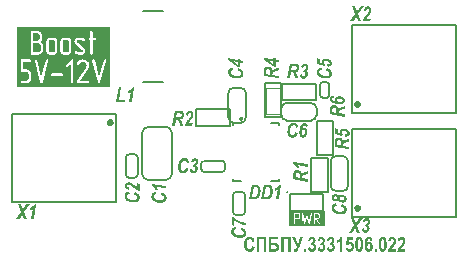
<source format=gto>
G04*
G04 #@! TF.GenerationSoftware,Altium Limited,Altium Designer,19.1.6 (110)*
G04*
G04 Layer_Color=65535*
%FSLAX43Y43*%
%MOMM*%
G71*
G01*
G75*
%ADD10C,0.200*%
%ADD11C,0.600*%
%ADD12C,0.250*%
%ADD13C,0.100*%
G36*
X58450Y73763D02*
D01*
Y71025D01*
X50600D01*
Y73763D01*
Y76100D01*
X58450D01*
Y73763D01*
D02*
G37*
G36*
X80427Y58341D02*
X80450Y58339D01*
X80476Y58333D01*
X80507Y58324D01*
X80539Y58309D01*
X80572Y58291D01*
X80602Y58265D01*
X80605Y58261D01*
X80614Y58250D01*
X80627Y58231D01*
X80644Y58207D01*
X80661Y58174D01*
X80677Y58133D01*
X80690Y58087D01*
X80702Y58031D01*
X80511Y58005D01*
Y58007D01*
Y58011D01*
X80509Y58018D01*
X80507Y58028D01*
X80502Y58050D01*
X80490Y58076D01*
X80477Y58100D01*
X80457Y58122D01*
X80444Y58131D01*
X80431Y58139D01*
X80415Y58142D01*
X80398Y58144D01*
X80396D01*
X80387Y58142D01*
X80376Y58141D01*
X80361Y58135D01*
X80344Y58128D01*
X80327Y58115D01*
X80309Y58098D01*
X80292Y58074D01*
X80290Y58070D01*
X80289Y58067D01*
X80285Y58059D01*
X80283Y58052D01*
X80277Y58041D01*
X80274Y58028D01*
X80270Y58013D01*
X80265Y57994D01*
X80261Y57974D01*
X80255Y57950D01*
X80252Y57924D01*
X80248Y57896D01*
X80244Y57865D01*
X80240Y57830D01*
X80239Y57791D01*
X80240Y57792D01*
X80246Y57800D01*
X80253Y57809D01*
X80263Y57820D01*
X80276Y57833D01*
X80289Y57846D01*
X80303Y57859D01*
X80320Y57870D01*
X80322Y57872D01*
X80327Y57874D01*
X80339Y57880D01*
X80350Y57885D01*
X80365Y57889D01*
X80383Y57894D01*
X80402Y57896D01*
X80422Y57898D01*
X80433D01*
X80442Y57896D01*
X80453Y57894D01*
X80465Y57892D01*
X80494Y57883D01*
X80526Y57870D01*
X80544Y57861D01*
X80561Y57850D01*
X80579Y57837D01*
X80596Y57822D01*
X80614Y57805D01*
X80631Y57785D01*
X80633Y57783D01*
X80635Y57780D01*
X80640Y57774D01*
X80646Y57765D01*
X80652Y57754D01*
X80661Y57741D01*
X80668Y57724D01*
X80677Y57705D01*
X80685Y57685D01*
X80694Y57663D01*
X80702Y57639D01*
X80707Y57613D01*
X80714Y57583D01*
X80718Y57554D01*
X80720Y57520D01*
X80722Y57487D01*
Y57485D01*
Y57478D01*
Y57468D01*
X80720Y57456D01*
X80718Y57439D01*
X80716Y57418D01*
X80714Y57398D01*
X80711Y57374D01*
X80698Y57326D01*
X80681Y57274D01*
X80670Y57248D01*
X80657Y57224D01*
X80642Y57200D01*
X80626Y57178D01*
X80624Y57176D01*
X80622Y57172D01*
X80616Y57167D01*
X80609Y57161D01*
X80600Y57152D01*
X80589Y57143D01*
X80561Y57122D01*
X80527Y57102D01*
X80487Y57083D01*
X80465Y57078D01*
X80440Y57072D01*
X80416Y57069D01*
X80390Y57067D01*
X80383D01*
X80376Y57069D01*
X80365D01*
X80352Y57070D01*
X80337Y57074D01*
X80302Y57085D01*
X80281Y57093D01*
X80261Y57102D01*
X80239Y57113D01*
X80218Y57128D01*
X80196Y57144D01*
X80176Y57163D01*
X80155Y57185D01*
X80135Y57211D01*
X80133Y57213D01*
X80131Y57218D01*
X80126Y57228D01*
X80120Y57239D01*
X80113Y57256D01*
X80103Y57276D01*
X80094Y57298D01*
X80085Y57326D01*
X80076Y57357D01*
X80066Y57394D01*
X80059Y57433D01*
X80050Y57478D01*
X80044Y57526D01*
X80039Y57578D01*
X80037Y57635D01*
X80035Y57696D01*
Y57698D01*
Y57700D01*
Y57711D01*
Y57730D01*
X80037Y57752D01*
X80039Y57781D01*
X80040Y57813D01*
X80044Y57848D01*
X80048Y57887D01*
X80061Y57968D01*
X80079Y58050D01*
X80090Y58089D01*
X80105Y58126D01*
X80120Y58161D01*
X80139Y58191D01*
X80140Y58192D01*
X80144Y58198D01*
X80150Y58205D01*
X80157Y58215D01*
X80168Y58226D01*
X80181Y58239D01*
X80196Y58252D01*
X80213Y58267D01*
X80231Y58281D01*
X80252Y58294D01*
X80298Y58318D01*
X80324Y58328D01*
X80350Y58337D01*
X80379Y58341D01*
X80409Y58342D01*
X80420D01*
X80427Y58341D01*
D02*
G37*
G36*
X70338Y58357D02*
X70353Y58355D01*
X70369Y58354D01*
X70388Y58350D01*
X70408Y58344D01*
X70454Y58329D01*
X70479Y58320D01*
X70503Y58309D01*
X70527Y58294D01*
X70551Y58278D01*
X70575Y58259D01*
X70597Y58239D01*
X70599D01*
X70601Y58235D01*
X70604Y58229D01*
X70610Y58224D01*
X70617Y58215D01*
X70625Y58204D01*
X70634Y58191D01*
X70643Y58176D01*
X70653Y58159D01*
X70664Y58142D01*
X70673Y58122D01*
X70684Y58100D01*
X70693Y58074D01*
X70703Y58048D01*
X70712Y58020D01*
X70719Y57991D01*
X70514Y57931D01*
Y57933D01*
X70512Y57935D01*
Y57941D01*
X70510Y57948D01*
X70504Y57967D01*
X70497Y57989D01*
X70486Y58015D01*
X70471Y58041D01*
X70454Y58065D01*
X70434Y58087D01*
X70432Y58089D01*
X70425Y58096D01*
X70412Y58105D01*
X70395Y58115D01*
X70375Y58126D01*
X70353Y58133D01*
X70327Y58141D01*
X70297Y58142D01*
X70286D01*
X70279Y58141D01*
X70258Y58137D01*
X70232Y58130D01*
X70203Y58118D01*
X70171Y58100D01*
X70156Y58089D01*
X70142Y58076D01*
X70127Y58061D01*
X70112Y58042D01*
Y58041D01*
X70108Y58039D01*
X70106Y58031D01*
X70101Y58024D01*
X70095Y58013D01*
X70090Y58000D01*
X70084Y57983D01*
X70077Y57965D01*
X70069Y57944D01*
X70064Y57920D01*
X70058Y57892D01*
X70053Y57863D01*
X70049Y57831D01*
X70045Y57796D01*
X70042Y57757D01*
Y57717D01*
Y57715D01*
Y57705D01*
Y57694D01*
X70043Y57678D01*
Y57659D01*
X70045Y57637D01*
X70047Y57613D01*
X70051Y57587D01*
X70058Y57531D01*
X70071Y57476D01*
X70079Y57450D01*
X70088Y57424D01*
X70099Y57402D01*
X70110Y57381D01*
Y57380D01*
X70114Y57378D01*
X70123Y57367D01*
X70138Y57350D01*
X70160Y57333D01*
X70186Y57315D01*
X70216Y57298D01*
X70253Y57287D01*
X70271Y57285D01*
X70291Y57283D01*
X70295D01*
X70304Y57285D01*
X70321Y57287D01*
X70340Y57291D01*
X70362Y57298D01*
X70386Y57309D01*
X70410Y57326D01*
X70432Y57346D01*
X70434Y57350D01*
X70441Y57359D01*
X70453Y57374D01*
X70466Y57396D01*
X70480Y57424D01*
X70493Y57459D01*
X70508Y57500D01*
X70519Y57550D01*
X70721Y57472D01*
Y57470D01*
X70719Y57463D01*
X70716Y57452D01*
X70712Y57437D01*
X70706Y57420D01*
X70701Y57400D01*
X70693Y57378D01*
X70684Y57354D01*
X70662Y57304D01*
X70634Y57252D01*
X70603Y57204D01*
X70584Y57183D01*
X70564Y57163D01*
X70562Y57161D01*
X70558Y57159D01*
X70553Y57154D01*
X70543Y57148D01*
X70534Y57141D01*
X70521Y57133D01*
X70506Y57124D01*
X70490Y57115D01*
X70471Y57106D01*
X70451Y57096D01*
X70404Y57081D01*
X70353Y57070D01*
X70325Y57069D01*
X70295Y57067D01*
X70286D01*
X70277Y57069D01*
X70262D01*
X70245Y57072D01*
X70225Y57074D01*
X70203Y57080D01*
X70179Y57085D01*
X70153Y57094D01*
X70127Y57104D01*
X70101Y57117D01*
X70073Y57131D01*
X70045Y57150D01*
X70019Y57170D01*
X69993Y57193D01*
X69969Y57220D01*
X69967Y57222D01*
X69964Y57228D01*
X69956Y57239D01*
X69947Y57254D01*
X69936Y57270D01*
X69925Y57293D01*
X69912Y57318D01*
X69899Y57348D01*
X69884Y57380D01*
X69871Y57417D01*
X69860Y57456D01*
X69849Y57498D01*
X69840Y57544D01*
X69832Y57594D01*
X69829Y57646D01*
X69827Y57702D01*
Y57704D01*
Y57705D01*
Y57717D01*
X69829Y57733D01*
Y57754D01*
X69830Y57781D01*
X69834Y57813D01*
X69840Y57846D01*
X69845Y57883D01*
X69853Y57924D01*
X69862Y57965D01*
X69873Y58005D01*
X69888Y58048D01*
X69904Y58089D01*
X69923Y58128D01*
X69945Y58167D01*
X69971Y58202D01*
X69973Y58204D01*
X69977Y58209D01*
X69984Y58217D01*
X69993Y58226D01*
X70006Y58239D01*
X70021Y58252D01*
X70040Y58267D01*
X70060Y58281D01*
X70082Y58294D01*
X70108Y58309D01*
X70136Y58322D01*
X70166Y58335D01*
X70199Y58344D01*
X70232Y58352D01*
X70269Y58357D01*
X70308Y58359D01*
X70325D01*
X70338Y58357D01*
D02*
G37*
G36*
X74441Y57387D02*
Y57385D01*
X74437Y57380D01*
X74436Y57370D01*
X74430Y57359D01*
X74424Y57344D01*
X74417Y57328D01*
X74402Y57291D01*
X74382Y57250D01*
X74361Y57211D01*
X74339Y57174D01*
X74328Y57157D01*
X74317Y57143D01*
X74315Y57139D01*
X74306Y57131D01*
X74293Y57120D01*
X74276Y57107D01*
X74256Y57094D01*
X74232Y57083D01*
X74204Y57076D01*
X74173Y57072D01*
X74145D01*
X74124Y57074D01*
X74102Y57076D01*
X74078Y57078D01*
X74030Y57087D01*
Y57274D01*
X74058D01*
X74084Y57272D01*
X74119D01*
X74132Y57274D01*
X74148Y57276D01*
X74165Y57280D01*
X74182Y57285D01*
X74198Y57293D01*
X74211Y57302D01*
X74213Y57304D01*
X74217Y57309D01*
X74223Y57317D01*
X74232Y57331D01*
X74241Y57350D01*
X74250Y57372D01*
X74261Y57402D01*
X74273Y57439D01*
X73895Y58339D01*
X74126D01*
X74365Y57689D01*
X74573Y58339D01*
X74787D01*
X74441Y57387D01*
D02*
G37*
G36*
X77191Y58341D02*
X77202Y58339D01*
X77215Y58337D01*
X77248Y58329D01*
X77283Y58318D01*
X77320Y58300D01*
X77339Y58289D01*
X77357Y58276D01*
X77374Y58261D01*
X77391Y58242D01*
X77393Y58241D01*
X77394Y58239D01*
X77398Y58233D01*
X77404Y58226D01*
X77409Y58217D01*
X77417Y58205D01*
X77433Y58178D01*
X77448Y58144D01*
X77461Y58107D01*
X77470Y58067D01*
X77474Y58044D01*
Y58022D01*
Y58018D01*
Y58009D01*
X77472Y57992D01*
X77469Y57974D01*
X77465Y57950D01*
X77457Y57926D01*
X77448Y57900D01*
X77435Y57874D01*
X77433Y57870D01*
X77428Y57863D01*
X77420Y57852D01*
X77407Y57835D01*
X77393Y57818D01*
X77372Y57798D01*
X77350Y57778D01*
X77324Y57759D01*
X77326D01*
X77328Y57757D01*
X77339Y57754D01*
X77354Y57748D01*
X77374Y57739D01*
X77396Y57724D01*
X77419Y57707D01*
X77441Y57685D01*
X77463Y57657D01*
X77465Y57654D01*
X77472Y57643D01*
X77481Y57626D01*
X77491Y57604D01*
X77502Y57576D01*
X77509Y57543D01*
X77517Y57504D01*
X77519Y57461D01*
Y57459D01*
Y57454D01*
Y57444D01*
X77517Y57433D01*
X77515Y57418D01*
X77513Y57402D01*
X77509Y57383D01*
X77506Y57361D01*
X77493Y57317D01*
X77474Y57270D01*
X77463Y57246D01*
X77450Y57222D01*
X77433Y57200D01*
X77415Y57178D01*
X77413Y57176D01*
X77411Y57172D01*
X77404Y57167D01*
X77396Y57161D01*
X77387Y57152D01*
X77376Y57143D01*
X77346Y57122D01*
X77311Y57102D01*
X77270Y57083D01*
X77246Y57078D01*
X77222Y57072D01*
X77198Y57069D01*
X77172Y57067D01*
X77159D01*
X77150Y57069D01*
X77139Y57070D01*
X77124Y57072D01*
X77093Y57078D01*
X77057Y57089D01*
X77019Y57107D01*
X76998Y57117D01*
X76980Y57130D01*
X76961Y57144D01*
X76943Y57161D01*
X76941Y57163D01*
X76939Y57165D01*
X76933Y57170D01*
X76928Y57178D01*
X76920Y57189D01*
X76913Y57200D01*
X76904Y57213D01*
X76895Y57230D01*
X76885Y57246D01*
X76876Y57267D01*
X76867Y57287D01*
X76857Y57311D01*
X76845Y57361D01*
X76835Y57420D01*
X77026Y57448D01*
Y57446D01*
Y57444D01*
X77028Y57433D01*
X77030Y57418D01*
X77035Y57398D01*
X77041Y57376D01*
X77050Y57354D01*
X77061Y57331D01*
X77074Y57313D01*
X77076Y57311D01*
X77082Y57306D01*
X77091Y57298D01*
X77102Y57291D01*
X77115Y57281D01*
X77132Y57274D01*
X77150Y57268D01*
X77170Y57267D01*
X77182D01*
X77193Y57270D01*
X77206Y57274D01*
X77222Y57280D01*
X77241Y57289D01*
X77257Y57302D01*
X77274Y57320D01*
X77276Y57322D01*
X77282Y57331D01*
X77287Y57343D01*
X77296Y57361D01*
X77304Y57381D01*
X77309Y57409D01*
X77315Y57439D01*
X77317Y57474D01*
Y57476D01*
Y57478D01*
Y57489D01*
X77315Y57506D01*
X77311Y57526D01*
X77307Y57548D01*
X77300Y57572D01*
X77289Y57596D01*
X77276Y57617D01*
X77274Y57618D01*
X77269Y57626D01*
X77259Y57633D01*
X77248Y57644D01*
X77233Y57654D01*
X77217Y57663D01*
X77198Y57668D01*
X77178Y57670D01*
X77163D01*
X77154Y57668D01*
X77141Y57667D01*
X77124Y57663D01*
X77107Y57657D01*
X77089Y57652D01*
X77109Y57848D01*
X77122D01*
X77137Y57850D01*
X77154Y57852D01*
X77174Y57857D01*
X77194Y57863D01*
X77213Y57874D01*
X77232Y57887D01*
X77233Y57889D01*
X77239Y57894D01*
X77246Y57905D01*
X77254Y57918D01*
X77261Y57935D01*
X77269Y57955D01*
X77274Y57980D01*
X77276Y58007D01*
Y58011D01*
Y58018D01*
X77274Y58030D01*
X77272Y58044D01*
X77269Y58059D01*
X77261Y58076D01*
X77254Y58092D01*
X77243Y58107D01*
X77241Y58109D01*
X77237Y58113D01*
X77230Y58118D01*
X77220Y58126D01*
X77209Y58133D01*
X77194Y58139D01*
X77178Y58142D01*
X77159Y58144D01*
X77152D01*
X77141Y58142D01*
X77130Y58139D01*
X77117Y58133D01*
X77102Y58126D01*
X77087Y58117D01*
X77072Y58102D01*
X77070Y58100D01*
X77067Y58094D01*
X77061Y58083D01*
X77054Y58070D01*
X77046Y58054D01*
X77039Y58031D01*
X77033Y58007D01*
X77030Y57978D01*
X76848Y58015D01*
Y58017D01*
X76850Y58022D01*
X76852Y58031D01*
X76854Y58042D01*
X76857Y58057D01*
X76861Y58072D01*
X76872Y58109D01*
X76887Y58150D01*
X76906Y58191D01*
X76930Y58229D01*
X76943Y58248D01*
X76957Y58263D01*
X76959Y58265D01*
X76961Y58267D01*
X76972Y58276D01*
X76991Y58289D01*
X77015Y58304D01*
X77044Y58317D01*
X77082Y58329D01*
X77122Y58339D01*
X77144Y58342D01*
X77180D01*
X77191Y58341D01*
D02*
G37*
G36*
X76393Y58341D02*
X76404Y58339D01*
X76417Y58337D01*
X76450Y58329D01*
X76485Y58318D01*
X76522Y58300D01*
X76541Y58289D01*
X76559Y58276D01*
X76576Y58261D01*
X76593Y58242D01*
X76595Y58241D01*
X76596Y58239D01*
X76600Y58233D01*
X76606Y58226D01*
X76611Y58217D01*
X76619Y58205D01*
X76635Y58178D01*
X76650Y58144D01*
X76663Y58107D01*
X76672Y58067D01*
X76676Y58044D01*
Y58022D01*
Y58018D01*
Y58009D01*
X76674Y57992D01*
X76670Y57974D01*
X76667Y57950D01*
X76659Y57926D01*
X76650Y57900D01*
X76637Y57874D01*
X76635Y57870D01*
X76630Y57863D01*
X76622Y57852D01*
X76609Y57835D01*
X76595Y57818D01*
X76574Y57798D01*
X76552Y57778D01*
X76526Y57759D01*
X76528D01*
X76530Y57757D01*
X76541Y57754D01*
X76556Y57748D01*
X76576Y57739D01*
X76598Y57724D01*
X76620Y57707D01*
X76643Y57685D01*
X76665Y57657D01*
X76667Y57654D01*
X76674Y57643D01*
X76683Y57626D01*
X76693Y57604D01*
X76704Y57576D01*
X76711Y57543D01*
X76719Y57504D01*
X76720Y57461D01*
Y57459D01*
Y57454D01*
Y57444D01*
X76719Y57433D01*
X76717Y57418D01*
X76715Y57402D01*
X76711Y57383D01*
X76707Y57361D01*
X76695Y57317D01*
X76676Y57270D01*
X76665Y57246D01*
X76652Y57222D01*
X76635Y57200D01*
X76617Y57178D01*
X76615Y57176D01*
X76613Y57172D01*
X76606Y57167D01*
X76598Y57161D01*
X76589Y57152D01*
X76578Y57143D01*
X76548Y57122D01*
X76513Y57102D01*
X76472Y57083D01*
X76448Y57078D01*
X76424Y57072D01*
X76400Y57069D01*
X76374Y57067D01*
X76361D01*
X76352Y57069D01*
X76341Y57070D01*
X76326Y57072D01*
X76295Y57078D01*
X76259Y57089D01*
X76221Y57107D01*
X76200Y57117D01*
X76182Y57130D01*
X76163Y57144D01*
X76145Y57161D01*
X76143Y57163D01*
X76141Y57165D01*
X76135Y57170D01*
X76130Y57178D01*
X76122Y57189D01*
X76115Y57200D01*
X76106Y57213D01*
X76096Y57230D01*
X76087Y57246D01*
X76078Y57267D01*
X76069Y57287D01*
X76059Y57311D01*
X76046Y57361D01*
X76037Y57420D01*
X76228Y57448D01*
Y57446D01*
Y57444D01*
X76230Y57433D01*
X76232Y57418D01*
X76237Y57398D01*
X76243Y57376D01*
X76252Y57354D01*
X76263Y57331D01*
X76276Y57313D01*
X76278Y57311D01*
X76283Y57306D01*
X76293Y57298D01*
X76304Y57291D01*
X76317Y57281D01*
X76333Y57274D01*
X76352Y57268D01*
X76372Y57267D01*
X76383D01*
X76395Y57270D01*
X76408Y57274D01*
X76424Y57280D01*
X76443Y57289D01*
X76459Y57302D01*
X76476Y57320D01*
X76478Y57322D01*
X76483Y57331D01*
X76489Y57343D01*
X76498Y57361D01*
X76506Y57381D01*
X76511Y57409D01*
X76517Y57439D01*
X76519Y57474D01*
Y57476D01*
Y57478D01*
Y57489D01*
X76517Y57505D01*
X76513Y57526D01*
X76509Y57548D01*
X76502Y57572D01*
X76491Y57596D01*
X76478Y57617D01*
X76476Y57618D01*
X76470Y57626D01*
X76461Y57633D01*
X76450Y57644D01*
X76435Y57654D01*
X76419Y57663D01*
X76400Y57668D01*
X76380Y57670D01*
X76365D01*
X76356Y57668D01*
X76343Y57667D01*
X76326Y57663D01*
X76309Y57657D01*
X76291Y57652D01*
X76311Y57848D01*
X76324D01*
X76339Y57850D01*
X76356Y57852D01*
X76376Y57857D01*
X76396Y57863D01*
X76415Y57874D01*
X76433Y57887D01*
X76435Y57889D01*
X76441Y57894D01*
X76448Y57905D01*
X76456Y57918D01*
X76463Y57935D01*
X76470Y57955D01*
X76476Y57980D01*
X76478Y58007D01*
Y58011D01*
Y58018D01*
X76476Y58030D01*
X76474Y58044D01*
X76470Y58059D01*
X76463Y58076D01*
X76456Y58092D01*
X76445Y58107D01*
X76443Y58109D01*
X76439Y58113D01*
X76432Y58118D01*
X76422Y58126D01*
X76411Y58133D01*
X76396Y58139D01*
X76380Y58142D01*
X76361Y58144D01*
X76354D01*
X76343Y58142D01*
X76332Y58139D01*
X76319Y58133D01*
X76304Y58126D01*
X76289Y58117D01*
X76274Y58102D01*
X76272Y58100D01*
X76269Y58094D01*
X76263Y58083D01*
X76256Y58070D01*
X76248Y58054D01*
X76241Y58031D01*
X76235Y58007D01*
X76232Y57978D01*
X76050Y58015D01*
Y58017D01*
X76052Y58022D01*
X76054Y58031D01*
X76056Y58042D01*
X76059Y58057D01*
X76063Y58072D01*
X76074Y58109D01*
X76089Y58150D01*
X76108Y58191D01*
X76132Y58229D01*
X76145Y58248D01*
X76159Y58263D01*
X76161Y58265D01*
X76163Y58267D01*
X76174Y58276D01*
X76193Y58289D01*
X76217Y58304D01*
X76246Y58317D01*
X76283Y58329D01*
X76324Y58339D01*
X76346Y58342D01*
X76382D01*
X76393Y58341D01*
D02*
G37*
G36*
X75595D02*
X75606Y58339D01*
X75619Y58337D01*
X75652Y58329D01*
X75687Y58318D01*
X75724Y58300D01*
X75743Y58289D01*
X75761Y58276D01*
X75778Y58261D01*
X75795Y58242D01*
X75796Y58241D01*
X75798Y58239D01*
X75802Y58233D01*
X75808Y58226D01*
X75813Y58217D01*
X75821Y58205D01*
X75837Y58178D01*
X75852Y58144D01*
X75865Y58107D01*
X75874Y58067D01*
X75878Y58044D01*
Y58022D01*
Y58018D01*
Y58009D01*
X75876Y57992D01*
X75872Y57974D01*
X75869Y57950D01*
X75861Y57926D01*
X75852Y57900D01*
X75839Y57874D01*
X75837Y57870D01*
X75832Y57863D01*
X75824Y57852D01*
X75811Y57835D01*
X75796Y57818D01*
X75776Y57798D01*
X75754Y57778D01*
X75728Y57759D01*
X75730D01*
X75732Y57757D01*
X75743Y57754D01*
X75758Y57748D01*
X75778Y57739D01*
X75800Y57724D01*
X75822Y57707D01*
X75845Y57685D01*
X75867Y57657D01*
X75869Y57654D01*
X75876Y57643D01*
X75885Y57626D01*
X75895Y57604D01*
X75906Y57576D01*
X75913Y57543D01*
X75921Y57504D01*
X75922Y57461D01*
Y57459D01*
Y57454D01*
Y57444D01*
X75921Y57433D01*
X75919Y57418D01*
X75917Y57402D01*
X75913Y57383D01*
X75909Y57361D01*
X75896Y57317D01*
X75878Y57270D01*
X75867Y57246D01*
X75854Y57222D01*
X75837Y57200D01*
X75819Y57178D01*
X75817Y57176D01*
X75815Y57172D01*
X75808Y57167D01*
X75800Y57161D01*
X75791Y57152D01*
X75780Y57143D01*
X75750Y57122D01*
X75715Y57102D01*
X75674Y57083D01*
X75650Y57078D01*
X75626Y57072D01*
X75602Y57069D01*
X75576Y57067D01*
X75563D01*
X75554Y57069D01*
X75543Y57070D01*
X75528Y57072D01*
X75497Y57078D01*
X75461Y57089D01*
X75422Y57107D01*
X75402Y57117D01*
X75384Y57130D01*
X75365Y57144D01*
X75347Y57161D01*
X75345Y57163D01*
X75343Y57165D01*
X75337Y57170D01*
X75332Y57178D01*
X75324Y57189D01*
X75317Y57200D01*
X75308Y57213D01*
X75298Y57230D01*
X75289Y57246D01*
X75280Y57267D01*
X75271Y57287D01*
X75261Y57311D01*
X75248Y57361D01*
X75239Y57420D01*
X75430Y57448D01*
Y57446D01*
Y57444D01*
X75432Y57433D01*
X75434Y57418D01*
X75439Y57398D01*
X75445Y57376D01*
X75454Y57354D01*
X75465Y57331D01*
X75478Y57313D01*
X75480Y57311D01*
X75485Y57306D01*
X75495Y57298D01*
X75506Y57291D01*
X75519Y57281D01*
X75535Y57274D01*
X75554Y57268D01*
X75574Y57267D01*
X75585D01*
X75596Y57270D01*
X75609Y57274D01*
X75626Y57280D01*
X75645Y57289D01*
X75661Y57302D01*
X75678Y57320D01*
X75680Y57322D01*
X75685Y57331D01*
X75691Y57343D01*
X75700Y57361D01*
X75708Y57381D01*
X75713Y57409D01*
X75719Y57439D01*
X75721Y57474D01*
Y57476D01*
Y57478D01*
Y57489D01*
X75719Y57505D01*
X75715Y57526D01*
X75711Y57548D01*
X75704Y57572D01*
X75693Y57596D01*
X75680Y57617D01*
X75678Y57618D01*
X75672Y57626D01*
X75663Y57633D01*
X75652Y57644D01*
X75637Y57654D01*
X75621Y57663D01*
X75602Y57668D01*
X75582Y57670D01*
X75567D01*
X75558Y57668D01*
X75545Y57667D01*
X75528Y57663D01*
X75511Y57657D01*
X75493Y57652D01*
X75513Y57848D01*
X75526D01*
X75541Y57850D01*
X75558Y57852D01*
X75578Y57857D01*
X75598Y57863D01*
X75617Y57874D01*
X75635Y57887D01*
X75637Y57889D01*
X75643Y57894D01*
X75650Y57905D01*
X75658Y57918D01*
X75665Y57935D01*
X75672Y57955D01*
X75678Y57980D01*
X75680Y58007D01*
Y58011D01*
Y58018D01*
X75678Y58030D01*
X75676Y58044D01*
X75672Y58059D01*
X75665Y58076D01*
X75658Y58092D01*
X75646Y58107D01*
X75645Y58109D01*
X75641Y58113D01*
X75634Y58118D01*
X75624Y58126D01*
X75613Y58133D01*
X75598Y58139D01*
X75582Y58142D01*
X75563Y58144D01*
X75556D01*
X75545Y58142D01*
X75534Y58139D01*
X75521Y58133D01*
X75506Y58126D01*
X75491Y58117D01*
X75476Y58102D01*
X75474Y58100D01*
X75471Y58094D01*
X75465Y58083D01*
X75458Y58070D01*
X75450Y58054D01*
X75443Y58031D01*
X75437Y58007D01*
X75434Y57978D01*
X75252Y58015D01*
Y58017D01*
X75254Y58022D01*
X75256Y58031D01*
X75258Y58042D01*
X75261Y58057D01*
X75265Y58072D01*
X75276Y58109D01*
X75291Y58150D01*
X75309Y58191D01*
X75334Y58229D01*
X75347Y58248D01*
X75361Y58263D01*
X75363Y58265D01*
X75365Y58267D01*
X75376Y58276D01*
X75395Y58289D01*
X75419Y58304D01*
X75448Y58317D01*
X75485Y58329D01*
X75526Y58339D01*
X75548Y58342D01*
X75584D01*
X75595Y58341D01*
D02*
G37*
G36*
X79085Y58098D02*
X78715D01*
X78681Y57883D01*
X78685Y57885D01*
X78692Y57891D01*
X78705Y57896D01*
X78724Y57905D01*
X78744Y57913D01*
X78767Y57918D01*
X78791Y57924D01*
X78817Y57926D01*
X78828D01*
X78837Y57924D01*
X78848Y57922D01*
X78859Y57920D01*
X78889Y57915D01*
X78920Y57902D01*
X78955Y57885D01*
X78974Y57874D01*
X78991Y57861D01*
X79007Y57846D01*
X79024Y57830D01*
X79026Y57828D01*
X79029Y57824D01*
X79033Y57817D01*
X79041Y57807D01*
X79048Y57794D01*
X79057Y57780D01*
X79068Y57763D01*
X79078Y57744D01*
X79087Y57722D01*
X79098Y57698D01*
X79107Y57670D01*
X79115Y57643D01*
X79122Y57611D01*
X79128Y57580D01*
X79129Y57544D01*
X79131Y57507D01*
Y57506D01*
Y57500D01*
Y57491D01*
X79129Y57480D01*
Y57465D01*
X79126Y57448D01*
X79124Y57430D01*
X79120Y57407D01*
X79109Y57361D01*
X79092Y57309D01*
X79081Y57283D01*
X79070Y57257D01*
X79055Y57230D01*
X79039Y57204D01*
X79037Y57202D01*
X79035Y57198D01*
X79029Y57191D01*
X79022Y57181D01*
X79013Y57172D01*
X79002Y57161D01*
X78987Y57148D01*
X78972Y57135D01*
X78955Y57122D01*
X78935Y57109D01*
X78915Y57098D01*
X78891Y57089D01*
X78867Y57080D01*
X78839Y57072D01*
X78811Y57069D01*
X78780Y57067D01*
X78767D01*
X78757Y57069D01*
X78746D01*
X78731Y57072D01*
X78700Y57078D01*
X78665Y57089D01*
X78626Y57104D01*
X78589Y57126D01*
X78570Y57141D01*
X78552Y57156D01*
X78550Y57157D01*
X78548Y57159D01*
X78542Y57165D01*
X78537Y57172D01*
X78530Y57181D01*
X78522Y57193D01*
X78513Y57206D01*
X78504Y57220D01*
X78494Y57237D01*
X78485Y57257D01*
X78476Y57278D01*
X78467Y57300D01*
X78459Y57324D01*
X78452Y57352D01*
X78442Y57409D01*
X78639Y57435D01*
Y57431D01*
X78641Y57422D01*
X78644Y57406D01*
X78648Y57387D01*
X78654Y57367D01*
X78663Y57346D01*
X78674Y57324D01*
X78689Y57306D01*
X78691Y57304D01*
X78696Y57298D01*
X78705Y57291D01*
X78717Y57283D01*
X78729Y57274D01*
X78746Y57267D01*
X78763Y57261D01*
X78781Y57259D01*
X78783D01*
X78792Y57261D01*
X78804Y57263D01*
X78817Y57267D01*
X78833Y57274D01*
X78852Y57285D01*
X78868Y57298D01*
X78885Y57318D01*
X78887Y57322D01*
X78892Y57330D01*
X78900Y57344D01*
X78907Y57363D01*
X78915Y57389D01*
X78922Y57420D01*
X78928Y57459D01*
X78929Y57502D01*
Y57504D01*
Y57507D01*
Y57513D01*
Y57522D01*
X78928Y57543D01*
X78924Y57568D01*
X78918Y57596D01*
X78911Y57626D01*
X78900Y57652D01*
X78885Y57676D01*
X78883Y57678D01*
X78878Y57685D01*
X78868Y57694D01*
X78855Y57705D01*
X78841Y57715D01*
X78820Y57724D01*
X78800Y57731D01*
X78776Y57733D01*
X78772D01*
X78761Y57731D01*
X78746Y57728D01*
X78726Y57722D01*
X78702Y57711D01*
X78676Y57694D01*
X78663Y57685D01*
X78650Y57672D01*
X78637Y57659D01*
X78624Y57643D01*
X78465Y57670D01*
X78565Y58322D01*
X79085D01*
Y58098D01*
D02*
G37*
G36*
X83190Y58341D02*
X83205Y58339D01*
X83220Y58337D01*
X83257Y58329D01*
X83296Y58317D01*
X83316Y58309D01*
X83336Y58298D01*
X83357Y58285D01*
X83375Y58272D01*
X83392Y58255D01*
X83409Y58237D01*
X83410Y58235D01*
X83412Y58231D01*
X83416Y58226D01*
X83422Y58218D01*
X83427Y58209D01*
X83435Y58196D01*
X83451Y58167D01*
X83466Y58131D01*
X83479Y58091D01*
X83488Y58046D01*
X83492Y58022D01*
Y57996D01*
Y57992D01*
Y57983D01*
X83490Y57968D01*
Y57948D01*
X83486Y57926D01*
X83483Y57900D01*
X83477Y57874D01*
X83470Y57846D01*
Y57842D01*
X83466Y57833D01*
X83461Y57820D01*
X83455Y57802D01*
X83446Y57780D01*
X83435Y57755D01*
X83420Y57730D01*
X83405Y57702D01*
X83403Y57698D01*
X83398Y57689D01*
X83386Y57672D01*
X83372Y57652D01*
X83351Y57624D01*
X83325Y57593D01*
X83296Y57555D01*
X83261Y57515D01*
X83259Y57513D01*
X83257Y57511D01*
X83251Y57506D01*
X83246Y57498D01*
X83229Y57480D01*
X83211Y57457D01*
X83190Y57433D01*
X83170Y57411D01*
X83153Y57391D01*
X83140Y57374D01*
X83138Y57372D01*
X83136Y57368D01*
X83131Y57361D01*
X83125Y57354D01*
X83112Y57333D01*
X83099Y57309D01*
X83492D01*
Y57087D01*
X82801D01*
Y57089D01*
Y57093D01*
X82803Y57100D01*
Y57109D01*
X82805Y57120D01*
X82809Y57133D01*
X82814Y57165D01*
X82822Y57200D01*
X82835Y57241D01*
X82849Y57283D01*
X82868Y57326D01*
Y57328D01*
X82872Y57331D01*
X82874Y57337D01*
X82879Y57346D01*
X82886Y57357D01*
X82894Y57372D01*
X82905Y57387D01*
X82918Y57406D01*
X82931Y57426D01*
X82948Y57448D01*
X82964Y57472D01*
X82985Y57500D01*
X83007Y57528D01*
X83033Y57557D01*
X83059Y57591D01*
X83088Y57624D01*
X83090Y57626D01*
X83094Y57631D01*
X83101Y57639D01*
X83109Y57648D01*
X83120Y57659D01*
X83131Y57674D01*
X83157Y57705D01*
X83185Y57739D01*
X83211Y57770D01*
X83233Y57800D01*
X83242Y57813D01*
X83249Y57824D01*
X83251Y57828D01*
X83257Y57837D01*
X83264Y57852D01*
X83272Y57872D01*
X83279Y57894D01*
X83286Y57920D01*
X83292Y57948D01*
X83294Y57976D01*
Y57978D01*
Y57980D01*
Y57989D01*
X83292Y58004D01*
X83290Y58022D01*
X83285Y58042D01*
X83279Y58063D01*
X83270Y58083D01*
X83257Y58100D01*
X83255Y58102D01*
X83249Y58107D01*
X83242Y58113D01*
X83231Y58122D01*
X83218Y58130D01*
X83201Y58135D01*
X83181Y58141D01*
X83161Y58142D01*
X83155D01*
X83148Y58141D01*
X83140Y58139D01*
X83118Y58131D01*
X83107Y58126D01*
X83094Y58118D01*
X83081Y58107D01*
X83068Y58094D01*
X83057Y58080D01*
X83046Y58059D01*
X83036Y58037D01*
X83029Y58011D01*
X83023Y57981D01*
X83020Y57946D01*
X82824Y57972D01*
Y57974D01*
X82825Y57981D01*
Y57991D01*
X82827Y58004D01*
X82831Y58018D01*
X82833Y58037D01*
X82838Y58057D01*
X82844Y58080D01*
X82857Y58124D01*
X82875Y58170D01*
X82899Y58215D01*
X82912Y58233D01*
X82929Y58252D01*
X82931Y58254D01*
X82933Y58255D01*
X82938Y58261D01*
X82946Y58267D01*
X82955Y58272D01*
X82964Y58281D01*
X82992Y58298D01*
X83025Y58315D01*
X83066Y58328D01*
X83112Y58339D01*
X83138Y58341D01*
X83164Y58342D01*
X83179D01*
X83190Y58341D01*
D02*
G37*
G36*
X82392D02*
X82407Y58339D01*
X82422Y58337D01*
X82459Y58329D01*
X82498Y58317D01*
X82518Y58309D01*
X82538Y58298D01*
X82559Y58285D01*
X82577Y58272D01*
X82594Y58255D01*
X82611Y58237D01*
X82612Y58235D01*
X82614Y58231D01*
X82618Y58226D01*
X82624Y58218D01*
X82629Y58209D01*
X82637Y58196D01*
X82653Y58167D01*
X82668Y58131D01*
X82681Y58091D01*
X82690Y58046D01*
X82694Y58022D01*
Y57996D01*
Y57992D01*
Y57983D01*
X82692Y57968D01*
Y57948D01*
X82688Y57926D01*
X82685Y57900D01*
X82679Y57874D01*
X82672Y57846D01*
Y57842D01*
X82668Y57833D01*
X82662Y57820D01*
X82657Y57802D01*
X82648Y57780D01*
X82637Y57755D01*
X82622Y57730D01*
X82607Y57702D01*
X82605Y57698D01*
X82599Y57689D01*
X82588Y57672D01*
X82574Y57652D01*
X82553Y57624D01*
X82527Y57593D01*
X82498Y57555D01*
X82462Y57515D01*
X82461Y57513D01*
X82459Y57511D01*
X82453Y57506D01*
X82448Y57498D01*
X82431Y57480D01*
X82412Y57457D01*
X82392Y57433D01*
X82372Y57411D01*
X82355Y57391D01*
X82342Y57374D01*
X82340Y57372D01*
X82338Y57368D01*
X82333Y57361D01*
X82327Y57354D01*
X82314Y57333D01*
X82301Y57309D01*
X82694D01*
Y57087D01*
X82003D01*
Y57089D01*
Y57093D01*
X82005Y57100D01*
Y57109D01*
X82007Y57120D01*
X82011Y57133D01*
X82016Y57165D01*
X82024Y57200D01*
X82037Y57241D01*
X82051Y57283D01*
X82070Y57326D01*
Y57328D01*
X82074Y57331D01*
X82075Y57337D01*
X82081Y57346D01*
X82088Y57357D01*
X82096Y57372D01*
X82107Y57387D01*
X82120Y57406D01*
X82133Y57426D01*
X82150Y57448D01*
X82166Y57472D01*
X82187Y57500D01*
X82209Y57528D01*
X82235Y57557D01*
X82261Y57591D01*
X82290Y57624D01*
X82292Y57626D01*
X82296Y57631D01*
X82303Y57639D01*
X82311Y57648D01*
X82322Y57659D01*
X82333Y57674D01*
X82359Y57705D01*
X82387Y57739D01*
X82412Y57770D01*
X82435Y57800D01*
X82444Y57813D01*
X82451Y57824D01*
X82453Y57828D01*
X82459Y57837D01*
X82466Y57852D01*
X82474Y57872D01*
X82481Y57894D01*
X82488Y57920D01*
X82494Y57948D01*
X82496Y57976D01*
Y57978D01*
Y57980D01*
Y57989D01*
X82494Y58004D01*
X82492Y58022D01*
X82487Y58042D01*
X82481Y58063D01*
X82472Y58083D01*
X82459Y58100D01*
X82457Y58102D01*
X82451Y58107D01*
X82444Y58113D01*
X82433Y58122D01*
X82420Y58130D01*
X82403Y58135D01*
X82383Y58141D01*
X82362Y58142D01*
X82357D01*
X82350Y58141D01*
X82342Y58139D01*
X82320Y58131D01*
X82309Y58126D01*
X82296Y58118D01*
X82283Y58107D01*
X82270Y58094D01*
X82259Y58080D01*
X82248Y58059D01*
X82238Y58037D01*
X82231Y58011D01*
X82225Y57981D01*
X82222Y57946D01*
X82025Y57972D01*
Y57974D01*
X82027Y57981D01*
Y57991D01*
X82029Y58004D01*
X82033Y58018D01*
X82035Y58037D01*
X82040Y58057D01*
X82046Y58080D01*
X82059Y58124D01*
X82077Y58170D01*
X82101Y58215D01*
X82114Y58233D01*
X82131Y58252D01*
X82133Y58254D01*
X82135Y58255D01*
X82140Y58261D01*
X82148Y58267D01*
X82157Y58272D01*
X82166Y58281D01*
X82194Y58298D01*
X82227Y58315D01*
X82268Y58328D01*
X82314Y58339D01*
X82340Y58341D01*
X82366Y58342D01*
X82381D01*
X82392Y58341D01*
D02*
G37*
G36*
X81070Y57087D02*
X80874D01*
Y57328D01*
X81070D01*
Y57087D01*
D02*
G37*
G36*
X78146D02*
X77948D01*
Y57992D01*
X77946Y57991D01*
X77943Y57987D01*
X77937Y57981D01*
X77928Y57972D01*
X77918Y57963D01*
X77906Y57950D01*
X77891Y57937D01*
X77874Y57924D01*
X77837Y57894D01*
X77794Y57863D01*
X77744Y57835D01*
X77693Y57811D01*
Y58030D01*
X77694D01*
X77696Y58031D01*
X77707Y58035D01*
X77722Y58044D01*
X77744Y58055D01*
X77770Y58072D01*
X77798Y58092D01*
X77830Y58117D01*
X77863Y58146D01*
X77865Y58148D01*
X77867Y58150D01*
X77878Y58161D01*
X77893Y58180D01*
X77911Y58204D01*
X77931Y58231D01*
X77952Y58265D01*
X77970Y58302D01*
X77985Y58342D01*
X78146D01*
Y57087D01*
D02*
G37*
G36*
X75085Y57087D02*
X74889D01*
Y57328D01*
X75085D01*
Y57087D01*
D02*
G37*
G36*
X73787D02*
X73580D01*
Y58128D01*
X73175D01*
Y57087D01*
X72967D01*
Y58339D01*
X73787D01*
Y57087D01*
D02*
G37*
G36*
X72708Y58128D02*
X72147D01*
Y57841D01*
X72456D01*
X72467Y57839D01*
X72480Y57837D01*
X72497Y57835D01*
X72534Y57828D01*
X72576Y57815D01*
X72619Y57796D01*
X72641Y57785D01*
X72662Y57772D01*
X72682Y57755D01*
X72701Y57737D01*
X72702Y57735D01*
X72704Y57731D01*
X72710Y57726D01*
X72715Y57718D01*
X72723Y57707D01*
X72730Y57694D01*
X72739Y57680D01*
X72749Y57663D01*
X72758Y57644D01*
X72767Y57624D01*
X72775Y57602D01*
X72782Y57578D01*
X72793Y57522D01*
X72795Y57493D01*
X72797Y57461D01*
Y57459D01*
Y57454D01*
Y57446D01*
X72795Y57437D01*
Y57424D01*
X72793Y57409D01*
X72789Y57391D01*
X72788Y57372D01*
X72776Y57331D01*
X72762Y57289D01*
X72743Y57244D01*
X72730Y57222D01*
X72715Y57200D01*
Y57198D01*
X72712Y57194D01*
X72706Y57189D01*
X72701Y57183D01*
X72691Y57174D01*
X72680Y57165D01*
X72665Y57154D01*
X72650Y57144D01*
X72632Y57133D01*
X72612Y57122D01*
X72589Y57113D01*
X72565Y57106D01*
X72538Y57098D01*
X72508Y57093D01*
X72475Y57089D01*
X72439Y57087D01*
X71939D01*
Y58339D01*
X72708D01*
Y58128D01*
D02*
G37*
G36*
X71721Y57087D02*
X71514D01*
Y58128D01*
X71108D01*
Y57087D01*
X70901D01*
Y58339D01*
X71721D01*
Y57087D01*
D02*
G37*
G36*
X81587Y58341D02*
X81600Y58339D01*
X81614Y58335D01*
X81650Y58324D01*
X81668Y58317D01*
X81688Y58307D01*
X81707Y58296D01*
X81727Y58283D01*
X81748Y58267D01*
X81768Y58246D01*
X81787Y58226D01*
X81805Y58200D01*
X81807Y58198D01*
X81809Y58192D01*
X81814Y58185D01*
X81820Y58172D01*
X81827Y58155D01*
X81835Y58137D01*
X81842Y58113D01*
X81851Y58085D01*
X81861Y58052D01*
X81868Y58017D01*
X81875Y57976D01*
X81883Y57930D01*
X81888Y57881D01*
X81894Y57826D01*
X81896Y57768D01*
X81898Y57704D01*
Y57702D01*
Y57700D01*
Y57694D01*
Y57689D01*
Y57670D01*
X81896Y57646D01*
Y57617D01*
X81892Y57585D01*
X81890Y57548D01*
X81887Y57509D01*
X81875Y57428D01*
X81859Y57344D01*
X81848Y57306D01*
X81837Y57270D01*
X81822Y57237D01*
X81805Y57207D01*
X81803Y57206D01*
X81801Y57202D01*
X81796Y57194D01*
X81788Y57185D01*
X81779Y57174D01*
X81768Y57163D01*
X81740Y57137D01*
X81705Y57111D01*
X81664Y57089D01*
X81642Y57080D01*
X81618Y57072D01*
X81592Y57069D01*
X81564Y57067D01*
X81557D01*
X81550Y57069D01*
X81540D01*
X81527Y57070D01*
X81513Y57074D01*
X81477Y57083D01*
X81459Y57091D01*
X81438Y57100D01*
X81420Y57111D01*
X81400Y57126D01*
X81379Y57141D01*
X81359Y57159D01*
X81340Y57181D01*
X81322Y57206D01*
X81320Y57207D01*
X81318Y57213D01*
X81314Y57220D01*
X81307Y57233D01*
X81301Y57250D01*
X81294Y57268D01*
X81285Y57293D01*
X81277Y57320D01*
X81268Y57354D01*
X81261Y57389D01*
X81251Y57430D01*
X81246Y57476D01*
X81240Y57526D01*
X81235Y57581D01*
X81233Y57641D01*
X81231Y57705D01*
Y57707D01*
Y57709D01*
Y57715D01*
Y57720D01*
Y57739D01*
X81233Y57763D01*
X81235Y57791D01*
X81237Y57824D01*
X81239Y57861D01*
X81242Y57900D01*
X81253Y57981D01*
X81270Y58063D01*
X81279Y58102D01*
X81292Y58137D01*
X81305Y58170D01*
X81322Y58200D01*
X81324Y58202D01*
X81326Y58205D01*
X81331Y58213D01*
X81338Y58222D01*
X81348Y58233D01*
X81359Y58244D01*
X81387Y58272D01*
X81422Y58298D01*
X81463Y58320D01*
X81485Y58329D01*
X81509Y58337D01*
X81535Y58341D01*
X81563Y58342D01*
X81577D01*
X81587Y58341D01*
D02*
G37*
G36*
X79592D02*
X79605Y58339D01*
X79620Y58335D01*
X79655Y58324D01*
X79674Y58317D01*
X79694Y58307D01*
X79713Y58296D01*
X79733Y58283D01*
X79753Y58267D01*
X79774Y58246D01*
X79792Y58226D01*
X79811Y58200D01*
X79813Y58198D01*
X79815Y58192D01*
X79820Y58185D01*
X79826Y58172D01*
X79833Y58155D01*
X79840Y58137D01*
X79848Y58113D01*
X79857Y58085D01*
X79866Y58052D01*
X79874Y58017D01*
X79881Y57976D01*
X79889Y57930D01*
X79894Y57881D01*
X79900Y57826D01*
X79902Y57768D01*
X79903Y57704D01*
Y57702D01*
Y57700D01*
Y57694D01*
Y57689D01*
Y57670D01*
X79902Y57646D01*
Y57617D01*
X79898Y57585D01*
X79896Y57548D01*
X79892Y57509D01*
X79881Y57428D01*
X79865Y57344D01*
X79853Y57306D01*
X79842Y57270D01*
X79828Y57237D01*
X79811Y57207D01*
X79809Y57206D01*
X79807Y57202D01*
X79802Y57194D01*
X79794Y57185D01*
X79785Y57174D01*
X79774Y57163D01*
X79746Y57137D01*
X79711Y57111D01*
X79670Y57089D01*
X79648Y57080D01*
X79624Y57072D01*
X79598Y57069D01*
X79570Y57067D01*
X79563D01*
X79555Y57069D01*
X79546D01*
X79533Y57070D01*
X79518Y57074D01*
X79483Y57083D01*
X79465Y57091D01*
X79444Y57100D01*
X79426Y57111D01*
X79405Y57126D01*
X79385Y57141D01*
X79365Y57159D01*
X79346Y57181D01*
X79328Y57206D01*
X79326Y57207D01*
X79324Y57213D01*
X79320Y57220D01*
X79313Y57233D01*
X79307Y57250D01*
X79300Y57268D01*
X79291Y57293D01*
X79283Y57320D01*
X79274Y57354D01*
X79266Y57389D01*
X79257Y57430D01*
X79252Y57476D01*
X79246Y57526D01*
X79241Y57581D01*
X79239Y57641D01*
X79237Y57705D01*
Y57707D01*
Y57709D01*
Y57715D01*
Y57720D01*
Y57739D01*
X79239Y57763D01*
X79241Y57791D01*
X79242Y57824D01*
X79244Y57861D01*
X79248Y57900D01*
X79259Y57981D01*
X79276Y58063D01*
X79285Y58102D01*
X79298Y58137D01*
X79311Y58170D01*
X79328Y58200D01*
X79329Y58202D01*
X79331Y58205D01*
X79337Y58213D01*
X79344Y58222D01*
X79354Y58233D01*
X79365Y58244D01*
X79392Y58272D01*
X79428Y58298D01*
X79468Y58320D01*
X79491Y58329D01*
X79515Y58337D01*
X79541Y58341D01*
X79568Y58342D01*
X79583D01*
X79592Y58341D01*
D02*
G37*
G36*
X76650Y59225D02*
X73650D01*
Y60565D01*
X76650D01*
Y59225D01*
D02*
G37*
G36*
X69287Y73311D02*
Y73437D01*
X69496Y73400D01*
Y73276D01*
X69750Y73231D01*
Y73042D01*
X69496Y73087D01*
Y72685D01*
X69291Y72720D01*
X68502Y73274D01*
Y73446D01*
X69287Y73311D01*
D02*
G37*
G36*
X68909Y72480D02*
X68907D01*
X68904D01*
X68898Y72478D01*
X68891Y72476D01*
X68870Y72470D01*
X68846Y72465D01*
X68820Y72455D01*
X68795Y72444D01*
X68770Y72430D01*
X68750Y72413D01*
X68748Y72411D01*
X68743Y72404D01*
X68735Y72394D01*
X68726Y72380D01*
X68717Y72361D01*
X68709Y72339D01*
X68704Y72315D01*
X68702Y72287D01*
Y72274D01*
X68706Y72257D01*
X68709Y72239D01*
X68717Y72215D01*
X68726Y72189D01*
X68741Y72161D01*
X68759Y72133D01*
X68761Y72130D01*
X68770Y72122D01*
X68785Y72107D01*
X68806Y72091D01*
X68832Y72072D01*
X68865Y72050D01*
X68906Y72030D01*
X68952Y72009D01*
X68954D01*
X68957Y72007D01*
X68965Y72006D01*
X68976Y72002D01*
X68987Y71998D01*
X69002Y71993D01*
X69019Y71989D01*
X69039Y71985D01*
X69059Y71980D01*
X69082Y71976D01*
X69132Y71967D01*
X69185Y71961D01*
X69244Y71959D01*
X69246D01*
X69252D01*
X69259D01*
X69269Y71961D01*
X69282D01*
X69296Y71963D01*
X69330Y71967D01*
X69369Y71974D01*
X69406Y71985D01*
X69443Y71998D01*
X69476Y72018D01*
X69480Y72020D01*
X69489Y72030D01*
X69502Y72043D01*
X69515Y72059D01*
X69530Y72080D01*
X69543Y72104D01*
X69552Y72131D01*
X69554Y72146D01*
X69556Y72161D01*
Y72165D01*
X69554Y72174D01*
X69552Y72191D01*
X69548Y72211D01*
X69541Y72233D01*
X69530Y72259D01*
X69513Y72285D01*
X69493Y72311D01*
X69489Y72315D01*
X69482Y72322D01*
X69467Y72335D01*
X69444Y72350D01*
X69419Y72367D01*
X69385Y72383D01*
X69346Y72400D01*
X69300Y72415D01*
X69339Y72626D01*
X69341D01*
X69348Y72622D01*
X69359Y72618D01*
X69374Y72615D01*
X69393Y72607D01*
X69413Y72598D01*
X69435Y72589D01*
X69461Y72578D01*
X69513Y72552D01*
X69567Y72518D01*
X69619Y72481D01*
X69641Y72459D01*
X69663Y72437D01*
X69665Y72435D01*
X69667Y72431D01*
X69672Y72424D01*
X69680Y72415D01*
X69687Y72404D01*
X69696Y72389D01*
X69707Y72372D01*
X69717Y72354D01*
X69726Y72333D01*
X69737Y72313D01*
X69754Y72263D01*
X69761Y72235D01*
X69765Y72207D01*
X69769Y72178D01*
X69770Y72148D01*
Y72141D01*
X69769Y72131D01*
Y72118D01*
X69767Y72102D01*
X69763Y72085D01*
X69759Y72065D01*
X69754Y72043D01*
X69746Y72020D01*
X69737Y71996D01*
X69728Y71972D01*
X69715Y71948D01*
X69698Y71924D01*
X69681Y71900D01*
X69661Y71878D01*
X69637Y71857D01*
X69635Y71856D01*
X69631Y71854D01*
X69622Y71848D01*
X69611Y71841D01*
X69598Y71833D01*
X69581Y71824D01*
X69561Y71813D01*
X69537Y71804D01*
X69509Y71794D01*
X69480Y71783D01*
X69448Y71774D01*
X69411Y71767D01*
X69372Y71759D01*
X69330Y71756D01*
X69283Y71752D01*
X69235Y71750D01*
X69233D01*
X69224D01*
X69213D01*
X69196Y71752D01*
X69176D01*
X69152Y71754D01*
X69126Y71757D01*
X69098Y71759D01*
X69067Y71765D01*
X69035Y71769D01*
X68967Y71783D01*
X68896Y71802D01*
X68830Y71828D01*
X68828Y71830D01*
X68822Y71831D01*
X68813Y71835D01*
X68800Y71843D01*
X68787Y71850D01*
X68769Y71859D01*
X68732Y71881D01*
X68689Y71911D01*
X68645Y71944D01*
X68604Y71983D01*
X68585Y72004D01*
X68569Y72026D01*
X68567Y72028D01*
X68565Y72031D01*
X68561Y72039D01*
X68556Y72048D01*
X68548Y72059D01*
X68541Y72072D01*
X68533Y72087D01*
X68524Y72106D01*
X68509Y72144D01*
X68495Y72189D01*
X68485Y72237D01*
X68482Y72263D01*
Y72304D01*
X68483Y72315D01*
X68485Y72330D01*
X68487Y72344D01*
X68491Y72363D01*
X68495Y72381D01*
X68508Y72424D01*
X68515Y72446D01*
X68526Y72468D01*
X68539Y72491D01*
X68552Y72513D01*
X68569Y72533D01*
X68587Y72554D01*
X68589Y72555D01*
X68593Y72559D01*
X68598Y72563D01*
X68606Y72570D01*
X68617Y72580D01*
X68630Y72589D01*
X68646Y72598D01*
X68663Y72609D01*
X68683Y72620D01*
X68706Y72631D01*
X68730Y72641D01*
X68758Y72652D01*
X68785Y72661D01*
X68817Y72668D01*
X68850Y72674D01*
X68885Y72680D01*
X68909Y72480D01*
D02*
G37*
G36*
X65250Y69000D02*
X65263D01*
X65276Y68996D01*
X65307Y68991D01*
X65342Y68979D01*
X65379Y68963D01*
X65398Y68952D01*
X65416Y68941D01*
X65433Y68926D01*
X65450Y68909D01*
X65452Y68907D01*
X65454Y68905D01*
X65457Y68900D01*
X65463Y68892D01*
X65470Y68883D01*
X65478Y68872D01*
X65485Y68859D01*
X65492Y68844D01*
X65507Y68809D01*
X65522Y68768D01*
X65531Y68720D01*
X65535Y68692D01*
Y68665D01*
Y68663D01*
Y68659D01*
Y68654D01*
Y68644D01*
X65533Y68633D01*
X65531Y68622D01*
X65528Y68591D01*
X65520Y68555D01*
X65509Y68517D01*
X65492Y68476D01*
X65472Y68433D01*
X65470Y68430D01*
X65466Y68424D01*
X65463Y68418D01*
X65457Y68409D01*
X65450Y68398D01*
X65441Y68385D01*
X65431Y68372D01*
X65420Y68355D01*
X65405Y68337D01*
X65391Y68317D01*
X65374Y68294D01*
X65355Y68272D01*
X65333Y68246D01*
X65311Y68218D01*
X65285Y68189D01*
X65283Y68187D01*
X65279Y68183D01*
X65272Y68176D01*
X65265Y68165D01*
X65254Y68154D01*
X65242Y68139D01*
X65215Y68107D01*
X65185Y68072D01*
X65155Y68037D01*
X65129Y68002D01*
X65118Y67987D01*
X65109Y67972D01*
X65465D01*
X65426Y67750D01*
X64805D01*
Y67752D01*
Y67756D01*
X64807Y67763D01*
X64809Y67774D01*
X64811Y67785D01*
X64815Y67800D01*
X64818Y67817D01*
X64822Y67835D01*
X64833Y67874D01*
X64848Y67919D01*
X64868Y67965D01*
X64892Y68013D01*
Y68015D01*
X64894Y68017D01*
X64898Y68022D01*
X64904Y68030D01*
X64909Y68039D01*
X64918Y68052D01*
X64928Y68065D01*
X64941Y68081D01*
X64954Y68102D01*
X64970Y68122D01*
X64991Y68146D01*
X65011Y68174D01*
X65035Y68204D01*
X65063Y68235D01*
X65091Y68270D01*
X65124Y68309D01*
X65126Y68311D01*
X65129Y68317D01*
X65137Y68324D01*
X65144Y68335D01*
X65155Y68346D01*
X65168Y68361D01*
X65194Y68394D01*
X65222Y68430D01*
X65250Y68465D01*
X65274Y68496D01*
X65285Y68509D01*
X65292Y68522D01*
Y68524D01*
X65294Y68526D01*
X65300Y68535D01*
X65307Y68552D01*
X65316Y68570D01*
X65326Y68592D01*
X65333Y68618D01*
X65339Y68643D01*
X65341Y68668D01*
Y68672D01*
Y68680D01*
X65339Y68691D01*
X65337Y68707D01*
X65333Y68724D01*
X65328Y68741D01*
X65320Y68757D01*
X65309Y68772D01*
X65307Y68774D01*
X65304Y68778D01*
X65296Y68785D01*
X65289Y68792D01*
X65278Y68798D01*
X65265Y68805D01*
X65250Y68809D01*
X65233Y68811D01*
X65229D01*
X65224Y68809D01*
X65217Y68807D01*
X65198Y68800D01*
X65187Y68794D01*
X65176Y68785D01*
X65165Y68774D01*
X65154Y68761D01*
X65142Y68744D01*
X65131Y68726D01*
X65120Y68702D01*
X65111Y68674D01*
X65104Y68643D01*
X65096Y68607D01*
X64900Y68643D01*
Y68644D01*
X64902Y68650D01*
X64904Y68659D01*
X64905Y68672D01*
X64907Y68687D01*
X64913Y68704D01*
X64922Y68742D01*
X64937Y68787D01*
X64957Y68831D01*
X64981Y68874D01*
X64996Y68892D01*
X65011Y68911D01*
X65013Y68913D01*
X65015Y68915D01*
X65020Y68920D01*
X65028Y68926D01*
X65046Y68941D01*
X65072Y68957D01*
X65104Y68974D01*
X65141Y68987D01*
X65181Y68998D01*
X65204Y69000D01*
X65228Y69002D01*
X65241D01*
X65250Y69000D01*
D02*
G37*
G36*
X64461Y68996D02*
X64489Y68994D01*
X64520Y68991D01*
X64550Y68983D01*
X64580Y68976D01*
X64605Y68965D01*
X64609Y68963D01*
X64617Y68959D01*
X64628Y68950D01*
X64643Y68939D01*
X64657Y68924D01*
X64676Y68905D01*
X64692Y68883D01*
X64707Y68857D01*
X64709Y68854D01*
X64713Y68844D01*
X64720Y68828D01*
X64728Y68805D01*
X64733Y68780D01*
X64741Y68748D01*
X64744Y68711D01*
X64746Y68670D01*
Y68668D01*
Y68663D01*
Y68654D01*
X64744Y68643D01*
Y68630D01*
X64742Y68613D01*
X64739Y68594D01*
X64737Y68574D01*
X64726Y68531D01*
X64711Y68487D01*
X64692Y68444D01*
X64680Y68424D01*
X64665Y68404D01*
Y68402D01*
X64661Y68400D01*
X64655Y68394D01*
X64650Y68387D01*
X64631Y68370D01*
X64605Y68350D01*
X64572Y68330D01*
X64531Y68309D01*
X64485Y68293D01*
X64431Y68280D01*
X64433Y68278D01*
X64439Y68270D01*
X64446Y68261D01*
X64457Y68246D01*
X64470Y68226D01*
X64483Y68204D01*
X64498Y68178D01*
X64515Y68146D01*
Y68144D01*
X64518Y68139D01*
X64522Y68131D01*
X64526Y68120D01*
X64533Y68106D01*
X64541Y68087D01*
X64548Y68067D01*
X64559Y68043D01*
X64568Y68017D01*
X64580Y67987D01*
X64592Y67954D01*
X64605Y67919D01*
X64618Y67880D01*
X64633Y67839D01*
X64648Y67796D01*
X64663Y67750D01*
X64437D01*
Y67752D01*
X64435Y67756D01*
X64433Y67761D01*
X64431Y67769D01*
X64430Y67780D01*
X64426Y67791D01*
X64420Y67806D01*
X64415Y67822D01*
X64409Y67843D01*
X64402Y67865D01*
X64393Y67893D01*
X64383Y67922D01*
X64372Y67956D01*
X64359Y67994D01*
X64344Y68035D01*
Y68037D01*
X64343Y68041D01*
X64341Y68046D01*
X64337Y68056D01*
X64330Y68076D01*
X64320Y68102D01*
X64309Y68130D01*
X64296Y68157D01*
X64283Y68183D01*
X64270Y68206D01*
X64268Y68207D01*
X64267Y68211D01*
X64261Y68217D01*
X64256Y68224D01*
X64239Y68241D01*
X64230Y68248D01*
X64220Y68254D01*
X64218D01*
X64215Y68256D01*
X64209Y68257D01*
X64200Y68261D01*
X64189Y68263D01*
X64174Y68265D01*
X64156Y68267D01*
X64048D01*
X63959Y67750D01*
X63750D01*
X63963Y68998D01*
X64439D01*
X64461Y68996D01*
D02*
G37*
G36*
X72761Y61500D02*
X72561D01*
X72709Y62365D01*
X72707Y62363D01*
X72698Y62355D01*
X72685Y62346D01*
X72668Y62335D01*
X72646Y62320D01*
X72622Y62305D01*
X72594Y62289D01*
X72565Y62274D01*
X72561Y62272D01*
X72552Y62267D01*
X72535Y62261D01*
X72516Y62252D01*
X72492Y62243D01*
X72468Y62233D01*
X72442Y62224D01*
X72418Y62217D01*
X72455Y62435D01*
X72459Y62437D01*
X72466Y62441D01*
X72479Y62450D01*
X72498Y62459D01*
X72520Y62472D01*
X72544Y62489D01*
X72572Y62505D01*
X72603Y62526D01*
X72635Y62550D01*
X72666Y62574D01*
X72700Y62600D01*
X72733Y62628D01*
X72798Y62689D01*
X72828Y62722D01*
X72855Y62755D01*
X72977D01*
X72761Y61500D01*
D02*
G37*
G36*
X71848Y62746D02*
X71879Y62744D01*
X71913Y62742D01*
X71941Y62739D01*
X71954Y62737D01*
X71965Y62735D01*
X71966D01*
X71968Y62733D01*
X71979Y62731D01*
X71994Y62726D01*
X72015Y62717D01*
X72039Y62705D01*
X72065Y62691D01*
X72091Y62674D01*
X72115Y62652D01*
X72118Y62648D01*
X72126Y62641D01*
X72137Y62626D01*
X72152Y62607D01*
X72168Y62583D01*
X72185Y62554D01*
X72202Y62520D01*
X72216Y62483D01*
Y62481D01*
X72218Y62478D01*
X72220Y62472D01*
X72222Y62465D01*
X72226Y62454D01*
X72229Y62442D01*
X72233Y62428D01*
X72237Y62413D01*
X72242Y62376D01*
X72250Y62331D01*
X72254Y62283D01*
X72255Y62230D01*
Y62228D01*
Y62222D01*
Y62215D01*
Y62204D01*
X72254Y62191D01*
Y62174D01*
X72252Y62155D01*
X72250Y62137D01*
X72246Y62093D01*
X72239Y62044D01*
X72229Y61994D01*
X72216Y61944D01*
Y61943D01*
X72215Y61939D01*
X72213Y61931D01*
X72209Y61922D01*
X72205Y61911D01*
X72200Y61898D01*
X72189Y61867D01*
X72172Y61830D01*
X72154Y61791D01*
X72131Y61752D01*
X72107Y61713D01*
Y61711D01*
X72104Y61709D01*
X72100Y61704D01*
X72096Y61696D01*
X72081Y61680D01*
X72065Y61659D01*
X72042Y61635D01*
X72018Y61611D01*
X71992Y61589D01*
X71965Y61570D01*
X71961Y61569D01*
X71952Y61563D01*
X71937Y61556D01*
X71918Y61546D01*
X71894Y61535D01*
X71868Y61526D01*
X71839Y61517D01*
X71809Y61509D01*
X71807D01*
X71800Y61507D01*
X71787Y61506D01*
X71768D01*
X71746Y61504D01*
X71717Y61502D01*
X71681Y61500D01*
X71281D01*
X71494Y62748D01*
X71816D01*
X71848Y62746D01*
D02*
G37*
G36*
X70817D02*
X70848Y62744D01*
X70881Y62742D01*
X70909Y62739D01*
X70922Y62737D01*
X70933Y62735D01*
X70935D01*
X70937Y62733D01*
X70948Y62731D01*
X70963Y62726D01*
X70983Y62717D01*
X71007Y62705D01*
X71033Y62691D01*
X71059Y62674D01*
X71083Y62652D01*
X71087Y62648D01*
X71094Y62641D01*
X71105Y62626D01*
X71120Y62607D01*
X71137Y62583D01*
X71154Y62554D01*
X71170Y62520D01*
X71185Y62483D01*
Y62481D01*
X71187Y62478D01*
X71189Y62472D01*
X71191Y62465D01*
X71194Y62454D01*
X71198Y62442D01*
X71202Y62428D01*
X71205Y62413D01*
X71211Y62376D01*
X71218Y62331D01*
X71222Y62283D01*
X71224Y62230D01*
Y62228D01*
Y62222D01*
Y62215D01*
Y62204D01*
X71222Y62191D01*
Y62174D01*
X71220Y62155D01*
X71218Y62137D01*
X71215Y62093D01*
X71207Y62044D01*
X71198Y61994D01*
X71185Y61944D01*
Y61943D01*
X71183Y61939D01*
X71181Y61931D01*
X71178Y61922D01*
X71174Y61911D01*
X71168Y61898D01*
X71157Y61867D01*
X71141Y61830D01*
X71122Y61791D01*
X71100Y61752D01*
X71076Y61713D01*
Y61711D01*
X71072Y61709D01*
X71068Y61704D01*
X71065Y61696D01*
X71050Y61680D01*
X71033Y61659D01*
X71011Y61635D01*
X70987Y61611D01*
X70961Y61589D01*
X70933Y61570D01*
X70930Y61569D01*
X70920Y61563D01*
X70905Y61556D01*
X70887Y61546D01*
X70863Y61535D01*
X70837Y61526D01*
X70807Y61517D01*
X70778Y61509D01*
X70776D01*
X70768Y61507D01*
X70756Y61506D01*
X70737D01*
X70715Y61504D01*
X70685Y61502D01*
X70650Y61500D01*
X70250D01*
X70463Y62748D01*
X70785D01*
X70817Y62746D01*
D02*
G37*
G36*
X79394Y59293D02*
X79648Y58700D01*
X79411D01*
X79333Y58883D01*
Y58885D01*
X79331Y58889D01*
X79328Y58896D01*
X79324Y58907D01*
X79318Y58918D01*
X79313Y58931D01*
X79300Y58963D01*
X79285Y58996D01*
X79272Y59031D01*
X79259Y59063D01*
X79254Y59076D01*
X79250Y59089D01*
X79248Y59087D01*
X79244Y59080D01*
X79235Y59067D01*
X79222Y59046D01*
X79215Y59033D01*
X79204Y59020D01*
X79193Y59004D01*
X79180Y58985D01*
X79165Y58965D01*
X79148Y58943D01*
X79130Y58917D01*
X79109Y58889D01*
X78972Y58700D01*
X78700D01*
X79152Y59328D01*
X78898Y59948D01*
X79118D01*
X79217Y59718D01*
Y59717D01*
X79218Y59713D01*
X79222Y59707D01*
X79226Y59698D01*
X79235Y59676D01*
X79248Y59648D01*
X79261Y59618D01*
X79274Y59587D01*
X79285Y59555D01*
X79296Y59528D01*
X79298Y59530D01*
X79300Y59533D01*
X79304Y59539D01*
X79311Y59548D01*
X79318Y59557D01*
X79326Y59570D01*
X79346Y59598D01*
X79368Y59630D01*
X79393Y59663D01*
X79417Y59696D01*
X79439Y59728D01*
X79598Y59948D01*
X79863D01*
X79394Y59293D01*
D02*
G37*
G36*
X80231Y59950D02*
X80242D01*
X80255Y59948D01*
X80283Y59941D01*
X80316Y59930D01*
X80352Y59915D01*
X80385Y59892D01*
X80402Y59878D01*
X80416Y59863D01*
X80418Y59861D01*
X80420Y59859D01*
X80424Y59854D01*
X80429Y59846D01*
X80435Y59839D01*
X80442Y59828D01*
X80457Y59800D01*
X80472Y59767D01*
X80485Y59726D01*
X80494Y59680D01*
X80498Y59654D01*
Y59626D01*
Y59624D01*
Y59622D01*
Y59617D01*
Y59609D01*
X80496Y59591D01*
X80492Y59567D01*
X80487Y59539D01*
X80478Y59509D01*
X80466Y59478D01*
X80450Y59448D01*
X80448Y59444D01*
X80441Y59435D01*
X80431Y59422D01*
X80416Y59405D01*
X80398Y59387D01*
X80376Y59368D01*
X80350Y59352D01*
X80322Y59337D01*
X80324Y59335D01*
X80331Y59330D01*
X80342Y59322D01*
X80357Y59309D01*
X80372Y59294D01*
X80387Y59278D01*
X80404Y59256D01*
X80416Y59233D01*
X80418Y59230D01*
X80422Y59222D01*
X80428Y59209D01*
X80433Y59193D01*
X80439Y59170D01*
X80444Y59146D01*
X80448Y59118D01*
X80450Y59089D01*
Y59087D01*
Y59083D01*
Y59074D01*
X80448Y59065D01*
Y59052D01*
X80444Y59037D01*
X80442Y59018D01*
X80439Y59000D01*
X80428Y58959D01*
X80411Y58915D01*
X80400Y58891D01*
X80389Y58868D01*
X80374Y58844D01*
X80357Y58822D01*
X80355Y58820D01*
X80352Y58817D01*
X80346Y58809D01*
X80339Y58800D01*
X80328Y58789D01*
X80315Y58778D01*
X80300Y58765D01*
X80283Y58752D01*
X80265Y58737D01*
X80244Y58724D01*
X80198Y58702D01*
X80172Y58693D01*
X80144Y58685D01*
X80115Y58681D01*
X80085Y58680D01*
X80072D01*
X80065Y58681D01*
X80054D01*
X80041Y58685D01*
X80011Y58691D01*
X79978Y58702D01*
X79942Y58717D01*
X79907Y58739D01*
X79891Y58752D01*
X79874Y58767D01*
Y58769D01*
X79870Y58770D01*
X79867Y58776D01*
X79861Y58783D01*
X79854Y58793D01*
X79846Y58804D01*
X79837Y58817D01*
X79830Y58833D01*
X79820Y58850D01*
X79811Y58870D01*
X79802Y58891D01*
X79794Y58915D01*
X79787Y58939D01*
X79780Y58967D01*
X79774Y58996D01*
X79770Y59028D01*
X79961Y59056D01*
Y59054D01*
Y59052D01*
X79963Y59046D01*
Y59039D01*
X79967Y59022D01*
X79970Y59000D01*
X79976Y58978D01*
X79983Y58956D01*
X79992Y58933D01*
X80004Y58917D01*
X80005Y58915D01*
X80009Y58911D01*
X80017Y58906D01*
X80026Y58898D01*
X80037Y58891D01*
X80052Y58885D01*
X80068Y58881D01*
X80087Y58880D01*
X80098D01*
X80111Y58883D01*
X80126Y58887D01*
X80144Y58893D01*
X80163Y58902D01*
X80181Y58915D01*
X80200Y58933D01*
X80202Y58935D01*
X80207Y58943D01*
X80215Y58956D01*
X80224Y58972D01*
X80231Y58993D01*
X80239Y59018D01*
X80244Y59046D01*
X80246Y59078D01*
Y59080D01*
Y59081D01*
Y59091D01*
X80244Y59106D01*
X80241Y59122D01*
X80237Y59143D01*
X80229Y59163D01*
X80220Y59183D01*
X80207Y59200D01*
X80205Y59202D01*
X80200Y59207D01*
X80192Y59215D01*
X80181Y59222D01*
X80168Y59230D01*
X80152Y59237D01*
X80131Y59243D01*
X80111Y59244D01*
X80102D01*
X80091Y59243D01*
X80079Y59241D01*
X80113Y59444D01*
X80133Y59443D01*
X80146D01*
X80161Y59444D01*
X80178Y59448D01*
X80198Y59454D01*
X80218Y59463D01*
X80239Y59474D01*
X80255Y59489D01*
X80257Y59491D01*
X80263Y59498D01*
X80268Y59509D01*
X80278Y59524D01*
X80285Y59544D01*
X80291Y59567D01*
X80296Y59594D01*
X80298Y59626D01*
Y59628D01*
Y59635D01*
X80296Y59646D01*
X80294Y59661D01*
X80291Y59676D01*
X80285Y59691D01*
X80278Y59707D01*
X80268Y59720D01*
X80267Y59722D01*
X80263Y59726D01*
X80257Y59731D01*
X80248Y59739D01*
X80237Y59744D01*
X80226Y59750D01*
X80211Y59754D01*
X80196Y59755D01*
X80192D01*
X80181Y59754D01*
X80165Y59746D01*
X80155Y59741D01*
X80144Y59735D01*
X80133Y59726D01*
X80122Y59715D01*
X80111Y59700D01*
X80102Y59683D01*
X80091Y59665D01*
X80081Y59641D01*
X80072Y59615D01*
X80065Y59585D01*
X79881Y59630D01*
Y59631D01*
X79883Y59637D01*
X79885Y59644D01*
X79889Y59654D01*
X79892Y59667D01*
X79896Y59680D01*
X79909Y59713D01*
X79924Y59748D01*
X79942Y59785D01*
X79965Y59820D01*
X79989Y59852D01*
X79991Y59854D01*
X79992Y59855D01*
X79998Y59861D01*
X80005Y59867D01*
X80026Y59883D01*
X80052Y59902D01*
X80083Y59920D01*
X80122Y59937D01*
X80165Y59948D01*
X80187Y59950D01*
X80211Y59952D01*
X80224D01*
X80231Y59950D01*
D02*
G37*
G36*
X79494Y77193D02*
X79748Y76600D01*
X79511D01*
X79433Y76783D01*
Y76785D01*
X79431Y76789D01*
X79428Y76796D01*
X79424Y76807D01*
X79418Y76818D01*
X79413Y76831D01*
X79400Y76863D01*
X79385Y76896D01*
X79372Y76931D01*
X79359Y76963D01*
X79354Y76976D01*
X79350Y76989D01*
X79348Y76987D01*
X79344Y76980D01*
X79335Y76967D01*
X79322Y76946D01*
X79315Y76933D01*
X79304Y76920D01*
X79293Y76904D01*
X79280Y76885D01*
X79265Y76865D01*
X79248Y76843D01*
X79230Y76817D01*
X79209Y76789D01*
X79072Y76600D01*
X78800D01*
X79252Y77228D01*
X78998Y77848D01*
X79218D01*
X79317Y77618D01*
Y77617D01*
X79318Y77613D01*
X79322Y77607D01*
X79326Y77598D01*
X79335Y77576D01*
X79348Y77548D01*
X79361Y77518D01*
X79374Y77487D01*
X79385Y77455D01*
X79396Y77428D01*
X79398Y77430D01*
X79400Y77433D01*
X79404Y77439D01*
X79411Y77448D01*
X79418Y77457D01*
X79426Y77470D01*
X79446Y77498D01*
X79468Y77530D01*
X79493Y77563D01*
X79517Y77596D01*
X79539Y77628D01*
X79698Y77848D01*
X79963D01*
X79494Y77193D01*
D02*
G37*
G36*
X80328Y77850D02*
X80341D01*
X80354Y77846D01*
X80385Y77841D01*
X80420Y77829D01*
X80457Y77813D01*
X80476Y77802D01*
X80494Y77791D01*
X80511Y77776D01*
X80528Y77759D01*
X80529Y77757D01*
X80531Y77755D01*
X80535Y77750D01*
X80541Y77742D01*
X80548Y77733D01*
X80555Y77722D01*
X80563Y77709D01*
X80570Y77694D01*
X80585Y77659D01*
X80600Y77618D01*
X80609Y77570D01*
X80613Y77542D01*
Y77515D01*
Y77513D01*
Y77509D01*
Y77504D01*
Y77494D01*
X80611Y77483D01*
X80609Y77472D01*
X80605Y77441D01*
X80598Y77405D01*
X80587Y77367D01*
X80570Y77326D01*
X80550Y77283D01*
X80548Y77280D01*
X80544Y77274D01*
X80541Y77268D01*
X80535Y77259D01*
X80528Y77248D01*
X80518Y77235D01*
X80509Y77222D01*
X80498Y77205D01*
X80483Y77187D01*
X80468Y77167D01*
X80452Y77144D01*
X80433Y77122D01*
X80411Y77096D01*
X80389Y77068D01*
X80363Y77039D01*
X80361Y77037D01*
X80357Y77033D01*
X80350Y77026D01*
X80342Y77015D01*
X80331Y77004D01*
X80320Y76989D01*
X80292Y76957D01*
X80263Y76922D01*
X80233Y76887D01*
X80207Y76852D01*
X80196Y76837D01*
X80187Y76822D01*
X80542D01*
X80504Y76600D01*
X79883D01*
Y76602D01*
Y76606D01*
X79885Y76613D01*
X79887Y76624D01*
X79889Y76635D01*
X79892Y76650D01*
X79896Y76667D01*
X79900Y76685D01*
X79911Y76724D01*
X79926Y76769D01*
X79946Y76815D01*
X79970Y76863D01*
Y76865D01*
X79972Y76867D01*
X79976Y76872D01*
X79981Y76880D01*
X79987Y76889D01*
X79996Y76902D01*
X80005Y76915D01*
X80018Y76931D01*
X80031Y76952D01*
X80048Y76972D01*
X80068Y76996D01*
X80089Y77024D01*
X80113Y77054D01*
X80141Y77085D01*
X80168Y77120D01*
X80202Y77159D01*
X80204Y77161D01*
X80207Y77167D01*
X80215Y77174D01*
X80222Y77185D01*
X80233Y77196D01*
X80246Y77211D01*
X80272Y77244D01*
X80300Y77280D01*
X80328Y77315D01*
X80352Y77346D01*
X80363Y77359D01*
X80370Y77372D01*
Y77374D01*
X80372Y77376D01*
X80378Y77385D01*
X80385Y77402D01*
X80394Y77420D01*
X80404Y77442D01*
X80411Y77468D01*
X80416Y77493D01*
X80418Y77518D01*
Y77522D01*
Y77530D01*
X80416Y77541D01*
X80415Y77557D01*
X80411Y77574D01*
X80405Y77591D01*
X80398Y77607D01*
X80387Y77622D01*
X80385Y77624D01*
X80381Y77628D01*
X80374Y77635D01*
X80367Y77642D01*
X80355Y77648D01*
X80342Y77655D01*
X80328Y77659D01*
X80311Y77661D01*
X80307D01*
X80302Y77659D01*
X80294Y77657D01*
X80276Y77650D01*
X80265Y77644D01*
X80254Y77635D01*
X80242Y77624D01*
X80231Y77611D01*
X80220Y77594D01*
X80209Y77576D01*
X80198Y77552D01*
X80189Y77524D01*
X80181Y77493D01*
X80174Y77457D01*
X79978Y77493D01*
Y77494D01*
X79980Y77500D01*
X79981Y77509D01*
X79983Y77522D01*
X79985Y77537D01*
X79991Y77554D01*
X80000Y77592D01*
X80015Y77637D01*
X80035Y77681D01*
X80059Y77724D01*
X80074Y77742D01*
X80089Y77761D01*
X80091Y77763D01*
X80092Y77765D01*
X80098Y77770D01*
X80105Y77776D01*
X80124Y77791D01*
X80150Y77807D01*
X80181Y77824D01*
X80218Y77837D01*
X80259Y77848D01*
X80281Y77850D01*
X80305Y77852D01*
X80318D01*
X80328Y77850D01*
D02*
G37*
G36*
X51194Y60443D02*
X51448Y59850D01*
X51211D01*
X51133Y60033D01*
Y60035D01*
X51131Y60039D01*
X51128Y60046D01*
X51124Y60057D01*
X51118Y60069D01*
X51113Y60081D01*
X51100Y60113D01*
X51085Y60146D01*
X51072Y60181D01*
X51059Y60213D01*
X51054Y60226D01*
X51050Y60239D01*
X51048Y60237D01*
X51044Y60230D01*
X51035Y60217D01*
X51022Y60196D01*
X51015Y60183D01*
X51004Y60170D01*
X50993Y60154D01*
X50980Y60135D01*
X50965Y60115D01*
X50948Y60093D01*
X50930Y60067D01*
X50909Y60039D01*
X50772Y59850D01*
X50500D01*
X50952Y60478D01*
X50698Y61098D01*
X50918D01*
X51017Y60868D01*
Y60867D01*
X51018Y60863D01*
X51022Y60857D01*
X51026Y60848D01*
X51035Y60826D01*
X51048Y60798D01*
X51061Y60768D01*
X51074Y60737D01*
X51085Y60705D01*
X51096Y60678D01*
X51098Y60680D01*
X51100Y60683D01*
X51104Y60689D01*
X51111Y60698D01*
X51118Y60707D01*
X51126Y60720D01*
X51146Y60748D01*
X51168Y60780D01*
X51193Y60813D01*
X51217Y60846D01*
X51239Y60878D01*
X51398Y61098D01*
X51663D01*
X51194Y60443D01*
D02*
G37*
G36*
X52007Y59850D02*
X51807D01*
X51955Y60715D01*
X51954Y60713D01*
X51944Y60705D01*
X51931Y60696D01*
X51915Y60685D01*
X51892Y60670D01*
X51868Y60655D01*
X51841Y60639D01*
X51811Y60624D01*
X51807Y60622D01*
X51798Y60617D01*
X51781Y60611D01*
X51763Y60602D01*
X51739Y60593D01*
X51715Y60583D01*
X51689Y60574D01*
X51665Y60567D01*
X51702Y60785D01*
X51705Y60787D01*
X51713Y60791D01*
X51726Y60800D01*
X51744Y60809D01*
X51767Y60822D01*
X51791Y60839D01*
X51818Y60855D01*
X51850Y60876D01*
X51881Y60900D01*
X51913Y60924D01*
X51946Y60950D01*
X51979Y60978D01*
X52044Y61039D01*
X52074Y61072D01*
X52102Y61105D01*
X52224D01*
X52007Y59850D01*
D02*
G37*
G36*
X74972Y68000D02*
X74992Y67998D01*
X75018Y67992D01*
X75046Y67983D01*
X75076Y67970D01*
X75105Y67952D01*
X75133Y67926D01*
X75137Y67922D01*
X75144Y67911D01*
X75155Y67894D01*
X75170Y67868D01*
X75178Y67854D01*
X75185Y67835D01*
X75192Y67817D01*
X75198Y67796D01*
X75205Y67772D01*
X75211Y67748D01*
X75215Y67720D01*
X75218Y67692D01*
X75031Y67674D01*
Y67678D01*
X75029Y67687D01*
X75028Y67700D01*
X75024Y67715D01*
X75015Y67750D01*
X75007Y67765D01*
X75000Y67778D01*
X74998Y67780D01*
X74996Y67783D01*
X74991Y67787D01*
X74983Y67792D01*
X74965Y67804D01*
X74952Y67805D01*
X74939Y67807D01*
X74937D01*
X74928Y67805D01*
X74917Y67804D01*
X74902Y67798D01*
X74885Y67791D01*
X74868Y67778D01*
X74850Y67761D01*
X74831Y67737D01*
X74829Y67733D01*
X74824Y67724D01*
X74815Y67707D01*
X74805Y67685D01*
X74792Y67655D01*
X74780Y67620D01*
X74767Y67578D01*
X74755Y67530D01*
X74759Y67531D01*
X74767Y67537D01*
X74780Y67546D01*
X74796Y67555D01*
X74817Y67565D01*
X74841Y67574D01*
X74867Y67580D01*
X74892Y67581D01*
X74904D01*
X74913Y67580D01*
X74933Y67576D01*
X74961Y67568D01*
X74991Y67557D01*
X75024Y67541D01*
X75041Y67530D01*
X75055Y67517D01*
X75072Y67500D01*
X75087Y67483D01*
X75089Y67481D01*
X75091Y67480D01*
X75094Y67474D01*
X75100Y67465D01*
X75105Y67455D01*
X75113Y67444D01*
X75120Y67430D01*
X75128Y67413D01*
X75135Y67396D01*
X75141Y67376D01*
X75148Y67354D01*
X75154Y67330D01*
X75159Y67304D01*
X75163Y67276D01*
X75166Y67246D01*
Y67215D01*
Y67213D01*
Y67206D01*
Y67196D01*
X75165Y67181D01*
X75163Y67165D01*
X75161Y67144D01*
X75157Y67122D01*
X75154Y67098D01*
X75142Y67046D01*
X75124Y66989D01*
X75113Y66959D01*
X75098Y66930D01*
X75083Y66902D01*
X75065Y66874D01*
X75063Y66872D01*
X75061Y66869D01*
X75054Y66861D01*
X75046Y66852D01*
X75037Y66841D01*
X75026Y66828D01*
X75011Y66815D01*
X74996Y66802D01*
X74959Y66776D01*
X74915Y66752D01*
X74891Y66743D01*
X74865Y66735D01*
X74837Y66731D01*
X74809Y66730D01*
X74794D01*
X74780Y66731D01*
X74757Y66735D01*
X74735Y66741D01*
X74709Y66750D01*
X74681Y66761D01*
X74655Y66778D01*
X74652Y66780D01*
X74644Y66787D01*
X74633Y66798D01*
X74617Y66815D01*
X74600Y66837D01*
X74583Y66863D01*
X74567Y66893D01*
X74550Y66928D01*
Y66930D01*
X74548Y66933D01*
X74546Y66939D01*
X74544Y66946D01*
X74541Y66957D01*
X74537Y66968D01*
X74533Y66983D01*
X74531Y67000D01*
X74528Y67018D01*
X74524Y67039D01*
X74520Y67061D01*
X74517Y67087D01*
X74513Y67141D01*
X74511Y67202D01*
Y67204D01*
Y67206D01*
Y67211D01*
Y67217D01*
Y67235D01*
X74513Y67261D01*
X74515Y67291D01*
X74518Y67326D01*
X74522Y67363D01*
X74528Y67405D01*
X74533Y67450D01*
X74542Y67496D01*
X74552Y67544D01*
X74565Y67593D01*
X74580Y67641D01*
X74596Y67689D01*
X74615Y67735D01*
X74637Y67778D01*
X74639Y67780D01*
X74642Y67787D01*
X74650Y67798D01*
X74659Y67813D01*
X74672Y67830D01*
X74687Y67848D01*
X74705Y67868D01*
X74724Y67891D01*
X74746Y67911D01*
X74770Y67931D01*
X74796Y67950D01*
X74824Y67967D01*
X74854Y67981D01*
X74885Y67992D01*
X74918Y68000D01*
X74954Y68002D01*
X74965D01*
X74972Y68000D01*
D02*
G37*
G36*
X74065Y68017D02*
X74080Y68015D01*
X74094Y68013D01*
X74113Y68009D01*
X74131Y68005D01*
X74174Y67992D01*
X74196Y67985D01*
X74218Y67974D01*
X74241Y67961D01*
X74263Y67948D01*
X74283Y67931D01*
X74304Y67913D01*
X74305Y67911D01*
X74309Y67907D01*
X74313Y67902D01*
X74320Y67894D01*
X74330Y67883D01*
X74339Y67870D01*
X74348Y67854D01*
X74359Y67837D01*
X74370Y67817D01*
X74381Y67794D01*
X74391Y67770D01*
X74402Y67742D01*
X74411Y67715D01*
X74418Y67683D01*
X74424Y67650D01*
X74430Y67615D01*
X74230Y67591D01*
Y67593D01*
Y67596D01*
X74228Y67602D01*
X74226Y67609D01*
X74220Y67630D01*
X74215Y67654D01*
X74205Y67680D01*
X74194Y67705D01*
X74180Y67730D01*
X74163Y67750D01*
X74161Y67752D01*
X74154Y67757D01*
X74144Y67765D01*
X74130Y67774D01*
X74111Y67783D01*
X74089Y67791D01*
X74065Y67796D01*
X74037Y67798D01*
X74024D01*
X74007Y67794D01*
X73989Y67791D01*
X73965Y67783D01*
X73939Y67774D01*
X73911Y67759D01*
X73883Y67741D01*
X73880Y67739D01*
X73872Y67730D01*
X73857Y67715D01*
X73841Y67694D01*
X73822Y67668D01*
X73800Y67635D01*
X73780Y67594D01*
X73759Y67548D01*
Y67546D01*
X73757Y67543D01*
X73756Y67535D01*
X73752Y67524D01*
X73748Y67513D01*
X73743Y67498D01*
X73739Y67481D01*
X73735Y67461D01*
X73730Y67441D01*
X73726Y67418D01*
X73717Y67368D01*
X73711Y67315D01*
X73709Y67256D01*
Y67254D01*
Y67248D01*
Y67241D01*
X73711Y67231D01*
Y67218D01*
X73713Y67204D01*
X73717Y67170D01*
X73724Y67131D01*
X73735Y67094D01*
X73748Y67057D01*
X73768Y67024D01*
X73770Y67020D01*
X73780Y67011D01*
X73793Y66998D01*
X73809Y66985D01*
X73830Y66970D01*
X73854Y66957D01*
X73881Y66948D01*
X73896Y66946D01*
X73911Y66944D01*
X73915D01*
X73924Y66946D01*
X73941Y66948D01*
X73961Y66952D01*
X73983Y66959D01*
X74009Y66970D01*
X74035Y66987D01*
X74061Y67007D01*
X74065Y67011D01*
X74072Y67018D01*
X74085Y67033D01*
X74100Y67056D01*
X74117Y67081D01*
X74133Y67115D01*
X74150Y67154D01*
X74165Y67200D01*
X74376Y67161D01*
Y67159D01*
X74372Y67152D01*
X74368Y67141D01*
X74365Y67126D01*
X74357Y67107D01*
X74348Y67087D01*
X74339Y67065D01*
X74328Y67039D01*
X74302Y66987D01*
X74268Y66933D01*
X74231Y66881D01*
X74209Y66859D01*
X74187Y66837D01*
X74185Y66835D01*
X74181Y66833D01*
X74174Y66828D01*
X74165Y66820D01*
X74154Y66813D01*
X74139Y66804D01*
X74122Y66793D01*
X74104Y66783D01*
X74083Y66774D01*
X74063Y66763D01*
X74013Y66746D01*
X73985Y66739D01*
X73957Y66735D01*
X73928Y66731D01*
X73898Y66730D01*
X73891D01*
X73881Y66731D01*
X73868D01*
X73852Y66733D01*
X73835Y66737D01*
X73815Y66741D01*
X73793Y66746D01*
X73770Y66754D01*
X73746Y66763D01*
X73722Y66772D01*
X73698Y66785D01*
X73674Y66802D01*
X73650Y66819D01*
X73628Y66839D01*
X73607Y66863D01*
X73606Y66865D01*
X73604Y66869D01*
X73598Y66878D01*
X73591Y66889D01*
X73583Y66902D01*
X73574Y66919D01*
X73563Y66939D01*
X73554Y66963D01*
X73544Y66991D01*
X73533Y67020D01*
X73524Y67052D01*
X73517Y67089D01*
X73509Y67128D01*
X73506Y67170D01*
X73502Y67217D01*
X73500Y67265D01*
Y67267D01*
Y67276D01*
Y67287D01*
X73502Y67304D01*
Y67324D01*
X73504Y67348D01*
X73507Y67374D01*
X73509Y67402D01*
X73515Y67433D01*
X73519Y67465D01*
X73533Y67533D01*
X73552Y67604D01*
X73578Y67670D01*
X73580Y67672D01*
X73581Y67678D01*
X73585Y67687D01*
X73593Y67700D01*
X73600Y67713D01*
X73609Y67731D01*
X73631Y67768D01*
X73661Y67811D01*
X73694Y67855D01*
X73733Y67896D01*
X73754Y67915D01*
X73776Y67931D01*
X73778Y67933D01*
X73781Y67935D01*
X73789Y67939D01*
X73798Y67944D01*
X73809Y67952D01*
X73822Y67959D01*
X73837Y67967D01*
X73856Y67976D01*
X73894Y67991D01*
X73939Y68005D01*
X73987Y68015D01*
X74013Y68018D01*
X74054D01*
X74065Y68017D01*
D02*
G37*
G36*
X64815Y65017D02*
X64830Y65015D01*
X64844Y65013D01*
X64863Y65009D01*
X64881Y65005D01*
X64924Y64992D01*
X64946Y64985D01*
X64968Y64974D01*
X64991Y64961D01*
X65013Y64948D01*
X65033Y64931D01*
X65054Y64913D01*
X65055Y64911D01*
X65059Y64907D01*
X65063Y64902D01*
X65070Y64894D01*
X65080Y64883D01*
X65089Y64870D01*
X65098Y64854D01*
X65109Y64837D01*
X65120Y64817D01*
X65131Y64794D01*
X65141Y64770D01*
X65152Y64742D01*
X65161Y64715D01*
X65168Y64683D01*
X65174Y64650D01*
X65180Y64615D01*
X64980Y64591D01*
Y64592D01*
Y64596D01*
X64978Y64602D01*
X64976Y64609D01*
X64970Y64630D01*
X64965Y64654D01*
X64955Y64680D01*
X64944Y64705D01*
X64930Y64730D01*
X64913Y64750D01*
X64911Y64752D01*
X64904Y64757D01*
X64894Y64765D01*
X64880Y64774D01*
X64861Y64783D01*
X64839Y64791D01*
X64815Y64796D01*
X64787Y64798D01*
X64774D01*
X64757Y64794D01*
X64739Y64791D01*
X64715Y64783D01*
X64689Y64774D01*
X64661Y64759D01*
X64633Y64741D01*
X64630Y64739D01*
X64622Y64730D01*
X64607Y64715D01*
X64591Y64694D01*
X64572Y64668D01*
X64550Y64635D01*
X64530Y64594D01*
X64509Y64548D01*
Y64546D01*
X64507Y64543D01*
X64506Y64535D01*
X64502Y64524D01*
X64498Y64513D01*
X64493Y64498D01*
X64489Y64481D01*
X64485Y64461D01*
X64480Y64441D01*
X64476Y64418D01*
X64467Y64368D01*
X64461Y64315D01*
X64459Y64256D01*
Y64254D01*
Y64248D01*
Y64241D01*
X64461Y64231D01*
Y64218D01*
X64463Y64204D01*
X64467Y64170D01*
X64474Y64131D01*
X64485Y64094D01*
X64498Y64057D01*
X64518Y64024D01*
X64520Y64020D01*
X64530Y64011D01*
X64543Y63998D01*
X64559Y63985D01*
X64580Y63970D01*
X64604Y63957D01*
X64631Y63948D01*
X64646Y63946D01*
X64661Y63944D01*
X64665D01*
X64674Y63946D01*
X64691Y63948D01*
X64711Y63952D01*
X64733Y63959D01*
X64759Y63970D01*
X64785Y63987D01*
X64811Y64007D01*
X64815Y64011D01*
X64822Y64018D01*
X64835Y64033D01*
X64850Y64056D01*
X64867Y64081D01*
X64883Y64115D01*
X64900Y64154D01*
X64915Y64200D01*
X65126Y64161D01*
Y64159D01*
X65122Y64152D01*
X65118Y64141D01*
X65115Y64126D01*
X65107Y64107D01*
X65098Y64087D01*
X65089Y64065D01*
X65078Y64039D01*
X65052Y63987D01*
X65018Y63933D01*
X64981Y63881D01*
X64959Y63859D01*
X64937Y63837D01*
X64935Y63835D01*
X64931Y63833D01*
X64924Y63828D01*
X64915Y63820D01*
X64904Y63813D01*
X64889Y63804D01*
X64872Y63793D01*
X64854Y63783D01*
X64833Y63774D01*
X64813Y63763D01*
X64763Y63746D01*
X64735Y63739D01*
X64707Y63735D01*
X64678Y63731D01*
X64648Y63730D01*
X64641D01*
X64631Y63731D01*
X64618D01*
X64602Y63733D01*
X64585Y63737D01*
X64565Y63741D01*
X64543Y63746D01*
X64520Y63754D01*
X64496Y63763D01*
X64472Y63772D01*
X64448Y63785D01*
X64424Y63802D01*
X64400Y63819D01*
X64378Y63839D01*
X64357Y63863D01*
X64356Y63865D01*
X64354Y63869D01*
X64348Y63878D01*
X64341Y63889D01*
X64333Y63902D01*
X64324Y63918D01*
X64313Y63939D01*
X64304Y63963D01*
X64294Y63991D01*
X64283Y64020D01*
X64274Y64052D01*
X64267Y64089D01*
X64259Y64128D01*
X64256Y64170D01*
X64252Y64217D01*
X64250Y64265D01*
Y64267D01*
Y64276D01*
Y64287D01*
X64252Y64304D01*
Y64324D01*
X64254Y64348D01*
X64257Y64374D01*
X64259Y64402D01*
X64265Y64433D01*
X64269Y64465D01*
X64283Y64533D01*
X64302Y64604D01*
X64328Y64670D01*
X64330Y64672D01*
X64331Y64678D01*
X64335Y64687D01*
X64343Y64700D01*
X64350Y64713D01*
X64359Y64731D01*
X64381Y64768D01*
X64411Y64811D01*
X64444Y64855D01*
X64483Y64896D01*
X64504Y64915D01*
X64526Y64931D01*
X64528Y64933D01*
X64531Y64935D01*
X64539Y64939D01*
X64548Y64944D01*
X64559Y64952D01*
X64572Y64959D01*
X64587Y64967D01*
X64606Y64976D01*
X64644Y64991D01*
X64689Y65005D01*
X64737Y65015D01*
X64763Y65018D01*
X64804D01*
X64815Y65017D01*
D02*
G37*
G36*
X65681Y65000D02*
X65692D01*
X65705Y64998D01*
X65733Y64991D01*
X65767Y64979D01*
X65802Y64965D01*
X65835Y64942D01*
X65852Y64928D01*
X65867Y64913D01*
X65868Y64911D01*
X65870Y64909D01*
X65874Y64904D01*
X65879Y64896D01*
X65885Y64889D01*
X65892Y64878D01*
X65907Y64850D01*
X65922Y64817D01*
X65935Y64776D01*
X65944Y64730D01*
X65948Y64704D01*
Y64676D01*
Y64674D01*
Y64672D01*
Y64667D01*
Y64659D01*
X65946Y64641D01*
X65942Y64617D01*
X65937Y64589D01*
X65928Y64559D01*
X65916Y64528D01*
X65900Y64498D01*
X65898Y64494D01*
X65891Y64485D01*
X65881Y64472D01*
X65867Y64455D01*
X65848Y64437D01*
X65826Y64418D01*
X65800Y64402D01*
X65772Y64387D01*
X65774Y64385D01*
X65781Y64380D01*
X65792Y64372D01*
X65807Y64359D01*
X65822Y64344D01*
X65837Y64328D01*
X65854Y64305D01*
X65867Y64283D01*
X65868Y64280D01*
X65872Y64272D01*
X65878Y64259D01*
X65883Y64243D01*
X65889Y64220D01*
X65894Y64196D01*
X65898Y64168D01*
X65900Y64139D01*
Y64137D01*
Y64133D01*
Y64124D01*
X65898Y64115D01*
Y64102D01*
X65894Y64087D01*
X65892Y64068D01*
X65889Y64050D01*
X65878Y64009D01*
X65861Y63965D01*
X65850Y63941D01*
X65839Y63918D01*
X65824Y63894D01*
X65807Y63872D01*
X65805Y63870D01*
X65802Y63867D01*
X65796Y63859D01*
X65789Y63850D01*
X65778Y63839D01*
X65765Y63828D01*
X65750Y63815D01*
X65733Y63802D01*
X65715Y63787D01*
X65694Y63774D01*
X65648Y63752D01*
X65622Y63743D01*
X65594Y63735D01*
X65565Y63731D01*
X65535Y63730D01*
X65522D01*
X65515Y63731D01*
X65504D01*
X65491Y63735D01*
X65461Y63741D01*
X65428Y63752D01*
X65392Y63767D01*
X65357Y63789D01*
X65341Y63802D01*
X65324Y63817D01*
Y63819D01*
X65320Y63820D01*
X65317Y63826D01*
X65311Y63833D01*
X65304Y63843D01*
X65296Y63854D01*
X65287Y63867D01*
X65280Y63883D01*
X65270Y63900D01*
X65261Y63920D01*
X65252Y63941D01*
X65244Y63965D01*
X65237Y63989D01*
X65230Y64017D01*
X65224Y64046D01*
X65220Y64078D01*
X65411Y64106D01*
Y64104D01*
Y64102D01*
X65413Y64096D01*
Y64089D01*
X65417Y64072D01*
X65420Y64050D01*
X65426Y64028D01*
X65433Y64006D01*
X65442Y63983D01*
X65454Y63967D01*
X65455Y63965D01*
X65459Y63961D01*
X65467Y63956D01*
X65476Y63948D01*
X65487Y63941D01*
X65502Y63935D01*
X65518Y63931D01*
X65537Y63930D01*
X65548D01*
X65561Y63933D01*
X65576Y63937D01*
X65594Y63943D01*
X65613Y63952D01*
X65631Y63965D01*
X65650Y63983D01*
X65652Y63985D01*
X65657Y63993D01*
X65665Y64006D01*
X65674Y64022D01*
X65681Y64043D01*
X65689Y64068D01*
X65694Y64096D01*
X65696Y64128D01*
Y64130D01*
Y64131D01*
Y64141D01*
X65694Y64156D01*
X65691Y64172D01*
X65687Y64193D01*
X65679Y64213D01*
X65670Y64233D01*
X65657Y64250D01*
X65655Y64252D01*
X65650Y64257D01*
X65642Y64265D01*
X65631Y64272D01*
X65618Y64280D01*
X65602Y64287D01*
X65581Y64293D01*
X65561Y64294D01*
X65552D01*
X65541Y64293D01*
X65530Y64291D01*
X65563Y64494D01*
X65583Y64493D01*
X65596D01*
X65611Y64494D01*
X65628Y64498D01*
X65648Y64504D01*
X65668Y64513D01*
X65689Y64524D01*
X65705Y64539D01*
X65707Y64541D01*
X65713Y64548D01*
X65718Y64559D01*
X65728Y64574D01*
X65735Y64594D01*
X65741Y64617D01*
X65746Y64644D01*
X65748Y64676D01*
Y64678D01*
Y64685D01*
X65746Y64696D01*
X65744Y64711D01*
X65741Y64726D01*
X65735Y64741D01*
X65728Y64757D01*
X65718Y64770D01*
X65717Y64772D01*
X65713Y64776D01*
X65707Y64781D01*
X65698Y64789D01*
X65687Y64794D01*
X65676Y64800D01*
X65661Y64804D01*
X65646Y64805D01*
X65642D01*
X65631Y64804D01*
X65615Y64796D01*
X65605Y64791D01*
X65594Y64785D01*
X65583Y64776D01*
X65572Y64765D01*
X65561Y64750D01*
X65552Y64733D01*
X65541Y64715D01*
X65531Y64691D01*
X65522Y64665D01*
X65515Y64635D01*
X65331Y64680D01*
Y64681D01*
X65333Y64687D01*
X65335Y64694D01*
X65339Y64704D01*
X65342Y64717D01*
X65346Y64730D01*
X65359Y64763D01*
X65374Y64798D01*
X65392Y64835D01*
X65415Y64870D01*
X65439Y64902D01*
X65441Y64904D01*
X65442Y64905D01*
X65448Y64911D01*
X65455Y64917D01*
X65476Y64933D01*
X65502Y64952D01*
X65533Y64970D01*
X65572Y64987D01*
X65615Y64998D01*
X65637Y65000D01*
X65661Y65002D01*
X65674D01*
X65681Y65000D01*
D02*
G37*
G36*
X60092Y62961D02*
X60103Y62959D01*
X60134Y62955D01*
X60170Y62948D01*
X60208Y62937D01*
X60249Y62920D01*
X60292Y62900D01*
X60295Y62898D01*
X60301Y62894D01*
X60307Y62891D01*
X60316Y62885D01*
X60327Y62878D01*
X60340Y62868D01*
X60353Y62859D01*
X60370Y62848D01*
X60388Y62833D01*
X60408Y62818D01*
X60431Y62802D01*
X60453Y62783D01*
X60479Y62761D01*
X60507Y62739D01*
X60536Y62713D01*
X60538Y62711D01*
X60542Y62707D01*
X60549Y62700D01*
X60560Y62692D01*
X60571Y62681D01*
X60586Y62670D01*
X60618Y62642D01*
X60653Y62613D01*
X60688Y62583D01*
X60723Y62557D01*
X60738Y62546D01*
X60753Y62537D01*
Y62892D01*
X60975Y62854D01*
Y62233D01*
X60973D01*
X60969D01*
X60962Y62235D01*
X60951Y62237D01*
X60940Y62239D01*
X60925Y62242D01*
X60908Y62246D01*
X60890Y62250D01*
X60851Y62261D01*
X60806Y62276D01*
X60760Y62296D01*
X60712Y62320D01*
X60710D01*
X60708Y62322D01*
X60703Y62326D01*
X60695Y62331D01*
X60686Y62337D01*
X60673Y62346D01*
X60660Y62355D01*
X60644Y62368D01*
X60623Y62381D01*
X60603Y62398D01*
X60579Y62418D01*
X60551Y62439D01*
X60521Y62463D01*
X60490Y62491D01*
X60455Y62518D01*
X60416Y62552D01*
X60414Y62554D01*
X60408Y62557D01*
X60401Y62565D01*
X60390Y62572D01*
X60379Y62583D01*
X60364Y62596D01*
X60331Y62622D01*
X60295Y62650D01*
X60260Y62678D01*
X60229Y62702D01*
X60216Y62713D01*
X60203Y62720D01*
X60201D01*
X60199Y62722D01*
X60190Y62728D01*
X60173Y62735D01*
X60155Y62744D01*
X60132Y62754D01*
X60107Y62761D01*
X60083Y62767D01*
X60057Y62768D01*
X60053D01*
X60045D01*
X60034Y62767D01*
X60018Y62765D01*
X60001Y62761D01*
X59984Y62755D01*
X59968Y62748D01*
X59953Y62737D01*
X59951Y62735D01*
X59947Y62731D01*
X59940Y62724D01*
X59933Y62717D01*
X59927Y62705D01*
X59920Y62692D01*
X59916Y62678D01*
X59914Y62661D01*
Y62657D01*
X59916Y62652D01*
X59918Y62644D01*
X59925Y62626D01*
X59931Y62615D01*
X59940Y62604D01*
X59951Y62592D01*
X59964Y62581D01*
X59981Y62570D01*
X59999Y62559D01*
X60023Y62548D01*
X60051Y62539D01*
X60083Y62531D01*
X60118Y62524D01*
X60083Y62328D01*
X60081D01*
X60075Y62330D01*
X60066Y62331D01*
X60053Y62333D01*
X60038Y62335D01*
X60021Y62341D01*
X59983Y62350D01*
X59938Y62365D01*
X59894Y62385D01*
X59851Y62409D01*
X59833Y62424D01*
X59814Y62439D01*
X59812Y62441D01*
X59810Y62442D01*
X59805Y62448D01*
X59799Y62455D01*
X59784Y62474D01*
X59768Y62500D01*
X59751Y62531D01*
X59738Y62568D01*
X59727Y62609D01*
X59725Y62631D01*
X59723Y62655D01*
Y62668D01*
X59725Y62678D01*
Y62691D01*
X59729Y62704D01*
X59734Y62735D01*
X59745Y62770D01*
X59762Y62807D01*
X59773Y62826D01*
X59784Y62844D01*
X59799Y62861D01*
X59816Y62878D01*
X59818Y62879D01*
X59820Y62881D01*
X59825Y62885D01*
X59833Y62891D01*
X59842Y62898D01*
X59853Y62905D01*
X59866Y62913D01*
X59881Y62920D01*
X59916Y62935D01*
X59957Y62950D01*
X60005Y62959D01*
X60033Y62963D01*
X60060D01*
X60062D01*
X60066D01*
X60071D01*
X60081D01*
X60092Y62961D01*
D02*
G37*
G36*
X60134Y61980D02*
X60132D01*
X60129D01*
X60123Y61978D01*
X60116Y61976D01*
X60095Y61970D01*
X60071Y61965D01*
X60045Y61955D01*
X60020Y61944D01*
X59995Y61930D01*
X59975Y61913D01*
X59973Y61911D01*
X59968Y61904D01*
X59960Y61894D01*
X59951Y61880D01*
X59942Y61861D01*
X59934Y61839D01*
X59929Y61815D01*
X59927Y61787D01*
Y61774D01*
X59931Y61757D01*
X59934Y61739D01*
X59942Y61715D01*
X59951Y61689D01*
X59966Y61661D01*
X59984Y61633D01*
X59986Y61630D01*
X59995Y61622D01*
X60010Y61607D01*
X60031Y61591D01*
X60057Y61572D01*
X60090Y61550D01*
X60131Y61530D01*
X60177Y61509D01*
X60179D01*
X60182Y61507D01*
X60190Y61506D01*
X60201Y61502D01*
X60212Y61498D01*
X60227Y61493D01*
X60244Y61489D01*
X60264Y61485D01*
X60284Y61480D01*
X60307Y61476D01*
X60357Y61467D01*
X60410Y61461D01*
X60470Y61459D01*
X60471D01*
X60477D01*
X60484D01*
X60494Y61461D01*
X60507D01*
X60521Y61463D01*
X60555Y61467D01*
X60594Y61474D01*
X60631Y61485D01*
X60668Y61498D01*
X60701Y61518D01*
X60705Y61520D01*
X60714Y61530D01*
X60727Y61543D01*
X60740Y61559D01*
X60755Y61580D01*
X60768Y61604D01*
X60777Y61631D01*
X60779Y61646D01*
X60781Y61661D01*
Y61665D01*
X60779Y61674D01*
X60777Y61691D01*
X60773Y61711D01*
X60766Y61733D01*
X60755Y61759D01*
X60738Y61785D01*
X60718Y61811D01*
X60714Y61815D01*
X60707Y61822D01*
X60692Y61835D01*
X60669Y61850D01*
X60644Y61867D01*
X60610Y61883D01*
X60571Y61900D01*
X60525Y61915D01*
X60564Y62126D01*
X60566D01*
X60573Y62122D01*
X60584Y62118D01*
X60599Y62115D01*
X60618Y62107D01*
X60638Y62098D01*
X60660Y62089D01*
X60686Y62078D01*
X60738Y62052D01*
X60792Y62018D01*
X60844Y61981D01*
X60866Y61959D01*
X60888Y61937D01*
X60890Y61935D01*
X60892Y61931D01*
X60897Y61924D01*
X60905Y61915D01*
X60912Y61904D01*
X60921Y61889D01*
X60932Y61872D01*
X60942Y61854D01*
X60951Y61833D01*
X60962Y61813D01*
X60979Y61763D01*
X60986Y61735D01*
X60990Y61707D01*
X60994Y61678D01*
X60995Y61648D01*
Y61641D01*
X60994Y61631D01*
Y61618D01*
X60992Y61602D01*
X60988Y61585D01*
X60984Y61565D01*
X60979Y61543D01*
X60971Y61520D01*
X60962Y61496D01*
X60953Y61472D01*
X60940Y61448D01*
X60923Y61424D01*
X60906Y61400D01*
X60886Y61378D01*
X60862Y61357D01*
X60860Y61356D01*
X60856Y61354D01*
X60847Y61348D01*
X60836Y61341D01*
X60823Y61333D01*
X60806Y61324D01*
X60786Y61313D01*
X60762Y61304D01*
X60734Y61294D01*
X60705Y61283D01*
X60673Y61274D01*
X60636Y61267D01*
X60597Y61259D01*
X60555Y61256D01*
X60508Y61252D01*
X60460Y61250D01*
X60458D01*
X60449D01*
X60438D01*
X60421Y61252D01*
X60401D01*
X60377Y61254D01*
X60351Y61257D01*
X60323Y61259D01*
X60292Y61265D01*
X60260Y61269D01*
X60192Y61283D01*
X60121Y61302D01*
X60055Y61328D01*
X60053Y61330D01*
X60047Y61331D01*
X60038Y61335D01*
X60025Y61343D01*
X60012Y61350D01*
X59994Y61359D01*
X59957Y61381D01*
X59914Y61411D01*
X59870Y61444D01*
X59829Y61483D01*
X59810Y61504D01*
X59794Y61526D01*
X59792Y61528D01*
X59790Y61531D01*
X59786Y61539D01*
X59781Y61548D01*
X59773Y61559D01*
X59766Y61572D01*
X59758Y61587D01*
X59749Y61606D01*
X59734Y61644D01*
X59720Y61689D01*
X59710Y61737D01*
X59707Y61763D01*
Y61804D01*
X59708Y61815D01*
X59710Y61830D01*
X59712Y61844D01*
X59716Y61863D01*
X59720Y61881D01*
X59733Y61924D01*
X59740Y61946D01*
X59751Y61968D01*
X59764Y61991D01*
X59777Y62013D01*
X59794Y62033D01*
X59812Y62054D01*
X59814Y62055D01*
X59818Y62059D01*
X59823Y62063D01*
X59831Y62070D01*
X59842Y62080D01*
X59855Y62089D01*
X59871Y62098D01*
X59888Y62109D01*
X59908Y62120D01*
X59931Y62131D01*
X59955Y62141D01*
X59983Y62152D01*
X60010Y62161D01*
X60042Y62168D01*
X60075Y62174D01*
X60110Y62180D01*
X60134Y61980D01*
D02*
G37*
G36*
X63250Y62632D02*
Y62432D01*
X62385Y62580D01*
X62387Y62579D01*
X62395Y62569D01*
X62404Y62556D01*
X62415Y62540D01*
X62430Y62517D01*
X62445Y62493D01*
X62461Y62466D01*
X62476Y62436D01*
X62478Y62432D01*
X62483Y62423D01*
X62489Y62406D01*
X62498Y62388D01*
X62507Y62364D01*
X62517Y62340D01*
X62526Y62314D01*
X62533Y62290D01*
X62315Y62327D01*
X62313Y62330D01*
X62309Y62338D01*
X62300Y62351D01*
X62291Y62369D01*
X62278Y62392D01*
X62261Y62416D01*
X62245Y62443D01*
X62224Y62475D01*
X62200Y62506D01*
X62176Y62538D01*
X62150Y62571D01*
X62122Y62604D01*
X62061Y62669D01*
X62028Y62699D01*
X61995Y62727D01*
Y62849D01*
X63250Y62632D01*
D02*
G37*
G36*
X62409Y61955D02*
X62408D01*
X62404D01*
X62398Y61953D01*
X62391Y61951D01*
X62370Y61945D01*
X62346Y61940D01*
X62320Y61930D01*
X62295Y61919D01*
X62270Y61905D01*
X62250Y61888D01*
X62248Y61886D01*
X62243Y61879D01*
X62235Y61869D01*
X62226Y61855D01*
X62217Y61836D01*
X62209Y61814D01*
X62204Y61790D01*
X62202Y61762D01*
Y61749D01*
X62206Y61732D01*
X62209Y61714D01*
X62217Y61690D01*
X62226Y61664D01*
X62241Y61636D01*
X62259Y61608D01*
X62261Y61605D01*
X62270Y61597D01*
X62285Y61582D01*
X62306Y61566D01*
X62332Y61547D01*
X62365Y61525D01*
X62406Y61505D01*
X62452Y61484D01*
X62454D01*
X62457Y61482D01*
X62465Y61481D01*
X62476Y61477D01*
X62487Y61473D01*
X62502Y61468D01*
X62519Y61464D01*
X62539Y61460D01*
X62559Y61455D01*
X62582Y61451D01*
X62632Y61442D01*
X62685Y61436D01*
X62744Y61434D01*
X62746D01*
X62752D01*
X62759D01*
X62769Y61436D01*
X62782D01*
X62796Y61438D01*
X62830Y61442D01*
X62869Y61449D01*
X62906Y61460D01*
X62943Y61473D01*
X62976Y61493D01*
X62980Y61495D01*
X62989Y61505D01*
X63002Y61518D01*
X63015Y61534D01*
X63030Y61555D01*
X63043Y61579D01*
X63052Y61606D01*
X63054Y61621D01*
X63056Y61636D01*
Y61640D01*
X63054Y61649D01*
X63052Y61666D01*
X63048Y61686D01*
X63041Y61708D01*
X63030Y61734D01*
X63013Y61760D01*
X62993Y61786D01*
X62989Y61790D01*
X62982Y61797D01*
X62967Y61810D01*
X62944Y61825D01*
X62919Y61842D01*
X62885Y61858D01*
X62846Y61875D01*
X62800Y61890D01*
X62839Y62101D01*
X62841D01*
X62848Y62097D01*
X62859Y62093D01*
X62874Y62090D01*
X62893Y62082D01*
X62913Y62073D01*
X62935Y62064D01*
X62961Y62053D01*
X63013Y62027D01*
X63067Y61993D01*
X63119Y61956D01*
X63141Y61934D01*
X63163Y61912D01*
X63165Y61910D01*
X63167Y61906D01*
X63172Y61899D01*
X63180Y61890D01*
X63187Y61879D01*
X63196Y61864D01*
X63207Y61847D01*
X63217Y61829D01*
X63226Y61808D01*
X63237Y61788D01*
X63254Y61738D01*
X63261Y61710D01*
X63265Y61682D01*
X63269Y61653D01*
X63270Y61623D01*
Y61616D01*
X63269Y61606D01*
Y61593D01*
X63267Y61577D01*
X63263Y61560D01*
X63259Y61540D01*
X63254Y61518D01*
X63246Y61495D01*
X63237Y61471D01*
X63228Y61447D01*
X63215Y61423D01*
X63198Y61399D01*
X63181Y61375D01*
X63161Y61353D01*
X63137Y61332D01*
X63135Y61331D01*
X63131Y61329D01*
X63122Y61323D01*
X63111Y61316D01*
X63098Y61308D01*
X63082Y61299D01*
X63061Y61288D01*
X63037Y61279D01*
X63009Y61269D01*
X62980Y61258D01*
X62948Y61249D01*
X62911Y61242D01*
X62872Y61234D01*
X62830Y61231D01*
X62783Y61227D01*
X62735Y61225D01*
X62733D01*
X62724D01*
X62713D01*
X62696Y61227D01*
X62676D01*
X62652Y61229D01*
X62626Y61232D01*
X62598Y61234D01*
X62567Y61240D01*
X62535Y61244D01*
X62467Y61258D01*
X62396Y61277D01*
X62330Y61303D01*
X62328Y61305D01*
X62322Y61306D01*
X62313Y61310D01*
X62300Y61318D01*
X62287Y61325D01*
X62269Y61334D01*
X62232Y61356D01*
X62189Y61386D01*
X62145Y61419D01*
X62104Y61458D01*
X62085Y61479D01*
X62069Y61501D01*
X62067Y61503D01*
X62065Y61506D01*
X62061Y61514D01*
X62056Y61523D01*
X62048Y61534D01*
X62041Y61547D01*
X62033Y61562D01*
X62024Y61581D01*
X62009Y61619D01*
X61995Y61664D01*
X61985Y61712D01*
X61982Y61738D01*
Y61779D01*
X61983Y61790D01*
X61985Y61805D01*
X61987Y61819D01*
X61991Y61838D01*
X61995Y61856D01*
X62008Y61899D01*
X62015Y61921D01*
X62026Y61943D01*
X62039Y61966D01*
X62052Y61988D01*
X62069Y62008D01*
X62087Y62029D01*
X62089Y62030D01*
X62093Y62034D01*
X62098Y62038D01*
X62106Y62045D01*
X62117Y62055D01*
X62130Y62064D01*
X62146Y62073D01*
X62163Y62084D01*
X62183Y62095D01*
X62206Y62106D01*
X62230Y62116D01*
X62258Y62127D01*
X62285Y62136D01*
X62317Y62143D01*
X62350Y62149D01*
X62385Y62155D01*
X62409Y61955D01*
D02*
G37*
G36*
X77426Y70104D02*
X77422D01*
X77413Y70102D01*
X77400Y70100D01*
X77385Y70096D01*
X77350Y70087D01*
X77335Y70079D01*
X77322Y70072D01*
X77320Y70070D01*
X77317Y70068D01*
X77313Y70063D01*
X77308Y70055D01*
X77296Y70037D01*
X77295Y70024D01*
X77293Y70011D01*
Y70009D01*
X77295Y70000D01*
X77296Y69989D01*
X77302Y69974D01*
X77309Y69957D01*
X77322Y69941D01*
X77339Y69922D01*
X77363Y69904D01*
X77367Y69902D01*
X77376Y69896D01*
X77393Y69887D01*
X77415Y69878D01*
X77445Y69865D01*
X77480Y69852D01*
X77522Y69839D01*
X77570Y69828D01*
X77569Y69831D01*
X77563Y69839D01*
X77554Y69852D01*
X77545Y69868D01*
X77535Y69889D01*
X77526Y69913D01*
X77520Y69939D01*
X77519Y69965D01*
Y69976D01*
X77520Y69985D01*
X77524Y70005D01*
X77532Y70033D01*
X77543Y70063D01*
X77559Y70096D01*
X77570Y70113D01*
X77583Y70128D01*
X77600Y70144D01*
X77617Y70159D01*
X77619Y70161D01*
X77620Y70163D01*
X77626Y70166D01*
X77635Y70172D01*
X77645Y70178D01*
X77656Y70185D01*
X77670Y70192D01*
X77687Y70200D01*
X77704Y70207D01*
X77724Y70213D01*
X77746Y70220D01*
X77770Y70226D01*
X77796Y70231D01*
X77824Y70235D01*
X77854Y70239D01*
X77885D01*
X77887D01*
X77894D01*
X77904D01*
X77919Y70237D01*
X77935Y70235D01*
X77956Y70233D01*
X77978Y70229D01*
X78002Y70226D01*
X78054Y70215D01*
X78111Y70196D01*
X78141Y70185D01*
X78170Y70170D01*
X78198Y70155D01*
X78226Y70137D01*
X78228Y70135D01*
X78231Y70133D01*
X78239Y70126D01*
X78248Y70118D01*
X78259Y70109D01*
X78272Y70098D01*
X78285Y70083D01*
X78298Y70068D01*
X78324Y70031D01*
X78348Y69987D01*
X78357Y69963D01*
X78365Y69937D01*
X78369Y69909D01*
X78370Y69881D01*
Y69867D01*
X78369Y69852D01*
X78365Y69829D01*
X78359Y69807D01*
X78350Y69781D01*
X78339Y69754D01*
X78322Y69728D01*
X78320Y69724D01*
X78313Y69717D01*
X78302Y69705D01*
X78285Y69689D01*
X78263Y69672D01*
X78237Y69655D01*
X78207Y69639D01*
X78172Y69622D01*
X78170D01*
X78167Y69620D01*
X78161Y69618D01*
X78154Y69617D01*
X78143Y69613D01*
X78132Y69609D01*
X78117Y69605D01*
X78100Y69604D01*
X78082Y69600D01*
X78061Y69596D01*
X78039Y69592D01*
X78013Y69589D01*
X77959Y69585D01*
X77898Y69583D01*
X77896D01*
X77894D01*
X77889D01*
X77883D01*
X77865D01*
X77839Y69585D01*
X77809Y69587D01*
X77774Y69591D01*
X77737Y69594D01*
X77695Y69600D01*
X77650Y69605D01*
X77604Y69615D01*
X77556Y69624D01*
X77507Y69637D01*
X77459Y69652D01*
X77411Y69668D01*
X77365Y69687D01*
X77322Y69709D01*
X77320Y69711D01*
X77313Y69715D01*
X77302Y69722D01*
X77287Y69731D01*
X77270Y69744D01*
X77252Y69759D01*
X77232Y69778D01*
X77209Y69796D01*
X77189Y69818D01*
X77169Y69842D01*
X77150Y69868D01*
X77133Y69896D01*
X77119Y69926D01*
X77108Y69957D01*
X77100Y69991D01*
X77098Y70026D01*
Y70037D01*
X77100Y70044D01*
X77102Y70065D01*
X77108Y70091D01*
X77117Y70118D01*
X77130Y70148D01*
X77148Y70178D01*
X77174Y70205D01*
X77178Y70209D01*
X77189Y70216D01*
X77206Y70228D01*
X77232Y70242D01*
X77246Y70250D01*
X77265Y70257D01*
X77283Y70265D01*
X77304Y70270D01*
X77328Y70278D01*
X77352Y70283D01*
X77380Y70287D01*
X77408Y70291D01*
X77426Y70104D01*
D02*
G37*
G36*
X77457Y69494D02*
X77470D01*
X77487Y69492D01*
X77506Y69489D01*
X77526Y69487D01*
X77569Y69476D01*
X77613Y69461D01*
X77656Y69442D01*
X77676Y69430D01*
X77696Y69415D01*
X77698D01*
X77700Y69411D01*
X77706Y69405D01*
X77713Y69400D01*
X77730Y69381D01*
X77750Y69355D01*
X77770Y69322D01*
X77791Y69281D01*
X77807Y69235D01*
X77820Y69181D01*
X77822Y69183D01*
X77830Y69189D01*
X77839Y69196D01*
X77854Y69207D01*
X77874Y69220D01*
X77896Y69233D01*
X77922Y69248D01*
X77954Y69265D01*
X77956D01*
X77961Y69268D01*
X77969Y69272D01*
X77980Y69276D01*
X77994Y69283D01*
X78013Y69291D01*
X78033Y69298D01*
X78057Y69309D01*
X78083Y69318D01*
X78113Y69330D01*
X78146Y69343D01*
X78182Y69355D01*
X78220Y69368D01*
X78261Y69383D01*
X78304Y69398D01*
X78350Y69413D01*
Y69187D01*
X78348D01*
X78344Y69185D01*
X78339Y69183D01*
X78331Y69181D01*
X78320Y69180D01*
X78309Y69176D01*
X78294Y69170D01*
X78278Y69165D01*
X78257Y69159D01*
X78235Y69152D01*
X78207Y69143D01*
X78178Y69133D01*
X78144Y69122D01*
X78106Y69109D01*
X78065Y69094D01*
X78063D01*
X78059Y69093D01*
X78054Y69091D01*
X78044Y69087D01*
X78024Y69080D01*
X77998Y69070D01*
X77970Y69059D01*
X77943Y69046D01*
X77917Y69033D01*
X77894Y69020D01*
X77893Y69018D01*
X77889Y69017D01*
X77883Y69011D01*
X77876Y69006D01*
X77859Y68989D01*
X77852Y68980D01*
X77846Y68970D01*
Y68968D01*
X77844Y68965D01*
X77843Y68959D01*
X77839Y68950D01*
X77837Y68939D01*
X77835Y68924D01*
X77833Y68906D01*
Y68798D01*
X78350Y68709D01*
Y68500D01*
X77102Y68713D01*
Y69189D01*
X77104Y69211D01*
X77106Y69239D01*
X77109Y69270D01*
X77117Y69300D01*
X77124Y69330D01*
X77135Y69355D01*
X77137Y69359D01*
X77141Y69367D01*
X77150Y69378D01*
X77161Y69393D01*
X77176Y69407D01*
X77195Y69426D01*
X77217Y69442D01*
X77243Y69457D01*
X77246Y69459D01*
X77256Y69463D01*
X77272Y69470D01*
X77295Y69478D01*
X77320Y69483D01*
X77352Y69491D01*
X77389Y69494D01*
X77430Y69496D01*
X77432D01*
X77437D01*
X77446D01*
X77457Y69494D01*
D02*
G37*
G36*
X77743Y67507D02*
Y67167D01*
X77935Y67120D01*
Y67122D01*
X77932Y67126D01*
X77930Y67131D01*
X77926Y67139D01*
X77919Y67157D01*
X77911Y67178D01*
Y67179D01*
X77909Y67183D01*
X77907Y67189D01*
X77906Y67196D01*
X77904Y67215D01*
X77902Y67237D01*
Y67248D01*
X77904Y67255D01*
X77907Y67278D01*
X77913Y67304D01*
X77924Y67333D01*
X77941Y67365D01*
X77952Y67381D01*
X77965Y67398D01*
X77980Y67413D01*
X77996Y67428D01*
X77998Y67429D01*
X78000Y67431D01*
X78006Y67435D01*
X78013Y67441D01*
X78024Y67446D01*
X78035Y67452D01*
X78048Y67459D01*
X78065Y67466D01*
X78082Y67474D01*
X78102Y67481D01*
X78122Y67487D01*
X78146Y67492D01*
X78198Y67502D01*
X78257Y67505D01*
X78259D01*
X78263D01*
X78272D01*
X78282D01*
X78294Y67504D01*
X78309Y67502D01*
X78326Y67500D01*
X78344Y67498D01*
X78385Y67491D01*
X78430Y67481D01*
X78478Y67466D01*
X78524Y67446D01*
X78526D01*
X78530Y67444D01*
X78535Y67441D01*
X78544Y67435D01*
X78567Y67424D01*
X78594Y67405D01*
X78624Y67385D01*
X78654Y67359D01*
X78683Y67331D01*
X78709Y67298D01*
Y67296D01*
X78711Y67294D01*
X78715Y67289D01*
X78719Y67283D01*
X78728Y67265D01*
X78739Y67241D01*
X78752Y67213D01*
X78761Y67181D01*
X78769Y67146D01*
X78770Y67111D01*
Y67098D01*
X78769Y67091D01*
X78767Y67079D01*
X78765Y67067D01*
X78757Y67037D01*
X78746Y67002D01*
X78728Y66967D01*
X78717Y66948D01*
X78704Y66931D01*
X78687Y66913D01*
X78670Y66896D01*
X78669D01*
X78665Y66892D01*
X78659Y66889D01*
X78652Y66883D01*
X78641Y66876D01*
X78630Y66868D01*
X78615Y66861D01*
X78596Y66854D01*
X78578Y66846D01*
X78557Y66839D01*
X78535Y66831D01*
X78509Y66824D01*
X78483Y66818D01*
X78454Y66815D01*
X78422Y66813D01*
X78391Y66811D01*
X78370Y67005D01*
X78396Y67004D01*
X78398D01*
X78400D01*
X78411D01*
X78426Y67005D01*
X78446Y67007D01*
X78467Y67011D01*
X78489Y67017D01*
X78509Y67024D01*
X78528Y67035D01*
X78530Y67037D01*
X78535Y67041D01*
X78541Y67048D01*
X78548Y67057D01*
X78557Y67070D01*
X78563Y67083D01*
X78569Y67100D01*
X78570Y67117D01*
Y67120D01*
X78569Y67128D01*
X78567Y67142D01*
X78559Y67159D01*
X78550Y67179D01*
X78535Y67202D01*
X78515Y67224D01*
X78504Y67235D01*
X78489Y67246D01*
X78487D01*
X78485Y67248D01*
X78480Y67252D01*
X78474Y67255D01*
X78456Y67265D01*
X78428Y67276D01*
X78396Y67287D01*
X78356Y67296D01*
X78309Y67304D01*
X78257Y67305D01*
X78256D01*
X78254D01*
X78243D01*
X78228Y67304D01*
X78207Y67302D01*
X78187Y67298D01*
X78165Y67291D01*
X78145Y67283D01*
X78126Y67272D01*
X78124Y67270D01*
X78119Y67267D01*
X78111Y67259D01*
X78104Y67250D01*
X78096Y67237D01*
X78089Y67222D01*
X78083Y67205D01*
X78082Y67187D01*
Y67179D01*
X78083Y67172D01*
Y67163D01*
X78091Y67139D01*
X78096Y67126D01*
X78104Y67111D01*
X78106Y67109D01*
X78107Y67105D01*
X78113Y67098D01*
X78120Y67089D01*
X78130Y67078D01*
X78141Y67067D01*
X78156Y67054D01*
X78170Y67041D01*
X78156Y66876D01*
X77521Y67030D01*
Y67546D01*
X77743Y67507D01*
D02*
G37*
G36*
X77857Y66744D02*
X77870D01*
X77887Y66742D01*
X77906Y66739D01*
X77926Y66737D01*
X77969Y66726D01*
X78013Y66711D01*
X78056Y66692D01*
X78076Y66680D01*
X78096Y66665D01*
X78098D01*
X78100Y66661D01*
X78106Y66655D01*
X78113Y66650D01*
X78130Y66631D01*
X78150Y66605D01*
X78170Y66572D01*
X78191Y66531D01*
X78207Y66485D01*
X78220Y66431D01*
X78222Y66433D01*
X78230Y66439D01*
X78239Y66446D01*
X78254Y66457D01*
X78274Y66470D01*
X78296Y66483D01*
X78322Y66498D01*
X78354Y66515D01*
X78356D01*
X78361Y66518D01*
X78369Y66522D01*
X78380Y66526D01*
X78394Y66533D01*
X78413Y66541D01*
X78433Y66548D01*
X78457Y66559D01*
X78483Y66568D01*
X78513Y66580D01*
X78546Y66593D01*
X78581Y66605D01*
X78620Y66618D01*
X78661Y66633D01*
X78704Y66648D01*
X78750Y66663D01*
Y66437D01*
X78748D01*
X78744Y66435D01*
X78739Y66433D01*
X78731Y66431D01*
X78720Y66430D01*
X78709Y66426D01*
X78694Y66420D01*
X78678Y66415D01*
X78657Y66409D01*
X78635Y66402D01*
X78607Y66393D01*
X78578Y66383D01*
X78544Y66372D01*
X78506Y66359D01*
X78465Y66344D01*
X78463D01*
X78459Y66343D01*
X78454Y66341D01*
X78444Y66337D01*
X78424Y66330D01*
X78398Y66320D01*
X78370Y66309D01*
X78343Y66296D01*
X78317Y66283D01*
X78294Y66270D01*
X78293Y66268D01*
X78289Y66267D01*
X78283Y66261D01*
X78276Y66256D01*
X78259Y66239D01*
X78252Y66230D01*
X78246Y66220D01*
Y66218D01*
X78244Y66215D01*
X78243Y66209D01*
X78239Y66200D01*
X78237Y66189D01*
X78235Y66174D01*
X78233Y66156D01*
Y66048D01*
X78750Y65959D01*
Y65750D01*
X77502Y65963D01*
Y66439D01*
X77504Y66461D01*
X77506Y66489D01*
X77509Y66520D01*
X77517Y66550D01*
X77524Y66580D01*
X77535Y66605D01*
X77537Y66609D01*
X77541Y66617D01*
X77550Y66628D01*
X77561Y66643D01*
X77576Y66657D01*
X77595Y66676D01*
X77617Y66692D01*
X77643Y66707D01*
X77646Y66709D01*
X77656Y66713D01*
X77672Y66720D01*
X77695Y66728D01*
X77720Y66733D01*
X77752Y66741D01*
X77789Y66744D01*
X77830Y66746D01*
X77832D01*
X77837D01*
X77846D01*
X77857Y66744D01*
D02*
G37*
G36*
X72287Y73383D02*
Y73509D01*
X72496Y73472D01*
Y73348D01*
X72750Y73304D01*
Y73115D01*
X72496Y73159D01*
Y72757D01*
X72291Y72792D01*
X71502Y73346D01*
Y73518D01*
X72287Y73383D01*
D02*
G37*
G36*
X71857Y72744D02*
X71870D01*
X71887Y72742D01*
X71906Y72739D01*
X71926Y72737D01*
X71969Y72726D01*
X72013Y72711D01*
X72056Y72692D01*
X72076Y72680D01*
X72096Y72665D01*
X72098D01*
X72100Y72661D01*
X72106Y72655D01*
X72113Y72650D01*
X72130Y72631D01*
X72150Y72605D01*
X72170Y72572D01*
X72191Y72531D01*
X72207Y72485D01*
X72220Y72431D01*
X72222Y72433D01*
X72230Y72439D01*
X72239Y72446D01*
X72254Y72457D01*
X72274Y72470D01*
X72296Y72483D01*
X72322Y72498D01*
X72354Y72515D01*
X72356D01*
X72361Y72518D01*
X72369Y72522D01*
X72380Y72526D01*
X72394Y72533D01*
X72413Y72541D01*
X72433Y72548D01*
X72457Y72559D01*
X72483Y72568D01*
X72513Y72580D01*
X72546Y72592D01*
X72581Y72605D01*
X72620Y72618D01*
X72661Y72633D01*
X72704Y72648D01*
X72750Y72663D01*
Y72437D01*
X72748D01*
X72744Y72435D01*
X72739Y72433D01*
X72731Y72431D01*
X72720Y72430D01*
X72709Y72426D01*
X72694Y72420D01*
X72678Y72415D01*
X72657Y72409D01*
X72635Y72402D01*
X72607Y72393D01*
X72578Y72383D01*
X72544Y72372D01*
X72506Y72359D01*
X72465Y72344D01*
X72463D01*
X72459Y72343D01*
X72454Y72341D01*
X72444Y72337D01*
X72424Y72330D01*
X72398Y72320D01*
X72370Y72309D01*
X72343Y72296D01*
X72317Y72283D01*
X72294Y72270D01*
X72293Y72268D01*
X72289Y72267D01*
X72283Y72261D01*
X72276Y72256D01*
X72259Y72239D01*
X72252Y72230D01*
X72246Y72220D01*
Y72218D01*
X72244Y72215D01*
X72243Y72209D01*
X72239Y72200D01*
X72237Y72189D01*
X72235Y72174D01*
X72233Y72156D01*
Y72048D01*
X72750Y71959D01*
Y71750D01*
X71502Y71963D01*
Y72439D01*
X71504Y72461D01*
X71506Y72489D01*
X71509Y72520D01*
X71517Y72550D01*
X71524Y72580D01*
X71535Y72605D01*
X71537Y72609D01*
X71541Y72617D01*
X71550Y72628D01*
X71561Y72643D01*
X71576Y72657D01*
X71595Y72676D01*
X71617Y72692D01*
X71643Y72707D01*
X71646Y72709D01*
X71656Y72713D01*
X71672Y72720D01*
X71695Y72728D01*
X71720Y72733D01*
X71752Y72741D01*
X71789Y72744D01*
X71830Y72746D01*
X71832D01*
X71837D01*
X71846D01*
X71857Y72744D01*
D02*
G37*
G36*
X75004Y73000D02*
X75015D01*
X75028Y72998D01*
X75055Y72991D01*
X75089Y72979D01*
X75124Y72965D01*
X75157Y72942D01*
X75174Y72928D01*
X75189Y72913D01*
X75191Y72911D01*
X75192Y72909D01*
X75196Y72904D01*
X75202Y72896D01*
X75207Y72889D01*
X75215Y72878D01*
X75229Y72850D01*
X75244Y72817D01*
X75257Y72776D01*
X75266Y72730D01*
X75270Y72704D01*
Y72676D01*
Y72674D01*
Y72672D01*
Y72667D01*
Y72659D01*
X75268Y72641D01*
X75265Y72617D01*
X75259Y72589D01*
X75250Y72559D01*
X75239Y72528D01*
X75222Y72498D01*
X75220Y72494D01*
X75213Y72485D01*
X75204Y72472D01*
X75189Y72455D01*
X75170Y72437D01*
X75148Y72418D01*
X75122Y72402D01*
X75094Y72387D01*
X75096Y72385D01*
X75104Y72380D01*
X75115Y72372D01*
X75129Y72359D01*
X75144Y72344D01*
X75159Y72328D01*
X75176Y72305D01*
X75189Y72283D01*
X75191Y72280D01*
X75194Y72272D01*
X75200Y72259D01*
X75205Y72243D01*
X75211Y72220D01*
X75216Y72196D01*
X75220Y72168D01*
X75222Y72139D01*
Y72137D01*
Y72133D01*
Y72124D01*
X75220Y72115D01*
Y72102D01*
X75216Y72087D01*
X75215Y72068D01*
X75211Y72050D01*
X75200Y72009D01*
X75183Y71965D01*
X75172Y71941D01*
X75161Y71919D01*
X75146Y71894D01*
X75129Y71872D01*
X75128Y71870D01*
X75124Y71867D01*
X75118Y71859D01*
X75111Y71850D01*
X75100Y71839D01*
X75087Y71828D01*
X75072Y71815D01*
X75055Y71802D01*
X75037Y71787D01*
X75017Y71774D01*
X74970Y71752D01*
X74944Y71743D01*
X74917Y71735D01*
X74887Y71731D01*
X74857Y71730D01*
X74844D01*
X74837Y71731D01*
X74826D01*
X74813Y71735D01*
X74783Y71741D01*
X74750Y71752D01*
X74715Y71767D01*
X74680Y71789D01*
X74663Y71802D01*
X74646Y71817D01*
Y71819D01*
X74642Y71820D01*
X74639Y71826D01*
X74633Y71833D01*
X74626Y71843D01*
X74618Y71854D01*
X74609Y71867D01*
X74602Y71883D01*
X74592Y71900D01*
X74583Y71920D01*
X74574Y71941D01*
X74567Y71965D01*
X74559Y71989D01*
X74552Y72017D01*
X74546Y72046D01*
X74542Y72078D01*
X74733Y72106D01*
Y72104D01*
Y72102D01*
X74735Y72096D01*
Y72089D01*
X74739Y72072D01*
X74742Y72050D01*
X74748Y72028D01*
X74755Y72006D01*
X74765Y71983D01*
X74776Y71967D01*
X74778Y71965D01*
X74781Y71961D01*
X74789Y71956D01*
X74798Y71948D01*
X74809Y71941D01*
X74824Y71935D01*
X74841Y71931D01*
X74859Y71930D01*
X74870D01*
X74883Y71933D01*
X74898Y71937D01*
X74917Y71943D01*
X74935Y71952D01*
X74954Y71965D01*
X74972Y71983D01*
X74974Y71985D01*
X74979Y71993D01*
X74987Y72006D01*
X74996Y72022D01*
X75004Y72043D01*
X75011Y72068D01*
X75017Y72096D01*
X75018Y72128D01*
Y72130D01*
Y72131D01*
Y72141D01*
X75017Y72156D01*
X75013Y72172D01*
X75009Y72193D01*
X75002Y72213D01*
X74992Y72233D01*
X74979Y72250D01*
X74978Y72252D01*
X74972Y72257D01*
X74965Y72265D01*
X74954Y72272D01*
X74941Y72280D01*
X74924Y72287D01*
X74904Y72293D01*
X74883Y72294D01*
X74874D01*
X74863Y72293D01*
X74852Y72291D01*
X74885Y72494D01*
X74905Y72493D01*
X74918D01*
X74933Y72494D01*
X74950Y72498D01*
X74970Y72504D01*
X74991Y72513D01*
X75011Y72524D01*
X75028Y72539D01*
X75029Y72541D01*
X75035Y72548D01*
X75041Y72559D01*
X75050Y72574D01*
X75057Y72594D01*
X75063Y72617D01*
X75068Y72644D01*
X75070Y72676D01*
Y72678D01*
Y72685D01*
X75068Y72696D01*
X75066Y72711D01*
X75063Y72726D01*
X75057Y72741D01*
X75050Y72757D01*
X75041Y72770D01*
X75039Y72772D01*
X75035Y72776D01*
X75029Y72781D01*
X75020Y72789D01*
X75009Y72794D01*
X74998Y72800D01*
X74983Y72804D01*
X74968Y72805D01*
X74965D01*
X74954Y72804D01*
X74937Y72796D01*
X74928Y72791D01*
X74917Y72785D01*
X74905Y72776D01*
X74894Y72765D01*
X74883Y72750D01*
X74874Y72733D01*
X74863Y72715D01*
X74854Y72691D01*
X74844Y72665D01*
X74837Y72635D01*
X74654Y72680D01*
Y72681D01*
X74655Y72687D01*
X74657Y72694D01*
X74661Y72704D01*
X74665Y72717D01*
X74668Y72730D01*
X74681Y72763D01*
X74696Y72798D01*
X74715Y72835D01*
X74737Y72870D01*
X74761Y72902D01*
X74763Y72904D01*
X74765Y72905D01*
X74770Y72911D01*
X74778Y72917D01*
X74798Y72933D01*
X74824Y72952D01*
X74855Y72970D01*
X74894Y72987D01*
X74937Y72998D01*
X74959Y73000D01*
X74983Y73002D01*
X74996D01*
X75004Y73000D01*
D02*
G37*
G36*
X74211Y72996D02*
X74239Y72994D01*
X74270Y72991D01*
X74300Y72983D01*
X74330Y72976D01*
X74355Y72965D01*
X74359Y72963D01*
X74367Y72959D01*
X74378Y72950D01*
X74393Y72939D01*
X74407Y72924D01*
X74426Y72905D01*
X74442Y72883D01*
X74457Y72857D01*
X74459Y72854D01*
X74463Y72844D01*
X74470Y72828D01*
X74478Y72805D01*
X74483Y72780D01*
X74491Y72748D01*
X74494Y72711D01*
X74496Y72670D01*
Y72668D01*
Y72663D01*
Y72654D01*
X74494Y72643D01*
Y72630D01*
X74492Y72613D01*
X74489Y72594D01*
X74487Y72574D01*
X74476Y72531D01*
X74461Y72487D01*
X74442Y72444D01*
X74430Y72424D01*
X74415Y72404D01*
Y72402D01*
X74411Y72400D01*
X74405Y72394D01*
X74400Y72387D01*
X74381Y72370D01*
X74355Y72350D01*
X74322Y72330D01*
X74281Y72309D01*
X74235Y72293D01*
X74181Y72280D01*
X74183Y72278D01*
X74189Y72270D01*
X74196Y72261D01*
X74207Y72246D01*
X74220Y72226D01*
X74233Y72204D01*
X74248Y72178D01*
X74265Y72146D01*
Y72144D01*
X74268Y72139D01*
X74272Y72131D01*
X74276Y72120D01*
X74283Y72106D01*
X74291Y72087D01*
X74298Y72067D01*
X74309Y72043D01*
X74318Y72017D01*
X74330Y71987D01*
X74343Y71954D01*
X74355Y71919D01*
X74368Y71880D01*
X74383Y71839D01*
X74398Y71796D01*
X74413Y71750D01*
X74187D01*
Y71752D01*
X74185Y71756D01*
X74183Y71761D01*
X74181Y71769D01*
X74180Y71780D01*
X74176Y71791D01*
X74170Y71806D01*
X74165Y71822D01*
X74159Y71843D01*
X74152Y71865D01*
X74143Y71893D01*
X74133Y71922D01*
X74122Y71956D01*
X74109Y71994D01*
X74094Y72035D01*
Y72037D01*
X74093Y72041D01*
X74091Y72046D01*
X74087Y72056D01*
X74080Y72076D01*
X74070Y72102D01*
X74059Y72130D01*
X74046Y72157D01*
X74033Y72183D01*
X74020Y72206D01*
X74018Y72207D01*
X74017Y72211D01*
X74011Y72217D01*
X74006Y72224D01*
X73989Y72241D01*
X73980Y72248D01*
X73970Y72254D01*
X73968D01*
X73965Y72256D01*
X73959Y72257D01*
X73950Y72261D01*
X73939Y72263D01*
X73924Y72265D01*
X73906Y72267D01*
X73798D01*
X73709Y71750D01*
X73500D01*
X73713Y72998D01*
X74189D01*
X74211Y72996D01*
D02*
G37*
G36*
X75250Y64479D02*
Y64280D01*
X74385Y64428D01*
X74387Y64426D01*
X74395Y64417D01*
X74404Y64404D01*
X74415Y64387D01*
X74430Y64365D01*
X74445Y64341D01*
X74461Y64313D01*
X74476Y64283D01*
X74478Y64280D01*
X74483Y64270D01*
X74489Y64254D01*
X74498Y64235D01*
X74507Y64211D01*
X74517Y64187D01*
X74526Y64161D01*
X74533Y64137D01*
X74315Y64174D01*
X74313Y64178D01*
X74309Y64185D01*
X74300Y64198D01*
X74291Y64217D01*
X74278Y64239D01*
X74261Y64263D01*
X74245Y64291D01*
X74224Y64322D01*
X74200Y64354D01*
X74176Y64385D01*
X74150Y64418D01*
X74122Y64452D01*
X74061Y64517D01*
X74028Y64546D01*
X73995Y64574D01*
Y64696D01*
X75250Y64479D01*
D02*
G37*
G36*
X74357Y63994D02*
X74370D01*
X74387Y63992D01*
X74406Y63989D01*
X74426Y63987D01*
X74469Y63976D01*
X74513Y63961D01*
X74556Y63943D01*
X74576Y63930D01*
X74596Y63915D01*
X74598D01*
X74600Y63911D01*
X74606Y63905D01*
X74613Y63900D01*
X74630Y63881D01*
X74650Y63855D01*
X74670Y63822D01*
X74691Y63781D01*
X74707Y63735D01*
X74720Y63681D01*
X74722Y63683D01*
X74730Y63689D01*
X74739Y63696D01*
X74754Y63707D01*
X74774Y63720D01*
X74796Y63733D01*
X74822Y63748D01*
X74854Y63765D01*
X74856D01*
X74861Y63768D01*
X74869Y63772D01*
X74880Y63776D01*
X74894Y63783D01*
X74913Y63791D01*
X74933Y63798D01*
X74957Y63809D01*
X74983Y63818D01*
X75013Y63830D01*
X75046Y63843D01*
X75081Y63855D01*
X75120Y63868D01*
X75161Y63883D01*
X75204Y63898D01*
X75250Y63913D01*
Y63687D01*
X75248D01*
X75244Y63685D01*
X75239Y63683D01*
X75231Y63681D01*
X75220Y63680D01*
X75209Y63676D01*
X75194Y63670D01*
X75178Y63665D01*
X75157Y63659D01*
X75135Y63652D01*
X75107Y63643D01*
X75078Y63633D01*
X75044Y63622D01*
X75006Y63609D01*
X74965Y63594D01*
X74963D01*
X74959Y63593D01*
X74954Y63591D01*
X74944Y63587D01*
X74924Y63580D01*
X74898Y63570D01*
X74870Y63559D01*
X74843Y63546D01*
X74817Y63533D01*
X74794Y63520D01*
X74793Y63518D01*
X74789Y63517D01*
X74783Y63511D01*
X74776Y63506D01*
X74759Y63489D01*
X74752Y63480D01*
X74746Y63470D01*
Y63468D01*
X74744Y63465D01*
X74743Y63459D01*
X74739Y63450D01*
X74737Y63439D01*
X74735Y63424D01*
X74733Y63406D01*
Y63298D01*
X75250Y63209D01*
Y63000D01*
X74002Y63213D01*
Y63689D01*
X74004Y63711D01*
X74006Y63739D01*
X74009Y63770D01*
X74017Y63800D01*
X74024Y63830D01*
X74035Y63855D01*
X74037Y63859D01*
X74041Y63867D01*
X74050Y63878D01*
X74061Y63893D01*
X74076Y63907D01*
X74095Y63926D01*
X74117Y63943D01*
X74143Y63957D01*
X74146Y63959D01*
X74156Y63963D01*
X74172Y63970D01*
X74195Y63978D01*
X74220Y63983D01*
X74252Y63991D01*
X74289Y63994D01*
X74330Y63996D01*
X74332D01*
X74337D01*
X74346D01*
X74357Y63994D01*
D02*
G37*
G36*
X60318Y69750D02*
X60118D01*
X60267Y70615D01*
X60265Y70613D01*
X60255Y70605D01*
X60242Y70596D01*
X60226Y70585D01*
X60204Y70570D01*
X60180Y70555D01*
X60152Y70539D01*
X60122Y70524D01*
X60118Y70522D01*
X60109Y70517D01*
X60092Y70511D01*
X60074Y70502D01*
X60050Y70493D01*
X60026Y70483D01*
X60000Y70474D01*
X59976Y70467D01*
X60013Y70685D01*
X60017Y70687D01*
X60024Y70691D01*
X60037Y70700D01*
X60055Y70709D01*
X60078Y70722D01*
X60102Y70739D01*
X60130Y70755D01*
X60161Y70776D01*
X60192Y70800D01*
X60224Y70824D01*
X60257Y70850D01*
X60291Y70878D01*
X60355Y70939D01*
X60385Y70972D01*
X60413Y71005D01*
X60535D01*
X60318Y69750D01*
D02*
G37*
G36*
X59244Y69959D02*
X59765D01*
X59730Y69750D01*
X59000D01*
X59213Y70998D01*
X59422D01*
X59244Y69959D01*
D02*
G37*
G36*
X77587Y61955D02*
X77609Y61952D01*
X77635Y61946D01*
X77663Y61939D01*
X77691Y61928D01*
X77719Y61913D01*
X77722Y61911D01*
X77730Y61905D01*
X77743Y61894D01*
X77759Y61881D01*
X77778Y61863D01*
X77796Y61841D01*
X77815Y61815D01*
X77833Y61783D01*
X77835Y61787D01*
X77841Y61794D01*
X77852Y61805D01*
X77865Y61818D01*
X77882Y61833D01*
X77900Y61850D01*
X77922Y61865D01*
X77946Y61878D01*
X77950Y61879D01*
X77957Y61883D01*
X77972Y61887D01*
X77991Y61894D01*
X78013Y61900D01*
X78039Y61904D01*
X78067Y61907D01*
X78098Y61909D01*
X78100D01*
X78106D01*
X78113D01*
X78124Y61907D01*
X78137D01*
X78154Y61905D01*
X78170Y61902D01*
X78191Y61898D01*
X78233Y61889D01*
X78280Y61872D01*
X78326Y61852D01*
X78350Y61837D01*
X78372Y61822D01*
X78374Y61820D01*
X78378Y61817D01*
X78385Y61811D01*
X78394Y61804D01*
X78407Y61792D01*
X78419Y61779D01*
X78433Y61765D01*
X78446Y61746D01*
X78459Y61728D01*
X78474Y61705D01*
X78485Y61683D01*
X78496Y61657D01*
X78507Y61631D01*
X78515Y61604D01*
X78519Y61572D01*
X78520Y61541D01*
Y61528D01*
X78519Y61518D01*
X78517Y61507D01*
X78515Y61494D01*
X78509Y61465D01*
X78498Y61430D01*
X78481Y61394D01*
X78470Y61376D01*
X78457Y61357D01*
X78444Y61341D01*
X78428Y61324D01*
X78426D01*
X78424Y61320D01*
X78419Y61317D01*
X78411Y61311D01*
X78402Y61305D01*
X78389Y61298D01*
X78376Y61291D01*
X78361Y61283D01*
X78324Y61267D01*
X78282Y61254D01*
X78232Y61244D01*
X78206Y61242D01*
X78176Y61241D01*
X78174D01*
X78170D01*
X78163D01*
X78154Y61242D01*
X78143D01*
X78130Y61244D01*
X78100Y61248D01*
X78065Y61255D01*
X78028Y61265D01*
X77989Y61280D01*
X77952Y61298D01*
X77950D01*
X77948Y61302D01*
X77935Y61309D01*
X77919Y61322D01*
X77898Y61341D01*
X77876Y61363D01*
X77852Y61389D01*
X77832Y61418D01*
X77815Y61454D01*
X77813Y61452D01*
X77807Y61444D01*
X77798Y61435D01*
X77785Y61424D01*
X77770Y61411D01*
X77754Y61396D01*
X77735Y61383D01*
X77715Y61372D01*
X77713Y61370D01*
X77706Y61368D01*
X77693Y61365D01*
X77678Y61359D01*
X77659Y61354D01*
X77639Y61350D01*
X77615Y61348D01*
X77589Y61346D01*
X77587D01*
X77585D01*
X77580D01*
X77572D01*
X77556Y61348D01*
X77532Y61352D01*
X77506Y61357D01*
X77476Y61365D01*
X77446Y61374D01*
X77415Y61389D01*
X77413D01*
X77411Y61391D01*
X77402Y61396D01*
X77387Y61407D01*
X77369Y61420D01*
X77348Y61437D01*
X77328Y61457D01*
X77308Y61479D01*
X77291Y61505D01*
X77289Y61509D01*
X77283Y61518D01*
X77278Y61533D01*
X77269Y61554D01*
X77261Y61576D01*
X77256Y61604D01*
X77250Y61635D01*
X77248Y61667D01*
Y61679D01*
X77250Y61689D01*
Y61700D01*
X77252Y61711D01*
X77259Y61741D01*
X77269Y61774D01*
X77283Y61809D01*
X77304Y61844D01*
X77317Y61861D01*
X77332Y61876D01*
Y61878D01*
X77335Y61879D01*
X77341Y61883D01*
X77346Y61889D01*
X77365Y61902D01*
X77391Y61916D01*
X77422Y61931D01*
X77461Y61944D01*
X77504Y61954D01*
X77528Y61957D01*
X77554D01*
X77556D01*
X77558D01*
X77563D01*
X77570D01*
X77587Y61955D01*
D02*
G37*
G36*
X77659Y60980D02*
X77658D01*
X77654D01*
X77648Y60978D01*
X77641Y60976D01*
X77620Y60970D01*
X77596Y60965D01*
X77570Y60955D01*
X77545Y60944D01*
X77520Y60930D01*
X77500Y60913D01*
X77498Y60911D01*
X77493Y60904D01*
X77485Y60894D01*
X77476Y60880D01*
X77467Y60861D01*
X77459Y60839D01*
X77454Y60815D01*
X77452Y60787D01*
Y60774D01*
X77456Y60757D01*
X77459Y60739D01*
X77467Y60715D01*
X77476Y60689D01*
X77491Y60661D01*
X77509Y60633D01*
X77511Y60630D01*
X77520Y60622D01*
X77535Y60607D01*
X77556Y60591D01*
X77582Y60572D01*
X77615Y60550D01*
X77656Y60530D01*
X77702Y60509D01*
X77704D01*
X77707Y60507D01*
X77715Y60506D01*
X77726Y60502D01*
X77737Y60498D01*
X77752Y60493D01*
X77769Y60489D01*
X77789Y60485D01*
X77809Y60480D01*
X77832Y60476D01*
X77882Y60467D01*
X77935Y60461D01*
X77994Y60459D01*
X77996D01*
X78002D01*
X78009D01*
X78019Y60461D01*
X78032D01*
X78046Y60463D01*
X78080Y60467D01*
X78119Y60474D01*
X78156Y60485D01*
X78193Y60498D01*
X78226Y60518D01*
X78230Y60520D01*
X78239Y60530D01*
X78252Y60543D01*
X78265Y60559D01*
X78280Y60580D01*
X78293Y60604D01*
X78302Y60631D01*
X78304Y60646D01*
X78306Y60661D01*
Y60665D01*
X78304Y60674D01*
X78302Y60691D01*
X78298Y60711D01*
X78291Y60733D01*
X78280Y60759D01*
X78263Y60785D01*
X78243Y60811D01*
X78239Y60815D01*
X78232Y60822D01*
X78217Y60835D01*
X78194Y60850D01*
X78169Y60867D01*
X78135Y60883D01*
X78096Y60900D01*
X78050Y60915D01*
X78089Y61126D01*
X78091D01*
X78098Y61122D01*
X78109Y61118D01*
X78124Y61115D01*
X78143Y61107D01*
X78163Y61098D01*
X78185Y61089D01*
X78211Y61078D01*
X78263Y61052D01*
X78317Y61018D01*
X78369Y60981D01*
X78391Y60959D01*
X78413Y60937D01*
X78415Y60935D01*
X78417Y60931D01*
X78422Y60924D01*
X78430Y60915D01*
X78437Y60904D01*
X78446Y60889D01*
X78457Y60872D01*
X78467Y60854D01*
X78476Y60833D01*
X78487Y60813D01*
X78504Y60763D01*
X78511Y60735D01*
X78515Y60707D01*
X78519Y60678D01*
X78520Y60648D01*
Y60641D01*
X78519Y60631D01*
Y60618D01*
X78517Y60602D01*
X78513Y60585D01*
X78509Y60565D01*
X78504Y60543D01*
X78496Y60520D01*
X78487Y60496D01*
X78478Y60472D01*
X78465Y60448D01*
X78448Y60424D01*
X78431Y60400D01*
X78411Y60378D01*
X78387Y60357D01*
X78385Y60356D01*
X78381Y60354D01*
X78372Y60348D01*
X78361Y60341D01*
X78348Y60333D01*
X78331Y60324D01*
X78311Y60313D01*
X78287Y60304D01*
X78259Y60294D01*
X78230Y60283D01*
X78198Y60274D01*
X78161Y60267D01*
X78122Y60259D01*
X78080Y60256D01*
X78033Y60252D01*
X77985Y60250D01*
X77983D01*
X77974D01*
X77963D01*
X77946Y60252D01*
X77926D01*
X77902Y60254D01*
X77876Y60257D01*
X77848Y60259D01*
X77817Y60265D01*
X77785Y60269D01*
X77717Y60283D01*
X77646Y60302D01*
X77580Y60328D01*
X77578Y60330D01*
X77572Y60331D01*
X77563Y60335D01*
X77550Y60343D01*
X77537Y60350D01*
X77519Y60359D01*
X77482Y60381D01*
X77439Y60411D01*
X77395Y60444D01*
X77354Y60483D01*
X77335Y60504D01*
X77319Y60526D01*
X77317Y60528D01*
X77315Y60531D01*
X77311Y60539D01*
X77306Y60548D01*
X77298Y60559D01*
X77291Y60572D01*
X77283Y60587D01*
X77274Y60606D01*
X77259Y60644D01*
X77245Y60689D01*
X77235Y60737D01*
X77232Y60763D01*
Y60804D01*
X77233Y60815D01*
X77235Y60830D01*
X77237Y60844D01*
X77241Y60863D01*
X77245Y60881D01*
X77258Y60924D01*
X77265Y60946D01*
X77276Y60968D01*
X77289Y60991D01*
X77302Y61013D01*
X77319Y61033D01*
X77337Y61054D01*
X77339Y61055D01*
X77343Y61059D01*
X77348Y61063D01*
X77356Y61070D01*
X77367Y61080D01*
X77380Y61089D01*
X77396Y61098D01*
X77413Y61109D01*
X77433Y61120D01*
X77456Y61131D01*
X77480Y61141D01*
X77508Y61152D01*
X77535Y61161D01*
X77567Y61168D01*
X77600Y61174D01*
X77635Y61180D01*
X77659Y60980D01*
D02*
G37*
G36*
X68945Y59976D02*
X68946Y59974D01*
X68954Y59966D01*
X68965Y59955D01*
X68982Y59942D01*
X69002Y59926D01*
X69026Y59907D01*
X69054Y59887D01*
X69085Y59865D01*
X69087D01*
X69091Y59861D01*
X69098Y59857D01*
X69107Y59852D01*
X69119Y59844D01*
X69133Y59835D01*
X69148Y59826D01*
X69167Y59817D01*
X69206Y59792D01*
X69250Y59770D01*
X69298Y59746D01*
X69346Y59722D01*
X69348D01*
X69354Y59718D01*
X69365Y59715D01*
X69378Y59709D01*
X69395Y59702D01*
X69413Y59692D01*
X69435Y59685D01*
X69457Y59674D01*
X69511Y59654D01*
X69567Y59633D01*
X69626Y59611D01*
X69685Y59592D01*
X69687D01*
X69694Y59591D01*
X69706Y59587D01*
X69720Y59581D01*
X69737Y59578D01*
X69757Y59572D01*
X69780Y59565D01*
X69804Y59559D01*
X69856Y59544D01*
X69907Y59531D01*
X69957Y59520D01*
X69980Y59517D01*
X70000Y59513D01*
Y59322D01*
X69998D01*
X69994D01*
X69987Y59324D01*
X69978Y59326D01*
X69965Y59328D01*
X69950Y59331D01*
X69933Y59333D01*
X69913Y59339D01*
X69891Y59342D01*
X69867Y59348D01*
X69841Y59355D01*
X69813Y59363D01*
X69782Y59370D01*
X69750Y59380D01*
X69680Y59400D01*
X69678D01*
X69670Y59404D01*
X69661Y59405D01*
X69646Y59411D01*
X69630Y59417D01*
X69609Y59424D01*
X69585Y59433D01*
X69561Y59442D01*
X69533Y59452D01*
X69504Y59463D01*
X69443Y59487D01*
X69380Y59515D01*
X69315Y59544D01*
X69313Y59546D01*
X69307Y59548D01*
X69298Y59552D01*
X69285Y59559D01*
X69270Y59567D01*
X69254Y59576D01*
X69233Y59587D01*
X69211Y59598D01*
X69163Y59626D01*
X69109Y59657D01*
X69054Y59692D01*
X68996Y59731D01*
Y59294D01*
X68771Y59331D01*
Y60007D01*
X68945Y59976D01*
D02*
G37*
G36*
X69159Y58980D02*
X69157D01*
X69154D01*
X69148Y58978D01*
X69141Y58976D01*
X69120Y58970D01*
X69096Y58965D01*
X69070Y58955D01*
X69045Y58944D01*
X69020Y58930D01*
X69000Y58913D01*
X68998Y58911D01*
X68993Y58904D01*
X68985Y58894D01*
X68976Y58880D01*
X68967Y58861D01*
X68959Y58839D01*
X68954Y58815D01*
X68952Y58787D01*
Y58774D01*
X68956Y58757D01*
X68959Y58739D01*
X68967Y58715D01*
X68976Y58689D01*
X68991Y58661D01*
X69009Y58633D01*
X69011Y58630D01*
X69020Y58622D01*
X69035Y58607D01*
X69056Y58591D01*
X69082Y58572D01*
X69115Y58550D01*
X69156Y58530D01*
X69202Y58509D01*
X69204D01*
X69207Y58507D01*
X69215Y58506D01*
X69226Y58502D01*
X69237Y58498D01*
X69252Y58493D01*
X69269Y58489D01*
X69289Y58485D01*
X69309Y58480D01*
X69332Y58476D01*
X69382Y58467D01*
X69435Y58461D01*
X69494Y58459D01*
X69496D01*
X69502D01*
X69509D01*
X69519Y58461D01*
X69532D01*
X69546Y58463D01*
X69580Y58467D01*
X69619Y58474D01*
X69656Y58485D01*
X69693Y58498D01*
X69726Y58518D01*
X69730Y58520D01*
X69739Y58530D01*
X69752Y58543D01*
X69765Y58559D01*
X69780Y58580D01*
X69793Y58604D01*
X69802Y58631D01*
X69804Y58646D01*
X69806Y58661D01*
Y58665D01*
X69804Y58674D01*
X69802Y58691D01*
X69798Y58711D01*
X69791Y58733D01*
X69780Y58759D01*
X69763Y58785D01*
X69743Y58811D01*
X69739Y58815D01*
X69732Y58822D01*
X69717Y58835D01*
X69694Y58850D01*
X69669Y58867D01*
X69635Y58883D01*
X69596Y58900D01*
X69550Y58915D01*
X69589Y59126D01*
X69591D01*
X69598Y59122D01*
X69609Y59118D01*
X69624Y59115D01*
X69643Y59107D01*
X69663Y59098D01*
X69685Y59089D01*
X69711Y59078D01*
X69763Y59052D01*
X69817Y59018D01*
X69869Y58981D01*
X69891Y58959D01*
X69913Y58937D01*
X69915Y58935D01*
X69917Y58931D01*
X69922Y58924D01*
X69930Y58915D01*
X69937Y58904D01*
X69946Y58889D01*
X69957Y58872D01*
X69967Y58854D01*
X69976Y58833D01*
X69987Y58813D01*
X70004Y58763D01*
X70011Y58735D01*
X70015Y58707D01*
X70019Y58678D01*
X70020Y58648D01*
Y58641D01*
X70019Y58631D01*
Y58618D01*
X70017Y58602D01*
X70013Y58585D01*
X70009Y58565D01*
X70004Y58543D01*
X69996Y58520D01*
X69987Y58496D01*
X69978Y58472D01*
X69965Y58448D01*
X69948Y58424D01*
X69931Y58400D01*
X69911Y58378D01*
X69887Y58357D01*
X69885Y58356D01*
X69881Y58354D01*
X69872Y58348D01*
X69861Y58341D01*
X69848Y58333D01*
X69831Y58324D01*
X69811Y58313D01*
X69787Y58304D01*
X69759Y58294D01*
X69730Y58283D01*
X69698Y58274D01*
X69661Y58267D01*
X69622Y58259D01*
X69580Y58256D01*
X69533Y58252D01*
X69485Y58250D01*
X69483D01*
X69474D01*
X69463D01*
X69446Y58252D01*
X69426D01*
X69402Y58254D01*
X69376Y58257D01*
X69348Y58259D01*
X69317Y58265D01*
X69285Y58269D01*
X69217Y58283D01*
X69146Y58302D01*
X69080Y58328D01*
X69078Y58330D01*
X69072Y58331D01*
X69063Y58335D01*
X69050Y58343D01*
X69037Y58350D01*
X69019Y58359D01*
X68982Y58381D01*
X68939Y58411D01*
X68895Y58444D01*
X68854Y58483D01*
X68835Y58504D01*
X68819Y58526D01*
X68817Y58528D01*
X68815Y58531D01*
X68811Y58539D01*
X68806Y58548D01*
X68798Y58559D01*
X68791Y58572D01*
X68783Y58587D01*
X68774Y58606D01*
X68759Y58644D01*
X68745Y58689D01*
X68735Y58737D01*
X68732Y58763D01*
Y58804D01*
X68733Y58815D01*
X68735Y58830D01*
X68737Y58844D01*
X68741Y58863D01*
X68745Y58881D01*
X68758Y58924D01*
X68765Y58946D01*
X68776Y58968D01*
X68789Y58991D01*
X68802Y59013D01*
X68819Y59033D01*
X68837Y59054D01*
X68839Y59055D01*
X68843Y59059D01*
X68848Y59063D01*
X68856Y59070D01*
X68867Y59080D01*
X68880Y59089D01*
X68896Y59098D01*
X68913Y59109D01*
X68933Y59120D01*
X68956Y59131D01*
X68980Y59141D01*
X69008Y59152D01*
X69035Y59161D01*
X69067Y59168D01*
X69100Y59174D01*
X69135Y59180D01*
X69159Y58980D01*
D02*
G37*
G36*
X76243Y73435D02*
Y73094D01*
X76435Y73048D01*
Y73050D01*
X76432Y73054D01*
X76430Y73059D01*
X76426Y73067D01*
X76419Y73085D01*
X76411Y73105D01*
Y73107D01*
X76409Y73111D01*
X76408Y73117D01*
X76406Y73124D01*
X76404Y73142D01*
X76402Y73165D01*
Y73176D01*
X76404Y73183D01*
X76408Y73205D01*
X76413Y73231D01*
X76424Y73261D01*
X76441Y73292D01*
X76452Y73309D01*
X76465Y73326D01*
X76480Y73341D01*
X76496Y73355D01*
X76498Y73357D01*
X76500Y73359D01*
X76506Y73363D01*
X76513Y73368D01*
X76524Y73374D01*
X76535Y73379D01*
X76548Y73387D01*
X76565Y73394D01*
X76582Y73402D01*
X76602Y73409D01*
X76622Y73415D01*
X76646Y73420D01*
X76698Y73429D01*
X76757Y73433D01*
X76759D01*
X76763D01*
X76772D01*
X76782D01*
X76794Y73431D01*
X76809Y73429D01*
X76826Y73428D01*
X76844Y73426D01*
X76885Y73418D01*
X76930Y73409D01*
X76978Y73394D01*
X77024Y73374D01*
X77026D01*
X77030Y73372D01*
X77035Y73368D01*
X77044Y73363D01*
X77067Y73352D01*
X77094Y73333D01*
X77124Y73313D01*
X77154Y73287D01*
X77183Y73259D01*
X77209Y73226D01*
Y73224D01*
X77211Y73222D01*
X77215Y73217D01*
X77219Y73211D01*
X77228Y73192D01*
X77239Y73168D01*
X77252Y73141D01*
X77261Y73109D01*
X77269Y73074D01*
X77270Y73039D01*
Y73026D01*
X77269Y73018D01*
X77267Y73007D01*
X77265Y72994D01*
X77257Y72965D01*
X77246Y72930D01*
X77228Y72894D01*
X77217Y72876D01*
X77204Y72859D01*
X77187Y72841D01*
X77170Y72824D01*
X77169D01*
X77165Y72820D01*
X77159Y72817D01*
X77152Y72811D01*
X77141Y72804D01*
X77130Y72796D01*
X77115Y72789D01*
X77096Y72781D01*
X77078Y72774D01*
X77057Y72767D01*
X77035Y72759D01*
X77009Y72752D01*
X76983Y72746D01*
X76954Y72742D01*
X76922Y72741D01*
X76891Y72739D01*
X76870Y72933D01*
X76896Y72931D01*
X76898D01*
X76900D01*
X76911D01*
X76926Y72933D01*
X76946Y72935D01*
X76967Y72939D01*
X76989Y72944D01*
X77009Y72952D01*
X77028Y72963D01*
X77030Y72965D01*
X77035Y72968D01*
X77041Y72976D01*
X77048Y72985D01*
X77057Y72998D01*
X77063Y73011D01*
X77069Y73028D01*
X77070Y73044D01*
Y73048D01*
X77069Y73055D01*
X77067Y73070D01*
X77059Y73087D01*
X77050Y73107D01*
X77035Y73129D01*
X77015Y73152D01*
X77004Y73163D01*
X76989Y73174D01*
X76987D01*
X76985Y73176D01*
X76980Y73179D01*
X76974Y73183D01*
X76956Y73192D01*
X76928Y73204D01*
X76896Y73215D01*
X76856Y73224D01*
X76809Y73231D01*
X76757Y73233D01*
X76756D01*
X76754D01*
X76743D01*
X76728Y73231D01*
X76707Y73229D01*
X76687Y73226D01*
X76665Y73218D01*
X76645Y73211D01*
X76626Y73200D01*
X76624Y73198D01*
X76619Y73194D01*
X76611Y73187D01*
X76604Y73178D01*
X76596Y73165D01*
X76589Y73150D01*
X76583Y73133D01*
X76582Y73115D01*
Y73107D01*
X76583Y73100D01*
Y73091D01*
X76591Y73067D01*
X76596Y73054D01*
X76604Y73039D01*
X76606Y73037D01*
X76607Y73033D01*
X76613Y73026D01*
X76620Y73017D01*
X76630Y73005D01*
X76641Y72994D01*
X76656Y72981D01*
X76670Y72968D01*
X76656Y72804D01*
X76021Y72957D01*
Y73474D01*
X76243Y73435D01*
D02*
G37*
G36*
X76409Y72480D02*
X76408D01*
X76404D01*
X76398Y72478D01*
X76391Y72476D01*
X76370Y72470D01*
X76346Y72465D01*
X76320Y72455D01*
X76295Y72444D01*
X76270Y72430D01*
X76250Y72413D01*
X76248Y72411D01*
X76243Y72404D01*
X76235Y72394D01*
X76226Y72380D01*
X76217Y72361D01*
X76209Y72339D01*
X76204Y72315D01*
X76202Y72287D01*
Y72274D01*
X76206Y72257D01*
X76209Y72239D01*
X76217Y72215D01*
X76226Y72189D01*
X76241Y72161D01*
X76259Y72133D01*
X76261Y72130D01*
X76270Y72122D01*
X76285Y72107D01*
X76306Y72091D01*
X76332Y72072D01*
X76365Y72050D01*
X76406Y72030D01*
X76452Y72009D01*
X76454D01*
X76457Y72007D01*
X76465Y72006D01*
X76476Y72002D01*
X76487Y71998D01*
X76502Y71993D01*
X76519Y71989D01*
X76539Y71985D01*
X76559Y71980D01*
X76582Y71976D01*
X76632Y71967D01*
X76685Y71961D01*
X76744Y71959D01*
X76746D01*
X76752D01*
X76759D01*
X76769Y71961D01*
X76782D01*
X76796Y71963D01*
X76830Y71967D01*
X76869Y71974D01*
X76906Y71985D01*
X76943Y71998D01*
X76976Y72018D01*
X76980Y72020D01*
X76989Y72030D01*
X77002Y72043D01*
X77015Y72059D01*
X77030Y72080D01*
X77043Y72104D01*
X77052Y72131D01*
X77054Y72146D01*
X77056Y72161D01*
Y72165D01*
X77054Y72174D01*
X77052Y72191D01*
X77048Y72211D01*
X77041Y72233D01*
X77030Y72259D01*
X77013Y72285D01*
X76993Y72311D01*
X76989Y72315D01*
X76982Y72322D01*
X76967Y72335D01*
X76944Y72350D01*
X76919Y72367D01*
X76885Y72383D01*
X76846Y72400D01*
X76800Y72415D01*
X76839Y72626D01*
X76841D01*
X76848Y72622D01*
X76859Y72618D01*
X76874Y72615D01*
X76893Y72607D01*
X76913Y72598D01*
X76935Y72589D01*
X76961Y72578D01*
X77013Y72552D01*
X77067Y72518D01*
X77119Y72481D01*
X77141Y72459D01*
X77163Y72437D01*
X77165Y72435D01*
X77167Y72431D01*
X77172Y72424D01*
X77180Y72415D01*
X77187Y72404D01*
X77196Y72389D01*
X77207Y72372D01*
X77217Y72354D01*
X77226Y72333D01*
X77237Y72313D01*
X77254Y72263D01*
X77261Y72235D01*
X77265Y72207D01*
X77269Y72178D01*
X77270Y72148D01*
Y72141D01*
X77269Y72131D01*
Y72118D01*
X77267Y72102D01*
X77263Y72085D01*
X77259Y72065D01*
X77254Y72043D01*
X77246Y72020D01*
X77237Y71996D01*
X77228Y71972D01*
X77215Y71948D01*
X77198Y71924D01*
X77181Y71900D01*
X77161Y71878D01*
X77137Y71857D01*
X77135Y71856D01*
X77131Y71854D01*
X77122Y71848D01*
X77111Y71841D01*
X77098Y71833D01*
X77081Y71824D01*
X77061Y71813D01*
X77037Y71804D01*
X77009Y71794D01*
X76980Y71783D01*
X76948Y71774D01*
X76911Y71767D01*
X76872Y71759D01*
X76830Y71756D01*
X76783Y71752D01*
X76735Y71750D01*
X76733D01*
X76724D01*
X76713D01*
X76696Y71752D01*
X76676D01*
X76652Y71754D01*
X76626Y71757D01*
X76598Y71759D01*
X76567Y71765D01*
X76535Y71769D01*
X76467Y71783D01*
X76396Y71802D01*
X76330Y71828D01*
X76328Y71830D01*
X76322Y71831D01*
X76313Y71835D01*
X76300Y71843D01*
X76287Y71850D01*
X76269Y71859D01*
X76232Y71881D01*
X76189Y71911D01*
X76145Y71944D01*
X76104Y71983D01*
X76085Y72004D01*
X76069Y72026D01*
X76067Y72028D01*
X76065Y72031D01*
X76061Y72039D01*
X76056Y72048D01*
X76048Y72059D01*
X76041Y72072D01*
X76033Y72087D01*
X76024Y72106D01*
X76009Y72144D01*
X75995Y72189D01*
X75985Y72237D01*
X75982Y72263D01*
Y72304D01*
X75983Y72315D01*
X75985Y72330D01*
X75987Y72344D01*
X75991Y72363D01*
X75995Y72381D01*
X76008Y72424D01*
X76015Y72446D01*
X76026Y72468D01*
X76039Y72491D01*
X76052Y72513D01*
X76069Y72533D01*
X76087Y72554D01*
X76089Y72555D01*
X76093Y72559D01*
X76098Y72563D01*
X76106Y72570D01*
X76117Y72580D01*
X76130Y72589D01*
X76146Y72598D01*
X76163Y72609D01*
X76183Y72620D01*
X76206Y72631D01*
X76230Y72641D01*
X76258Y72652D01*
X76285Y72661D01*
X76317Y72668D01*
X76350Y72674D01*
X76385Y72680D01*
X76409Y72480D01*
D02*
G37*
%LPC*%
G36*
X57282Y75773D02*
X56654D01*
Y75165D01*
Y75773D01*
X56879D01*
X56863Y75768D01*
X56840Y75757D01*
X56824Y75746D01*
X56821Y75743D01*
X56818Y75740D01*
X56801Y75715D01*
X56793Y75696D01*
X56790Y75679D01*
Y75676D01*
Y75674D01*
Y75213D01*
X56760D01*
X56740Y75210D01*
X56721Y75207D01*
X56707Y75202D01*
X56696Y75193D01*
X56682Y75179D01*
X56677Y75177D01*
Y75174D01*
X56663Y75149D01*
X56657Y75132D01*
X56654Y75118D01*
Y75124D01*
Y75116D01*
X56657Y75091D01*
X56668Y75068D01*
X56677Y75054D01*
X56679Y75052D01*
Y75049D01*
X56690Y75038D01*
X56704Y75032D01*
X56732Y75021D01*
X56743D01*
X56752Y75018D01*
X56790D01*
Y73861D01*
X56793Y73844D01*
X56796Y73830D01*
X56810Y73805D01*
X56821Y73791D01*
X56824Y73786D01*
X56826D01*
X56857Y73772D01*
X56879Y73766D01*
X56893Y73763D01*
X56896D01*
X56926Y73769D01*
X56951Y73777D01*
X56965Y73786D01*
X56971Y73791D01*
X56982Y73802D01*
X56988Y73813D01*
X56999Y73836D01*
X57001Y73852D01*
Y73858D01*
Y73861D01*
Y75018D01*
X57176D01*
X57196Y75021D01*
X57210Y75024D01*
X57235Y75035D01*
X57248Y75043D01*
X57254Y75049D01*
X57271Y75074D01*
X57279Y75096D01*
X57282Y75110D01*
Y73797D01*
Y75110D01*
Y75129D01*
X57276Y75141D01*
X57265Y75163D01*
X57254Y75177D01*
X57251Y75182D01*
X57248D01*
X57237Y75193D01*
X57223Y75199D01*
X57201Y75210D01*
X57185Y75213D01*
X57001D01*
Y75674D01*
Y75690D01*
X56996Y75704D01*
X56985Y75726D01*
X56974Y75740D01*
X56971Y75746D01*
X56968D01*
X56943Y75762D01*
X56921Y75771D01*
X56901Y75773D01*
X57282D01*
D02*
G37*
G36*
X55189Y75213D02*
X54281D01*
X54594D01*
X54544Y75210D01*
X54500Y75199D01*
X54461Y75182D01*
X54428Y75165D01*
X54403Y75146D01*
X54383Y75132D01*
X54372Y75121D01*
X54367Y75116D01*
X54339Y75079D01*
X54317Y75043D01*
X54303Y75007D01*
X54292Y74977D01*
X54286Y74949D01*
X54283Y74927D01*
X54281Y74913D01*
Y74921D01*
Y74913D01*
Y74069D01*
X54283Y74022D01*
X54295Y73980D01*
X54308Y73944D01*
X54325Y73913D01*
X54342Y73888D01*
X54356Y73869D01*
X54367Y73855D01*
X54370Y73852D01*
X54406Y73822D01*
X54444Y73802D01*
X54481Y73786D01*
X54517Y73775D01*
X54547Y73769D01*
X54572Y73766D01*
X54589Y73763D01*
X55189D01*
X54875D01*
X54922Y73766D01*
X54966Y73777D01*
X55003Y73791D01*
X55036Y73808D01*
X55061Y73825D01*
X55080Y73838D01*
X55094Y73850D01*
X55097Y73852D01*
X55127Y73888D01*
X55150Y73925D01*
X55166Y73961D01*
X55177Y73994D01*
X55183Y74024D01*
X55189Y74047D01*
Y74907D01*
D01*
X55186Y74954D01*
X55175Y74996D01*
X55161Y75032D01*
X55144Y75063D01*
X55125Y75088D01*
X55111Y75107D01*
X55100Y75121D01*
X55097Y75124D01*
X55061Y75154D01*
X55025Y75177D01*
X54986Y75190D01*
X54953Y75202D01*
X54922Y75207D01*
X54897Y75213D01*
X55189D01*
D02*
G37*
G36*
X56385D02*
X55469D01*
Y73999D01*
X55474Y73972D01*
X55488Y73944D01*
X55516Y73911D01*
X55544Y73883D01*
X55572Y73861D01*
X55597Y73841D01*
X55619Y73827D01*
X55635Y73816D01*
X55649Y73811D01*
X55652Y73808D01*
X55688Y73794D01*
X55724Y73783D01*
X55758Y73775D01*
X55788Y73769D01*
X55816Y73766D01*
X55838Y73763D01*
X55469D01*
X56049D01*
X56102Y73769D01*
X56152Y73780D01*
X56194Y73797D01*
X56230Y73816D01*
X56257Y73833D01*
X56280Y73850D01*
X56291Y73861D01*
X56296Y73866D01*
X56327Y73902D01*
X56349Y73941D01*
X56363Y73980D01*
X56374Y74016D01*
X56380Y74047D01*
X56385Y74072D01*
Y74119D01*
X56380Y74144D01*
X56377Y74163D01*
X56371Y74185D01*
X56366Y74199D01*
X56360Y74213D01*
X56357Y74222D01*
X56355Y74224D01*
X56343Y74249D01*
X56330Y74274D01*
X56313Y74294D01*
X56299Y74310D01*
X56285Y74324D01*
X56274Y74335D01*
X56266Y74341D01*
X56263Y74344D01*
X55727Y74782D01*
X55710Y74799D01*
X55699Y74816D01*
X55688Y74832D01*
X55683Y74849D01*
X55680Y74863D01*
X55677Y74874D01*
Y74882D01*
Y74885D01*
X55680Y74905D01*
X55683Y74924D01*
X55697Y74954D01*
X55702Y74966D01*
X55708Y74974D01*
X55710Y74977D01*
X55713Y74979D01*
X55727Y74993D01*
X55744Y75002D01*
X55772Y75013D01*
X55785Y75016D01*
X55797Y75018D01*
X56016D01*
X56032Y75016D01*
X56044Y75013D01*
X56049D01*
X56110Y74991D01*
X56144Y74968D01*
X56171Y74946D01*
X56188Y74930D01*
X56191Y74924D01*
X56194Y74921D01*
X56210Y74905D01*
X56213Y74899D01*
X56216Y74896D01*
X56218Y74893D01*
X56224Y74888D01*
X56230Y74885D01*
X56232Y74882D01*
X56277Y74877D01*
X56293Y74880D01*
X56307Y74882D01*
X56332Y74893D01*
X56349Y74902D01*
X56352Y74907D01*
X56355D01*
X56366Y74921D01*
X56371Y74932D01*
X56382Y74954D01*
X56385Y74968D01*
Y74974D01*
X56380Y75004D01*
X56366Y75032D01*
X56341Y75063D01*
X56313Y75091D01*
X56285Y75113D01*
X56260Y75132D01*
X56235Y75146D01*
X56218Y75157D01*
X56207Y75163D01*
X56202Y75165D01*
X56166Y75182D01*
X56130Y75193D01*
X56096Y75202D01*
X56063Y75207D01*
X56035Y75210D01*
X56016Y75213D01*
X56385D01*
D02*
G37*
G36*
X54003D02*
X53095D01*
X53409D01*
X53359Y75210D01*
X53315Y75199D01*
X53276Y75182D01*
X53242Y75165D01*
X53217Y75146D01*
X53198Y75132D01*
X53187Y75121D01*
X53181Y75116D01*
X53154Y75079D01*
X53131Y75043D01*
X53117Y75007D01*
X53106Y74977D01*
X53101Y74949D01*
X53098Y74927D01*
X53095Y74913D01*
Y74069D01*
X53098Y74022D01*
X53109Y73980D01*
X53123Y73944D01*
X53140Y73913D01*
X53156Y73888D01*
X53170Y73869D01*
X53181Y73855D01*
X53184Y73852D01*
X53220Y73822D01*
X53259Y73802D01*
X53295Y73786D01*
X53331Y73775D01*
X53362Y73769D01*
X53387Y73766D01*
X53403Y73763D01*
X54003D01*
X53689D01*
X53737Y73766D01*
X53781Y73777D01*
X53817Y73791D01*
X53850Y73808D01*
X53875Y73825D01*
X53895Y73838D01*
X53909Y73850D01*
X53911Y73852D01*
X53942Y73888D01*
X53964Y73925D01*
X53981Y73961D01*
X53992Y73994D01*
X53998Y74024D01*
X54003Y74047D01*
Y74910D01*
Y74907D01*
X54000Y74954D01*
X53989Y74996D01*
X53975Y75032D01*
X53959Y75063D01*
X53939Y75088D01*
X53925Y75107D01*
X53914Y75121D01*
X53911Y75124D01*
X53875Y75154D01*
X53839Y75177D01*
X53800Y75190D01*
X53767Y75202D01*
X53737Y75207D01*
X53712Y75213D01*
X54003D01*
D02*
G37*
G36*
X52818Y75773D02*
X51874D01*
X51838Y75768D01*
X51813Y75757D01*
X51793Y75743D01*
X51782Y75724D01*
X51774Y75704D01*
X51771Y75690D01*
X51768Y75679D01*
Y73861D01*
X51774Y73827D01*
X51785Y73805D01*
X51802Y73788D01*
X51821Y73775D01*
X51840Y73769D01*
X51857Y73766D01*
X51868Y73763D01*
X52818D01*
Y74488D01*
X52815Y74533D01*
X52807Y74574D01*
X52795Y74610D01*
X52784Y74646D01*
X52770Y74674D01*
X52759Y74696D01*
X52751Y74710D01*
X52748Y74716D01*
X52723Y74755D01*
X52698Y74788D01*
X52673Y74813D01*
X52654Y74832D01*
X52634Y74849D01*
X52621Y74857D01*
X52612Y74863D01*
X52609Y74866D01*
X52629Y74885D01*
X52648Y74907D01*
X52679Y74949D01*
X52690Y74968D01*
X52698Y74982D01*
X52701Y74993D01*
X52704Y74996D01*
X52718Y75029D01*
X52729Y75060D01*
X52734Y75093D01*
X52740Y75121D01*
X52743Y75146D01*
X52745Y75168D01*
Y75179D01*
Y75185D01*
Y75327D01*
X52743Y75371D01*
X52734Y75418D01*
X52712Y75496D01*
X52698Y75526D01*
X52684Y75551D01*
X52668Y75576D01*
X52651Y75599D01*
X52637Y75615D01*
X52626Y75629D01*
X52618Y75637D01*
X52615Y75640D01*
X52590Y75662D01*
X52562Y75685D01*
X52507Y75718D01*
X52451Y75740D01*
X52401Y75757D01*
X52357Y75768D01*
X52337Y75771D01*
X52321D01*
X52310Y75773D01*
X52818D01*
D02*
G37*
G36*
X55362Y73359D02*
D01*
Y73278D01*
X55356Y73292D01*
X55345Y73314D01*
X55334Y73325D01*
X55331Y73331D01*
X55329D01*
X55304Y73348D01*
X55282Y73356D01*
X55265Y73359D01*
X55362D01*
X54735D01*
X55240D01*
X55226Y73353D01*
X55204Y73345D01*
X55187Y73334D01*
X55184Y73331D01*
X55182Y73328D01*
X54762Y72906D01*
X54746Y72878D01*
X54737Y72859D01*
X54735Y72848D01*
Y72845D01*
X54737Y72831D01*
X54740Y72817D01*
X54751Y72795D01*
X54760Y72781D01*
X54765Y72779D01*
Y72776D01*
X54776Y72765D01*
X54790Y72759D01*
X54815Y72748D01*
X54826D01*
X54835Y72745D01*
X54843D01*
X54857Y72748D01*
X54871Y72751D01*
X54896Y72762D01*
X54910Y72773D01*
X54915Y72779D01*
X55154Y73014D01*
Y71449D01*
X55157Y71432D01*
X55159Y71418D01*
X55170Y71393D01*
X55182Y71379D01*
X55187Y71374D01*
X55204Y71365D01*
X55220Y71360D01*
X55240Y71354D01*
X55254Y71352D01*
X55257D01*
X55290Y71357D01*
X55312Y71365D01*
X55329Y71374D01*
X55334Y71379D01*
X55351Y71401D01*
X55359Y71424D01*
X55362Y71440D01*
Y71365D01*
Y73359D01*
D02*
G37*
G36*
X58152Y73359D02*
D01*
Y73275D01*
X58147Y73289D01*
X58138Y73312D01*
X58127Y73325D01*
X58124Y73331D01*
X58122D01*
X58097Y73348D01*
X58072Y73356D01*
X58061Y73359D01*
X58044D01*
X58016Y73353D01*
X57994Y73345D01*
X57983Y73337D01*
X57977Y73334D01*
X57963Y73314D01*
X57952Y73300D01*
X57947Y73289D01*
Y73284D01*
X57561Y71857D01*
X57172Y73287D01*
X57164Y73300D01*
X57155Y73314D01*
X57142Y73331D01*
X57130Y73339D01*
X57125Y73342D01*
X57108Y73353D01*
X57092Y73356D01*
X57078Y73359D01*
X57227D01*
X57056D01*
X57039Y73353D01*
X57017Y73345D01*
X57000Y73334D01*
X56997Y73331D01*
X56994Y73328D01*
X56978Y73306D01*
X56969Y73284D01*
X56967Y73267D01*
Y73262D01*
X56969Y73237D01*
X57458Y71435D01*
X57469Y71407D01*
X57483Y71388D01*
X57500Y71371D01*
X57519Y71363D01*
X57533Y71357D01*
X57547Y71354D01*
X57558Y71352D01*
X58152Y71352D01*
Y73359D01*
D02*
G37*
G36*
X53266Y73359D02*
D01*
Y73275D01*
X53260Y73289D01*
X53252Y73312D01*
X53241Y73325D01*
X53238Y73331D01*
X53235D01*
X53210Y73348D01*
X53185Y73356D01*
X53174Y73359D01*
X53158D01*
X53130Y73353D01*
X53108Y73345D01*
X53097Y73337D01*
X53091Y73334D01*
X53077Y73314D01*
X53066Y73300D01*
X53061Y73289D01*
Y73284D01*
X52675Y71857D01*
X52286Y73287D01*
X52278Y73300D01*
X52269Y73314D01*
X52255Y73331D01*
X52244Y73339D01*
X52239Y73342D01*
X52222Y73353D01*
X52205Y73356D01*
X52192Y73359D01*
X52341D01*
X52169D01*
X52153Y73353D01*
X52131Y73345D01*
X52114Y73334D01*
X52111Y73331D01*
X52108Y73328D01*
X52092Y73306D01*
X52083Y73284D01*
X52081Y73267D01*
Y73262D01*
X52083Y73237D01*
X52572Y71435D01*
X52583Y71407D01*
X52597Y71388D01*
X52614Y71371D01*
X52633Y71363D01*
X52647Y71357D01*
X52661Y71354D01*
X52672Y71352D01*
X53266D01*
Y73359D01*
D02*
G37*
G36*
X51709Y73362D02*
X51003D01*
X50967Y73356D01*
X50942Y73345D01*
X50923Y73331D01*
X50912Y73312D01*
X50903Y73292D01*
X50901Y73278D01*
X50898Y73267D01*
Y73362D01*
Y72423D01*
X50903Y72390D01*
X50915Y72368D01*
X50931Y72351D01*
X50951Y72337D01*
X50970Y72332D01*
X50987Y72329D01*
X50998Y72326D01*
X51353D01*
X51389Y72323D01*
X51420Y72315D01*
X51450Y72304D01*
X51475Y72290D01*
X51495Y72276D01*
X51509Y72265D01*
X51520Y72257D01*
X51523Y72254D01*
X51548Y72226D01*
X51564Y72195D01*
X51578Y72165D01*
X51586Y72137D01*
X51592Y72112D01*
X51595Y72093D01*
Y72082D01*
Y72076D01*
Y71796D01*
X51592Y71757D01*
X51584Y71724D01*
X51572Y71693D01*
X51559Y71668D01*
X51545Y71646D01*
X51534Y71632D01*
X51525Y71621D01*
X51523Y71618D01*
X51495Y71593D01*
X51467Y71576D01*
X51436Y71563D01*
X51411Y71554D01*
X51386Y71549D01*
X51370Y71546D01*
X51003D01*
X50984Y71543D01*
X50965Y71540D01*
X50951Y71535D01*
X50940Y71526D01*
X50926Y71513D01*
X50920Y71510D01*
Y71507D01*
X50906Y71482D01*
X50901Y71465D01*
X50898Y71451D01*
Y71449D01*
X50901Y71424D01*
X50912Y71401D01*
X50920Y71388D01*
X50923Y71385D01*
Y71382D01*
X50934Y71371D01*
X50948Y71365D01*
X50976Y71354D01*
X50987D01*
X50995Y71352D01*
X50898D01*
X51806D01*
Y73278D01*
Y73275D01*
X51800Y73287D01*
X51789Y73309D01*
X51778Y73323D01*
X51775Y73328D01*
X51772D01*
X51761Y73339D01*
X51747Y73348D01*
X51725Y73359D01*
X51709Y73362D01*
D02*
G37*
G36*
X56700D02*
Y72853D01*
X56697Y72892D01*
X56692Y72928D01*
X56684Y72965D01*
X56672Y72998D01*
X56645Y73062D01*
X56614Y73114D01*
X56581Y73156D01*
X56567Y73173D01*
X56553Y73187D01*
X56542Y73200D01*
X56534Y73209D01*
X56528Y73212D01*
X56525Y73214D01*
X56495Y73239D01*
X56461Y73264D01*
X56428Y73284D01*
X56395Y73300D01*
X56331Y73325D01*
X56273Y73342D01*
X56220Y73353D01*
X56198Y73356D01*
X56178Y73359D01*
X56164Y73362D01*
X56700D01*
X56142D01*
X56087Y73359D01*
X56034Y73348D01*
X55987Y73337D01*
X55945Y73320D01*
X55912Y73306D01*
X55887Y73292D01*
X55870Y73281D01*
X55867Y73278D01*
X55865D01*
X55817Y73239D01*
X55778Y73198D01*
X55745Y73153D01*
X55717Y73109D01*
X55698Y73067D01*
X55681Y73037D01*
X55676Y73023D01*
X55673Y73014D01*
X55670Y73009D01*
Y73006D01*
X55665Y72978D01*
X55667Y72962D01*
X55670Y72948D01*
X55681Y72926D01*
X55690Y72912D01*
X55695Y72906D01*
X55723Y72892D01*
X55751Y72884D01*
X55762D01*
X55770Y72881D01*
X55778D01*
X55801Y72887D01*
X55820Y72892D01*
X55831Y72895D01*
X55834Y72898D01*
X55851Y72915D01*
X55862Y72928D01*
X55867Y72940D01*
X55870Y72945D01*
X55890Y72987D01*
X55909Y73023D01*
X55928Y73053D01*
X55948Y73076D01*
X55967Y73092D01*
X55981Y73106D01*
X55989Y73112D01*
X55992Y73114D01*
X56020Y73131D01*
X56048Y73142D01*
X56076Y73153D01*
X56101Y73159D01*
X56120Y73162D01*
X56137Y73164D01*
X56150D01*
X56195Y73162D01*
X56217Y73156D01*
X56234Y73153D01*
X56250Y73148D01*
X56262Y73142D01*
X56270Y73139D01*
X56273D01*
X56317Y73120D01*
X56334Y73109D01*
X56350Y73098D01*
X56364Y73089D01*
X56373Y73081D01*
X56378Y73078D01*
X56381Y73076D01*
X56417Y73039D01*
X56442Y73003D01*
X56461Y72965D01*
X56473Y72931D01*
X56481Y72901D01*
X56484Y72876D01*
X56486Y72859D01*
Y72856D01*
Y72853D01*
X56484Y72817D01*
X56481Y72787D01*
X56478Y72776D01*
X56475Y72767D01*
X56473Y72762D01*
Y72759D01*
X56453Y72712D01*
X56423Y72659D01*
X55656Y71499D01*
X55648Y71485D01*
X55645Y71468D01*
X55642Y71460D01*
Y71454D01*
X55648Y71426D01*
X55656Y71404D01*
X55665Y71390D01*
X55670Y71388D01*
Y71385D01*
X55684Y71374D01*
X55698Y71365D01*
X55723Y71357D01*
X55734Y71354D01*
X55740Y71352D01*
X55642D01*
X56700D01*
Y73362D01*
D02*
G37*
G36*
X54526Y72173D02*
X53480D01*
X53582D01*
X53563Y72171D01*
X53546Y72168D01*
X53521Y72154D01*
X53508Y72140D01*
X53502Y72137D01*
Y72134D01*
X53488Y72109D01*
X53483Y72093D01*
X53480Y72079D01*
Y72076D01*
X53483Y72051D01*
X53494Y72029D01*
X53502Y72015D01*
X53505Y72012D01*
Y72009D01*
X53516Y71998D01*
X53530Y71993D01*
X53555Y71982D01*
X53566D01*
X53574Y71979D01*
X54421D01*
X54440Y71982D01*
X54454Y71984D01*
X54479Y71996D01*
X54493Y72004D01*
X54499Y72009D01*
X54515Y72034D01*
X54524Y72057D01*
X54526Y72071D01*
Y71996D01*
Y72173D01*
D02*
G37*
%LPD*%
G36*
X54903Y75013D02*
X54928Y75002D01*
X54941Y74991D01*
X54947Y74988D01*
Y74985D01*
X54958Y74974D01*
X54964Y74960D01*
X54975Y74935D01*
Y74924D01*
X54978Y74916D01*
Y74910D01*
Y74907D01*
Y74069D01*
Y74052D01*
X54972Y74036D01*
X54964Y74011D01*
X54953Y73994D01*
X54950Y73991D01*
X54947Y73988D01*
X54936Y73977D01*
X54922Y73972D01*
X54900Y73961D01*
X54883Y73958D01*
X54594D01*
X54581Y73961D01*
X54564Y73963D01*
X54542Y73974D01*
X54525Y73983D01*
X54522Y73988D01*
X54519D01*
X54508Y73999D01*
X54503Y74013D01*
X54492Y74041D01*
Y74052D01*
X54489Y74061D01*
Y74066D01*
Y74069D01*
Y74907D01*
X54492Y74924D01*
X54494Y74941D01*
X54506Y74963D01*
X54514Y74979D01*
X54519Y74985D01*
X54533Y74996D01*
X54544Y75004D01*
X54569Y75016D01*
X54589Y75018D01*
X54889D01*
X54903Y75013D01*
D02*
G37*
G36*
X55752Y75207D02*
X55702Y75196D01*
X55660Y75179D01*
X55624Y75163D01*
X55594Y75143D01*
X55574Y75127D01*
X55561Y75116D01*
X55555Y75110D01*
X55527Y75074D01*
X55505Y75035D01*
X55491Y74996D01*
X55480Y74960D01*
X55474Y74930D01*
X55472Y74905D01*
X55469Y74888D01*
Y75213D01*
X55805D01*
X55752Y75207D01*
D02*
G37*
G36*
X55472Y74843D02*
X55474Y74827D01*
Y74824D01*
Y74821D01*
X55497Y74752D01*
X55511Y74727D01*
X55524Y74705D01*
X55538Y74682D01*
X55555Y74666D01*
X55566Y74652D01*
X55577Y74641D01*
X55586Y74635D01*
X55588Y74632D01*
X56124Y74197D01*
X56141Y74177D01*
X56152Y74158D01*
X56163Y74141D01*
X56169Y74124D01*
X56171Y74111D01*
X56174Y74099D01*
Y74094D01*
Y74091D01*
X56171Y74072D01*
X56169Y74052D01*
X56157Y74024D01*
X56149Y74013D01*
X56144Y74005D01*
X56141Y73999D01*
X56138Y73997D01*
X56124Y73983D01*
X56110Y73974D01*
X56080Y73963D01*
X56069Y73961D01*
X56057Y73958D01*
X55858D01*
X55816Y73961D01*
X55797Y73966D01*
X55780Y73969D01*
X55766Y73974D01*
X55755Y73977D01*
X55749Y73980D01*
X55747D01*
X55724Y73994D01*
X55705Y74011D01*
X55691Y74022D01*
X55680Y74033D01*
X55672Y74041D01*
X55666Y74049D01*
X55660Y74052D01*
Y74055D01*
X55647Y74072D01*
X55635Y74083D01*
X55624Y74088D01*
X55622D01*
X55608Y74094D01*
X55591Y74099D01*
X55574D01*
X55558Y74097D01*
X55541Y74094D01*
X55516Y74083D01*
X55502Y74069D01*
X55497Y74066D01*
Y74063D01*
X55480Y74038D01*
X55472Y74019D01*
X55469Y74005D01*
Y74863D01*
X55472Y74843D01*
D02*
G37*
G36*
X53717Y75013D02*
X53742Y75002D01*
X53756Y74991D01*
X53762Y74988D01*
Y74985D01*
X53773Y74974D01*
X53778Y74960D01*
X53789Y74935D01*
Y74924D01*
X53792Y74916D01*
Y74910D01*
Y74907D01*
Y74069D01*
Y74052D01*
X53787Y74036D01*
X53778Y74011D01*
X53767Y73994D01*
X53764Y73991D01*
X53762Y73988D01*
X53750Y73977D01*
X53737Y73972D01*
X53714Y73961D01*
X53698Y73958D01*
X53409D01*
X53395Y73961D01*
X53378Y73963D01*
X53356Y73974D01*
X53340Y73983D01*
X53337Y73988D01*
X53334D01*
X53323Y73999D01*
X53317Y74013D01*
X53306Y74041D01*
Y74052D01*
X53303Y74061D01*
Y74066D01*
Y74069D01*
Y74907D01*
X53306Y74924D01*
X53309Y74941D01*
X53320Y74963D01*
X53328Y74979D01*
X53334Y74985D01*
X53348Y74996D01*
X53359Y75004D01*
X53384Y75016D01*
X53403Y75018D01*
X53703D01*
X53717Y75013D01*
D02*
G37*
G36*
X52326Y75574D02*
X52360Y75565D01*
X52390Y75554D01*
X52415Y75540D01*
X52435Y75526D01*
X52451Y75515D01*
X52459Y75507D01*
X52462Y75504D01*
X52487Y75476D01*
X52504Y75446D01*
X52518Y75415D01*
X52526Y75388D01*
X52532Y75363D01*
X52534Y75343D01*
Y75332D01*
Y75327D01*
Y75185D01*
X52532Y75146D01*
X52523Y75113D01*
X52512Y75082D01*
X52498Y75054D01*
X52484Y75035D01*
X52473Y75018D01*
X52465Y75007D01*
X52462Y75004D01*
X52435Y74979D01*
X52404Y74963D01*
X52376Y74949D01*
X52348Y74941D01*
X52326Y74935D01*
X52307Y74932D01*
X51976D01*
Y75576D01*
X52290D01*
X52326Y75574D01*
D02*
G37*
G36*
X52396Y74735D02*
X52426Y74727D01*
X52457Y74713D01*
X52479Y74702D01*
X52501Y74688D01*
X52515Y74674D01*
X52526Y74666D01*
X52529Y74663D01*
X52554Y74635D01*
X52573Y74605D01*
X52587Y74574D01*
X52598Y74546D01*
X52604Y74524D01*
X52607Y74505D01*
Y74494D01*
Y74488D01*
Y74208D01*
X52604Y74169D01*
X52596Y74133D01*
X52582Y74102D01*
X52571Y74077D01*
X52557Y74055D01*
X52543Y74041D01*
X52534Y74030D01*
X52532Y74027D01*
X52504Y74005D01*
X52476Y73988D01*
X52446Y73974D01*
X52421Y73966D01*
X52396Y73961D01*
X52379Y73958D01*
X51976D01*
Y74738D01*
X52362D01*
X52396Y74735D01*
D02*
G37*
G36*
X52818Y73763D02*
X52362D01*
X52396Y73766D01*
X52426Y73769D01*
X52484Y73786D01*
X52537Y73805D01*
X52584Y73830D01*
X52623Y73855D01*
X52651Y73877D01*
X52662Y73886D01*
X52670Y73891D01*
X52673Y73894D01*
X52676Y73897D01*
X52701Y73922D01*
X52723Y73950D01*
X52743Y73977D01*
X52759Y74002D01*
X52784Y74055D01*
X52801Y74102D01*
X52809Y74147D01*
X52812Y74163D01*
X52815Y74177D01*
X52818Y74191D01*
Y73763D01*
D02*
G37*
G36*
X58152Y71352D02*
X57561Y71352D01*
X57589Y71354D01*
X57608Y71365D01*
X57627Y71379D01*
X57641Y71393D01*
X57650Y71410D01*
X57655Y71421D01*
X57661Y71432D01*
Y71435D01*
X58149Y73237D01*
X58152Y73259D01*
Y71352D01*
D02*
G37*
G36*
X53266Y71352D02*
X52675D01*
X52702Y71354D01*
X52722Y71365D01*
X52741Y71379D01*
X52755Y71393D01*
X52763Y71410D01*
X52769Y71421D01*
X52775Y71432D01*
Y71435D01*
X53263Y73237D01*
X53266Y73259D01*
Y71352D01*
D02*
G37*
G36*
X51806Y72076D02*
X51803Y72109D01*
X51800Y72143D01*
X51786Y72201D01*
X51764Y72254D01*
X51739Y72298D01*
X51714Y72337D01*
X51695Y72365D01*
X51684Y72373D01*
X51678Y72382D01*
X51675Y72384D01*
X51672Y72387D01*
X51647Y72409D01*
X51622Y72431D01*
X51567Y72465D01*
X51514Y72487D01*
X51464Y72504D01*
X51420Y72515D01*
X51400Y72518D01*
X51384D01*
X51373Y72520D01*
X51106D01*
Y73164D01*
X51700D01*
X51720Y73167D01*
X51734Y73170D01*
X51758Y73181D01*
X51772Y73189D01*
X51778Y73195D01*
X51795Y73220D01*
X51803Y73242D01*
X51806Y73256D01*
Y72076D01*
D02*
G37*
G36*
Y71352D02*
X51353D01*
X51389Y71354D01*
X51420Y71357D01*
X51484Y71371D01*
X51536Y71393D01*
X51584Y71418D01*
X51622Y71440D01*
X51650Y71463D01*
X51659Y71471D01*
X51667Y71476D01*
X51670Y71482D01*
X51672D01*
X51695Y71507D01*
X51717Y71535D01*
X51750Y71588D01*
X51772Y71640D01*
X51789Y71690D01*
X51800Y71732D01*
X51803Y71749D01*
Y71765D01*
X51806Y71779D01*
Y71352D01*
D02*
G37*
G36*
X56700D02*
X56581D01*
X56600Y71354D01*
X56614Y71357D01*
X56639Y71368D01*
X56653Y71377D01*
X56659Y71382D01*
X56675Y71407D01*
X56684Y71429D01*
X56686Y71443D01*
Y71446D01*
Y71449D01*
Y71460D01*
X56681Y71474D01*
X56670Y71493D01*
X56659Y71507D01*
X56656Y71513D01*
X56653D01*
X56642Y71524D01*
X56628Y71532D01*
X56606Y71543D01*
X56589Y71546D01*
X55934D01*
X56603Y72556D01*
X56622Y72590D01*
X56636Y72617D01*
X56650Y72645D01*
X56661Y72667D01*
X56667Y72687D01*
X56672Y72701D01*
X56678Y72709D01*
Y72712D01*
X56692Y72765D01*
X56695Y72787D01*
X56697Y72809D01*
X56700Y72826D01*
Y71352D01*
D02*
G37*
G36*
X54526Y72090D02*
X54521Y72101D01*
X54510Y72123D01*
X54499Y72137D01*
X54496Y72143D01*
X54493D01*
X54482Y72154D01*
X54468Y72159D01*
X54446Y72171D01*
X54429Y72173D01*
X54526D01*
Y72090D01*
D02*
G37*
%LPC*%
G36*
X80392Y57720D02*
X80383D01*
X80372Y57718D01*
X80359Y57713D01*
X80344Y57707D01*
X80327Y57698D01*
X80311Y57685D01*
X80296Y57667D01*
X80294Y57665D01*
X80290Y57657D01*
X80283Y57644D01*
X80277Y57626D01*
X80270Y57604D01*
X80263Y57578D01*
X80259Y57544D01*
X80257Y57507D01*
Y57506D01*
Y57502D01*
Y57496D01*
Y57489D01*
X80259Y57467D01*
X80263Y57441D01*
X80268Y57413D01*
X80276Y57383D01*
X80285Y57354D01*
X80300Y57328D01*
X80302Y57326D01*
X80307Y57318D01*
X80316Y57309D01*
X80329Y57298D01*
X80344Y57285D01*
X80361Y57276D01*
X80381Y57268D01*
X80402Y57267D01*
X80411D01*
X80420Y57268D01*
X80433Y57272D01*
X80448Y57280D01*
X80463Y57287D01*
X80477Y57300D01*
X80492Y57317D01*
X80494Y57318D01*
X80498Y57326D01*
X80503Y57339D01*
X80511Y57357D01*
X80518Y57381D01*
X80524Y57411D01*
X80527Y57446D01*
X80529Y57487D01*
Y57489D01*
Y57493D01*
Y57498D01*
Y57507D01*
X80527Y57528D01*
X80524Y57554D01*
X80520Y57583D01*
X80513Y57613D01*
X80502Y57639D01*
X80489Y57663D01*
X80487Y57665D01*
X80481Y57672D01*
X80474Y57681D01*
X80463Y57693D01*
X80448Y57702D01*
X80431Y57711D01*
X80413Y57718D01*
X80392Y57720D01*
D02*
G37*
G36*
X72373Y57630D02*
X72147D01*
Y57298D01*
X72393D01*
X72412Y57300D01*
X72451Y57304D01*
X72469Y57306D01*
X72486Y57309D01*
X72488D01*
X72493Y57311D01*
X72499Y57315D01*
X72508Y57320D01*
X72519Y57328D01*
X72530Y57335D01*
X72541Y57348D01*
X72552Y57361D01*
X72554Y57363D01*
X72558Y57368D01*
X72562Y57378D01*
X72567Y57389D01*
X72573Y57404D01*
X72578Y57420D01*
X72580Y57439D01*
X72582Y57459D01*
Y57461D01*
Y57467D01*
X72580Y57476D01*
X72578Y57485D01*
X72576Y57498D01*
X72571Y57513D01*
X72565Y57528D01*
X72556Y57544D01*
X72545Y57561D01*
X72530Y57576D01*
X72513Y57591D01*
X72493Y57604D01*
X72469Y57615D01*
X72441Y57622D01*
X72410Y57628D01*
X72373Y57630D01*
D02*
G37*
G36*
X81564Y58142D02*
X81563D01*
X81555Y58141D01*
X81544Y58139D01*
X81531Y58133D01*
X81516Y58124D01*
X81500Y58109D01*
X81485Y58091D01*
X81472Y58065D01*
X81470Y58061D01*
X81468Y58055D01*
X81466Y58048D01*
X81464Y58039D01*
X81461Y58026D01*
X81459Y58009D01*
X81455Y57991D01*
X81451Y57968D01*
X81450Y57942D01*
X81446Y57913D01*
X81444Y57880D01*
X81442Y57842D01*
X81440Y57802D01*
X81438Y57755D01*
Y57704D01*
Y57700D01*
Y57691D01*
Y57678D01*
Y57657D01*
X81440Y57635D01*
Y57609D01*
X81442Y57581D01*
Y57552D01*
X81446Y57491D01*
X81450Y57459D01*
X81453Y57431D01*
X81457Y57404D01*
X81461Y57380D01*
X81466Y57359D01*
X81472Y57343D01*
X81474Y57339D01*
X81477Y57331D01*
X81485Y57318D01*
X81496Y57306D01*
X81509Y57291D01*
X81526Y57278D01*
X81544Y57270D01*
X81564Y57267D01*
X81566D01*
X81574Y57268D01*
X81585Y57270D01*
X81598Y57276D01*
X81613Y57285D01*
X81627Y57298D01*
X81642Y57317D01*
X81655Y57343D01*
Y57344D01*
X81657Y57346D01*
X81659Y57352D01*
X81661Y57359D01*
X81663Y57368D01*
X81666Y57381D01*
X81670Y57398D01*
X81674Y57417D01*
X81675Y57439D01*
X81679Y57465D01*
X81683Y57494D01*
X81685Y57528D01*
X81687Y57565D01*
X81688Y57605D01*
X81690Y57652D01*
Y57704D01*
Y57707D01*
Y57717D01*
Y57731D01*
Y57750D01*
X81688Y57772D01*
Y57798D01*
X81687Y57826D01*
Y57855D01*
X81681Y57917D01*
X81679Y57948D01*
X81675Y57976D01*
X81672Y58004D01*
X81666Y58028D01*
X81661Y58048D01*
X81655Y58065D01*
X81653Y58068D01*
X81650Y58078D01*
X81642Y58089D01*
X81631Y58104D01*
X81618Y58118D01*
X81603Y58130D01*
X81585Y58139D01*
X81564Y58142D01*
D02*
G37*
G36*
X79570D02*
X79568D01*
X79561Y58141D01*
X79550Y58139D01*
X79537Y58133D01*
X79522Y58124D01*
X79505Y58109D01*
X79491Y58091D01*
X79478Y58065D01*
X79476Y58061D01*
X79474Y58055D01*
X79472Y58048D01*
X79470Y58039D01*
X79466Y58026D01*
X79465Y58009D01*
X79461Y57991D01*
X79457Y57968D01*
X79455Y57942D01*
X79452Y57913D01*
X79450Y57880D01*
X79448Y57842D01*
X79446Y57802D01*
X79444Y57755D01*
Y57704D01*
Y57700D01*
Y57691D01*
Y57678D01*
Y57657D01*
X79446Y57635D01*
Y57609D01*
X79448Y57581D01*
Y57552D01*
X79452Y57491D01*
X79455Y57459D01*
X79459Y57431D01*
X79463Y57404D01*
X79466Y57380D01*
X79472Y57359D01*
X79478Y57343D01*
X79479Y57339D01*
X79483Y57331D01*
X79491Y57318D01*
X79502Y57306D01*
X79515Y57291D01*
X79531Y57278D01*
X79550Y57270D01*
X79570Y57267D01*
X79572D01*
X79579Y57268D01*
X79591Y57270D01*
X79603Y57276D01*
X79618Y57285D01*
X79633Y57298D01*
X79648Y57317D01*
X79661Y57343D01*
Y57344D01*
X79663Y57346D01*
X79665Y57352D01*
X79666Y57359D01*
X79668Y57368D01*
X79672Y57381D01*
X79676Y57398D01*
X79679Y57417D01*
X79681Y57439D01*
X79685Y57465D01*
X79689Y57494D01*
X79691Y57528D01*
X79692Y57565D01*
X79694Y57605D01*
X79696Y57652D01*
Y57704D01*
Y57707D01*
Y57717D01*
Y57731D01*
Y57750D01*
X79694Y57772D01*
Y57798D01*
X79692Y57826D01*
Y57855D01*
X79687Y57917D01*
X79685Y57948D01*
X79681Y57976D01*
X79678Y58004D01*
X79672Y58028D01*
X79666Y58048D01*
X79661Y58065D01*
X79659Y58068D01*
X79655Y58078D01*
X79648Y58089D01*
X79637Y58104D01*
X79624Y58118D01*
X79609Y58130D01*
X79591Y58139D01*
X79570Y58142D01*
D02*
G37*
G36*
X76031Y60397D02*
X75725D01*
X75778D01*
X75760Y60394D01*
X75747Y60389D01*
X75737Y60382D01*
X75732Y60372D01*
X75728Y60362D01*
X75726Y60356D01*
X75725Y60350D01*
Y59393D01*
D01*
Y59442D01*
X75726Y59433D01*
X75728Y59426D01*
X75733Y59414D01*
X75739Y59407D01*
X75741Y59404D01*
X75758Y59397D01*
X75769Y59394D01*
X75776Y59393D01*
X75778D01*
X75793Y59396D01*
X75805Y59400D01*
X75812Y59404D01*
X75815Y59407D01*
X75823Y59418D01*
X75827Y59429D01*
X75829Y59437D01*
Y59440D01*
Y59442D01*
Y59812D01*
X75920D01*
X76151Y59418D01*
X76156Y59411D01*
X76162Y59406D01*
X76167Y59401D01*
X76169Y59400D01*
X76178Y59396D01*
X76187Y59394D01*
X76192Y59393D01*
X76195D01*
X76210Y59396D01*
X76221Y59400D01*
X76230Y59404D01*
X76231Y59407D01*
X76232D01*
X76238Y59414D01*
X76242Y59419D01*
X76248Y59431D01*
X76249Y59437D01*
Y59440D01*
X76248Y59450D01*
X76246Y59458D01*
X76244Y59464D01*
X76242Y59465D01*
X76040Y59812D01*
X76022D01*
X76040Y59813D01*
X76056Y59815D01*
X76087Y59822D01*
X76115Y59833D01*
X76138Y59845D01*
X76156Y59856D01*
X76170Y59867D01*
X76176Y59872D01*
X76180Y59874D01*
X76181Y59877D01*
X76183D01*
X76194Y59890D01*
X76205Y59903D01*
X76221Y59930D01*
X76232Y59956D01*
X76241Y59981D01*
X76246Y60002D01*
X76248Y60010D01*
Y60019D01*
X76249Y60025D01*
Y59930D01*
Y60174D01*
X76248Y60190D01*
X76246Y60207D01*
X76238Y60238D01*
X76228Y60264D01*
X76216Y60286D01*
X76203Y60306D01*
X76192Y60319D01*
X76188Y60324D01*
X76184Y60328D01*
X76183Y60329D01*
X76181Y60331D01*
X76169Y60342D01*
X76155Y60353D01*
X76128Y60369D01*
X76102Y60381D01*
X76077Y60389D01*
X76055Y60394D01*
X76045Y60396D01*
X76037D01*
X76031Y60397D01*
D02*
G37*
G36*
X75583D02*
X75531D01*
X75518Y60396D01*
X75507Y60392D01*
X75500Y60387D01*
X75499Y60386D01*
X75497D01*
X75489Y60376D01*
X75484Y60367D01*
X75482Y60358D01*
X75481Y60357D01*
Y60356D01*
X75343Y59651D01*
X75198Y60089D01*
X75190Y60103D01*
X75181Y60113D01*
X75173Y60120D01*
X75166Y60124D01*
X75159Y60128D01*
X75153Y60129D01*
X75149D01*
X75137Y60128D01*
X75126Y60124D01*
X75117Y60117D01*
X75110Y60110D01*
X75106Y60102D01*
X75102Y60096D01*
X75101Y60091D01*
X75099Y60089D01*
X74954Y59651D01*
X74816Y60356D01*
X74811Y60369D01*
X74804Y60379D01*
X74796Y60387D01*
X74787Y60392D01*
X74779Y60394D01*
X74772Y60397D01*
X74757D01*
X74750Y60394D01*
X74739Y60389D01*
X74730Y60383D01*
X74729Y60382D01*
X74728Y60381D01*
X74722Y60375D01*
X74719Y60368D01*
X74714Y60358D01*
X74712Y60351D01*
Y59393D01*
D01*
Y60349D01*
X74714Y60340D01*
X74890Y59437D01*
X74905Y59407D01*
X74914Y59403D01*
X74922Y59399D01*
X74932Y59394D01*
X74939Y59393D01*
X74712D01*
X75583D01*
X75360D01*
X75375Y59397D01*
X75386Y59403D01*
X75392Y59407D01*
X75395Y59408D01*
X75403Y59418D01*
X75407Y59428D01*
X75410Y59436D01*
Y59437D01*
Y59439D01*
X75583Y60340D01*
Y60264D01*
Y60364D01*
Y60357D01*
X75581Y60364D01*
X75576Y60375D01*
X75571Y60381D01*
X75570Y60383D01*
X75568D01*
X75557Y60392D01*
X75545Y60396D01*
X75539Y60397D01*
X75583D01*
D02*
G37*
G36*
X74357Y60396D02*
X74051D01*
Y59394D01*
Y59442D01*
X74052Y59433D01*
X74054Y59426D01*
X74059Y59415D01*
X74065Y59408D01*
X74068Y59406D01*
X74084Y59399D01*
X74095Y59396D01*
X74102Y59394D01*
X74104D01*
X74119Y59396D01*
X74131Y59401D01*
X74138Y59406D01*
X74141Y59407D01*
X74149Y59418D01*
X74154Y59429D01*
X74155Y59439D01*
Y59440D01*
Y59442D01*
Y59812D01*
X74348D01*
X74366Y59813D01*
X74382Y59815D01*
X74413Y59822D01*
X74441Y59833D01*
X74464Y59845D01*
X74484Y59856D01*
X74497Y59867D01*
X74502Y59872D01*
X74506Y59874D01*
X74507Y59877D01*
X74509D01*
X74520Y59890D01*
X74531Y59902D01*
X74547Y59930D01*
X74559Y59955D01*
X74567Y59980D01*
X74572Y60002D01*
X74574Y60010D01*
Y60019D01*
X74575Y60025D01*
Y59408D01*
Y60025D01*
Y60174D01*
X74572Y60196D01*
X74570Y60220D01*
X74559Y60258D01*
X74552Y60274D01*
X74543Y60286D01*
X74535Y60299D01*
X74528Y60310D01*
X74520Y60318D01*
X74514Y60325D01*
X74510Y60329D01*
X74509Y60331D01*
X74496Y60342D01*
X74482Y60353D01*
X74454Y60368D01*
X74428Y60381D01*
X74403Y60387D01*
X74381Y60393D01*
X74371Y60394D01*
X74363D01*
X74357Y60396D01*
D02*
G37*
G36*
X76192Y59393D02*
D01*
X75896D01*
X76192D01*
D02*
G37*
%LPD*%
G36*
X76040Y60297D02*
X76055Y60293D01*
X76070Y60286D01*
X76083Y60281D01*
X76092Y60274D01*
X76099Y60267D01*
X76105Y60263D01*
X76106Y60261D01*
X76119Y60247D01*
X76128Y60232D01*
X76134Y60218D01*
X76140Y60204D01*
X76142Y60192D01*
X76144Y60182D01*
Y60177D01*
Y60174D01*
Y60034D01*
X76142Y60014D01*
X76138Y59996D01*
X76131Y59981D01*
X76126Y59969D01*
X76119Y59958D01*
X76112Y59951D01*
X76108Y59945D01*
X76106Y59944D01*
X76092Y59933D01*
X76078Y59924D01*
X76063Y59917D01*
X76051Y59913D01*
X76038Y59910D01*
X76030Y59909D01*
X75829D01*
Y60299D01*
X76022D01*
X76040Y60297D01*
D02*
G37*
G36*
X75309Y59432D02*
X75314Y59419D01*
X75323Y59410D01*
X75331Y59403D01*
X75339Y59399D01*
X75348Y59396D01*
X75355Y59393D01*
X74940D01*
X74952Y59394D01*
X74963Y59399D01*
X74972Y59406D01*
X74979Y59412D01*
X74983Y59419D01*
X74987Y59426D01*
X74990Y59431D01*
Y59432D01*
X75149Y59910D01*
X75309Y59432D01*
D02*
G37*
G36*
X74086Y60394D02*
X74073Y60389D01*
X74063Y60381D01*
X74058Y60372D01*
X74054Y60362D01*
X74052Y60356D01*
X74051Y60350D01*
Y60396D01*
X74104D01*
X74086Y60394D01*
D02*
G37*
G36*
X74366Y60297D02*
X74381Y60293D01*
X74396Y60286D01*
X74409Y60281D01*
X74418Y60274D01*
X74425Y60267D01*
X74431Y60263D01*
X74432Y60261D01*
X74445Y60247D01*
X74454Y60232D01*
X74460Y60218D01*
X74466Y60204D01*
X74468Y60192D01*
X74470Y60182D01*
Y60177D01*
Y60174D01*
Y60034D01*
X74468Y60014D01*
X74464Y59996D01*
X74457Y59981D01*
X74452Y59969D01*
X74445Y59958D01*
X74438Y59951D01*
X74434Y59945D01*
X74432Y59944D01*
X74418Y59933D01*
X74405Y59924D01*
X74389Y59917D01*
X74377Y59913D01*
X74364Y59910D01*
X74356Y59909D01*
X74155D01*
Y60299D01*
X74348D01*
X74366Y60297D01*
D02*
G37*
%LPC*%
G36*
X68900Y73189D02*
X69287Y72920D01*
Y73122D01*
X68900Y73189D01*
D02*
G37*
G36*
X64400Y68789D02*
X64137D01*
X64080Y68454D01*
X64230D01*
X64244Y68455D01*
X64278D01*
X64313Y68457D01*
X64348Y68461D01*
X64380Y68467D01*
X64394Y68468D01*
X64405Y68472D01*
X64407Y68474D01*
X64415Y68476D01*
X64426Y68481D01*
X64439Y68489D01*
X64452Y68500D01*
X64468Y68513D01*
X64483Y68528D01*
X64498Y68546D01*
X64500Y68548D01*
X64504Y68555D01*
X64511Y68567D01*
X64518Y68581D01*
X64524Y68598D01*
X64531Y68618D01*
X64535Y68641D01*
X64537Y68665D01*
Y68668D01*
Y68676D01*
X64535Y68689D01*
X64531Y68704D01*
X64526Y68720D01*
X64517Y68737D01*
X64505Y68754D01*
X64489Y68767D01*
X64487Y68768D01*
X64483Y68770D01*
X64476Y68774D01*
X64463Y68778D01*
X64448Y68781D01*
X64426Y68785D01*
X64400Y68789D01*
D02*
G37*
G36*
X71824Y62542D02*
X71670D01*
X71526Y61700D01*
X71670D01*
X71696Y61702D01*
X71722Y61704D01*
X71750Y61706D01*
X71776Y61709D01*
X71796Y61715D01*
X71800Y61717D01*
X71807Y61718D01*
X71818Y61724D01*
X71833Y61733D01*
X71852Y61744D01*
X71870Y61759D01*
X71891Y61776D01*
X71911Y61798D01*
X71913Y61802D01*
X71920Y61809D01*
X71929Y61824D01*
X71942Y61844D01*
X71957Y61870D01*
X71972Y61900D01*
X71989Y61935D01*
X72004Y61976D01*
Y61978D01*
X72005Y61981D01*
X72007Y61987D01*
X72009Y61996D01*
X72013Y62007D01*
X72016Y62020D01*
X72020Y62035D01*
X72024Y62052D01*
X72031Y62089D01*
X72039Y62133D01*
X72042Y62183D01*
X72044Y62237D01*
Y62239D01*
Y62243D01*
Y62248D01*
Y62257D01*
X72042Y62280D01*
X72041Y62307D01*
X72037Y62337D01*
X72029Y62370D01*
X72022Y62402D01*
X72011Y62430D01*
X72009Y62433D01*
X72005Y62441D01*
X71998Y62454D01*
X71989Y62468D01*
X71976Y62483D01*
X71961Y62500D01*
X71944Y62513D01*
X71926Y62524D01*
X71924D01*
X71918Y62528D01*
X71909Y62530D01*
X71894Y62533D01*
X71876Y62537D01*
X71852Y62539D01*
X71824Y62542D01*
D02*
G37*
G36*
X70793D02*
X70639D01*
X70494Y61700D01*
X70639D01*
X70665Y61702D01*
X70691Y61704D01*
X70718Y61706D01*
X70744Y61709D01*
X70765Y61715D01*
X70768Y61717D01*
X70776Y61718D01*
X70787Y61724D01*
X70802Y61733D01*
X70820Y61744D01*
X70839Y61759D01*
X70859Y61776D01*
X70880Y61798D01*
X70881Y61802D01*
X70889Y61809D01*
X70898Y61824D01*
X70911Y61844D01*
X70926Y61870D01*
X70941Y61900D01*
X70957Y61935D01*
X70972Y61976D01*
Y61978D01*
X70974Y61981D01*
X70976Y61987D01*
X70978Y61996D01*
X70981Y62007D01*
X70985Y62020D01*
X70989Y62035D01*
X70993Y62052D01*
X71000Y62089D01*
X71007Y62133D01*
X71011Y62183D01*
X71013Y62237D01*
Y62239D01*
Y62243D01*
Y62248D01*
Y62257D01*
X71011Y62280D01*
X71009Y62307D01*
X71005Y62337D01*
X70998Y62370D01*
X70991Y62402D01*
X70980Y62430D01*
X70978Y62433D01*
X70974Y62441D01*
X70967Y62454D01*
X70957Y62468D01*
X70944Y62483D01*
X70930Y62500D01*
X70913Y62513D01*
X70894Y62524D01*
X70893D01*
X70887Y62528D01*
X70878Y62530D01*
X70863Y62533D01*
X70844Y62537D01*
X70820Y62539D01*
X70793Y62542D01*
D02*
G37*
G36*
X74863Y67420D02*
X74857D01*
X74850Y67418D01*
X74841Y67417D01*
X74829Y67413D01*
X74818Y67407D01*
X74804Y67400D01*
X74791Y67389D01*
X74789Y67387D01*
X74785Y67383D01*
X74778Y67376D01*
X74768Y67365D01*
X74759Y67350D01*
X74748Y67331D01*
X74739Y67309D01*
X74728Y67283D01*
X74726Y67280D01*
X74724Y67270D01*
X74720Y67256D01*
X74717Y67235D01*
X74711Y67209D01*
X74707Y67181D01*
X74705Y67150D01*
X74704Y67117D01*
Y67115D01*
Y67113D01*
Y67107D01*
Y67100D01*
X74705Y67083D01*
X74707Y67061D01*
X74711Y67037D01*
X74717Y67013D01*
X74724Y66991D01*
X74735Y66970D01*
X74737Y66968D01*
X74741Y66963D01*
X74748Y66956D01*
X74757Y66948D01*
X74768Y66941D01*
X74781Y66933D01*
X74798Y66928D01*
X74815Y66926D01*
X74817D01*
X74824Y66928D01*
X74835Y66930D01*
X74850Y66935D01*
X74865Y66943D01*
X74881Y66954D01*
X74898Y66970D01*
X74915Y66993D01*
Y66994D01*
X74917Y66996D01*
X74920Y67002D01*
X74924Y67009D01*
X74928Y67018D01*
X74933Y67028D01*
X74944Y67056D01*
X74954Y67089D01*
X74963Y67130D01*
X74970Y67178D01*
X74972Y67230D01*
Y67231D01*
Y67233D01*
Y67239D01*
Y67246D01*
X74970Y67263D01*
X74968Y67285D01*
X74965Y67307D01*
X74957Y67331D01*
X74950Y67355D01*
X74939Y67374D01*
X74937Y67376D01*
X74933Y67381D01*
X74926Y67389D01*
X74918Y67398D01*
X74907Y67405D01*
X74894Y67413D01*
X74879Y67418D01*
X74863Y67420D01*
D02*
G37*
G36*
X77870Y70044D02*
X77869D01*
X77867D01*
X77861D01*
X77854D01*
X77837Y70042D01*
X77815Y70041D01*
X77793Y70037D01*
X77769Y70029D01*
X77745Y70022D01*
X77726Y70011D01*
X77724Y70009D01*
X77719Y70005D01*
X77711Y69998D01*
X77702Y69991D01*
X77695Y69979D01*
X77687Y69967D01*
X77682Y69952D01*
X77680Y69935D01*
Y69929D01*
X77682Y69922D01*
X77683Y69913D01*
X77687Y69902D01*
X77693Y69891D01*
X77700Y69876D01*
X77711Y69863D01*
X77713Y69861D01*
X77717Y69857D01*
X77724Y69850D01*
X77735Y69841D01*
X77750Y69831D01*
X77769Y69820D01*
X77791Y69811D01*
X77817Y69800D01*
X77820Y69798D01*
X77830Y69796D01*
X77844Y69792D01*
X77865Y69789D01*
X77891Y69783D01*
X77919Y69780D01*
X77950Y69778D01*
X77983Y69776D01*
X77985D01*
X77987D01*
X77993D01*
X78000D01*
X78017Y69778D01*
X78039Y69780D01*
X78063Y69783D01*
X78087Y69789D01*
X78109Y69796D01*
X78130Y69807D01*
X78132Y69809D01*
X78137Y69813D01*
X78144Y69820D01*
X78152Y69829D01*
X78159Y69841D01*
X78167Y69854D01*
X78172Y69870D01*
X78174Y69887D01*
Y69889D01*
X78172Y69896D01*
X78170Y69907D01*
X78165Y69922D01*
X78157Y69937D01*
X78146Y69954D01*
X78130Y69970D01*
X78107Y69987D01*
X78106D01*
X78104Y69989D01*
X78098Y69992D01*
X78091Y69996D01*
X78082Y70000D01*
X78072Y70005D01*
X78044Y70017D01*
X78011Y70026D01*
X77970Y70035D01*
X77922Y70042D01*
X77870Y70044D01*
D02*
G37*
G36*
X77435Y69287D02*
X77432D01*
X77424D01*
X77411Y69285D01*
X77396Y69281D01*
X77380Y69276D01*
X77363Y69267D01*
X77346Y69255D01*
X77333Y69239D01*
X77332Y69237D01*
X77330Y69233D01*
X77326Y69226D01*
X77322Y69213D01*
X77319Y69198D01*
X77315Y69176D01*
X77311Y69150D01*
Y68887D01*
X77646Y68830D01*
Y68980D01*
X77645Y68994D01*
Y69028D01*
X77643Y69063D01*
X77639Y69098D01*
X77633Y69130D01*
X77632Y69144D01*
X77628Y69155D01*
X77626Y69157D01*
X77624Y69165D01*
X77619Y69176D01*
X77611Y69189D01*
X77600Y69202D01*
X77587Y69218D01*
X77572Y69233D01*
X77554Y69248D01*
X77552Y69250D01*
X77545Y69254D01*
X77533Y69261D01*
X77519Y69268D01*
X77502Y69274D01*
X77482Y69281D01*
X77459Y69285D01*
X77435Y69287D01*
D02*
G37*
G36*
X77835Y66537D02*
X77832D01*
X77824D01*
X77811Y66535D01*
X77796Y66531D01*
X77780Y66526D01*
X77763Y66517D01*
X77746Y66505D01*
X77733Y66489D01*
X77732Y66487D01*
X77730Y66483D01*
X77726Y66476D01*
X77722Y66463D01*
X77719Y66448D01*
X77715Y66426D01*
X77711Y66400D01*
Y66137D01*
X78046Y66080D01*
Y66230D01*
X78045Y66244D01*
Y66278D01*
X78043Y66313D01*
X78039Y66348D01*
X78033Y66380D01*
X78032Y66394D01*
X78028Y66405D01*
X78026Y66407D01*
X78024Y66415D01*
X78019Y66426D01*
X78011Y66439D01*
X78000Y66452D01*
X77987Y66468D01*
X77972Y66483D01*
X77954Y66498D01*
X77952Y66500D01*
X77945Y66504D01*
X77933Y66511D01*
X77919Y66518D01*
X77902Y66524D01*
X77882Y66531D01*
X77859Y66535D01*
X77835Y66537D01*
D02*
G37*
G36*
X71900Y73261D02*
X72287Y72992D01*
Y73194D01*
X71900Y73261D01*
D02*
G37*
G36*
X71835Y72537D02*
X71832D01*
X71824D01*
X71811Y72535D01*
X71796Y72531D01*
X71780Y72526D01*
X71763Y72517D01*
X71746Y72505D01*
X71733Y72489D01*
X71732Y72487D01*
X71730Y72483D01*
X71726Y72476D01*
X71722Y72463D01*
X71719Y72448D01*
X71715Y72426D01*
X71711Y72400D01*
Y72137D01*
X72046Y72080D01*
Y72230D01*
X72045Y72244D01*
Y72278D01*
X72043Y72313D01*
X72039Y72348D01*
X72033Y72380D01*
X72032Y72394D01*
X72028Y72405D01*
X72026Y72407D01*
X72024Y72415D01*
X72019Y72426D01*
X72011Y72439D01*
X72000Y72452D01*
X71987Y72468D01*
X71972Y72483D01*
X71954Y72498D01*
X71952Y72500D01*
X71945Y72504D01*
X71933Y72511D01*
X71919Y72518D01*
X71902Y72524D01*
X71882Y72531D01*
X71859Y72535D01*
X71835Y72537D01*
D02*
G37*
G36*
X74150Y72789D02*
X73887D01*
X73830Y72454D01*
X73980D01*
X73994Y72455D01*
X74028D01*
X74063Y72457D01*
X74098Y72461D01*
X74130Y72467D01*
X74144Y72468D01*
X74155Y72472D01*
X74157Y72474D01*
X74165Y72476D01*
X74176Y72481D01*
X74189Y72489D01*
X74202Y72500D01*
X74218Y72513D01*
X74233Y72528D01*
X74248Y72546D01*
X74250Y72548D01*
X74254Y72555D01*
X74261Y72567D01*
X74268Y72581D01*
X74274Y72598D01*
X74281Y72618D01*
X74285Y72641D01*
X74287Y72665D01*
Y72668D01*
Y72676D01*
X74285Y72689D01*
X74281Y72704D01*
X74276Y72720D01*
X74267Y72737D01*
X74255Y72754D01*
X74239Y72767D01*
X74237Y72768D01*
X74233Y72770D01*
X74226Y72774D01*
X74213Y72778D01*
X74198Y72781D01*
X74176Y72785D01*
X74150Y72789D01*
D02*
G37*
G36*
X74335Y63787D02*
X74332D01*
X74324D01*
X74311Y63785D01*
X74296Y63781D01*
X74280Y63776D01*
X74263Y63767D01*
X74246Y63755D01*
X74233Y63739D01*
X74232Y63737D01*
X74230Y63733D01*
X74226Y63726D01*
X74222Y63713D01*
X74219Y63698D01*
X74215Y63676D01*
X74211Y63650D01*
Y63387D01*
X74546Y63330D01*
Y63480D01*
X74545Y63494D01*
Y63528D01*
X74543Y63563D01*
X74539Y63598D01*
X74533Y63630D01*
X74532Y63644D01*
X74528Y63655D01*
X74526Y63657D01*
X74524Y63665D01*
X74519Y63676D01*
X74511Y63689D01*
X74500Y63702D01*
X74487Y63718D01*
X74472Y63733D01*
X74454Y63748D01*
X74452Y63750D01*
X74445Y63754D01*
X74433Y63761D01*
X74419Y63768D01*
X74402Y63774D01*
X74382Y63781D01*
X74359Y63785D01*
X74335Y63787D01*
D02*
G37*
G36*
X77570Y61770D02*
X77569D01*
X77559D01*
X77548Y61768D01*
X77535Y61767D01*
X77520Y61763D01*
X77504Y61757D01*
X77487Y61750D01*
X77472Y61739D01*
X77470Y61737D01*
X77467Y61733D01*
X77461Y61728D01*
X77454Y61718D01*
X77446Y61707D01*
X77441Y61694D01*
X77437Y61679D01*
X77435Y61663D01*
Y61654D01*
X77437Y61644D01*
X77441Y61631D01*
X77446Y61617D01*
X77456Y61600D01*
X77467Y61585D01*
X77483Y61568D01*
X77485Y61567D01*
X77493Y61563D01*
X77502Y61555D01*
X77517Y61550D01*
X77535Y61542D01*
X77556Y61535D01*
X77580Y61531D01*
X77606Y61529D01*
X77607D01*
X77615D01*
X77626Y61531D01*
X77641Y61533D01*
X77656Y61537D01*
X77672Y61542D01*
X77687Y61550D01*
X77702Y61559D01*
X77704Y61561D01*
X77707Y61565D01*
X77713Y61570D01*
X77719Y61579D01*
X77724Y61591D01*
X77730Y61604D01*
X77733Y61617D01*
X77735Y61633D01*
Y61642D01*
X77733Y61652D01*
X77730Y61665D01*
X77724Y61679D01*
X77715Y61694D01*
X77704Y61711D01*
X77687Y61728D01*
X77685Y61729D01*
X77678Y61735D01*
X77669Y61741D01*
X77654Y61750D01*
X77637Y61757D01*
X77617Y61763D01*
X77595Y61768D01*
X77570Y61770D01*
D02*
G37*
G36*
X78067Y61715D02*
X78063D01*
X78056D01*
X78044Y61713D01*
X78030Y61711D01*
X78013Y61707D01*
X77996Y61700D01*
X77978Y61692D01*
X77963Y61681D01*
X77961Y61679D01*
X77957Y61676D01*
X77950Y61668D01*
X77943Y61659D01*
X77935Y61646D01*
X77928Y61633D01*
X77924Y61617D01*
X77922Y61600D01*
Y61598D01*
X77924Y61589D01*
X77926Y61578D01*
X77932Y61563D01*
X77939Y61544D01*
X77952Y61526D01*
X77969Y61507D01*
X77993Y61489D01*
X77996Y61487D01*
X78006Y61481D01*
X78020Y61474D01*
X78043Y61465D01*
X78070Y61455D01*
X78102Y61448D01*
X78139Y61442D01*
X78182Y61441D01*
X78185D01*
X78193D01*
X78206Y61442D01*
X78222Y61444D01*
X78241Y61448D01*
X78259Y61454D01*
X78276Y61461D01*
X78293Y61472D01*
X78294Y61474D01*
X78298Y61478D01*
X78304Y61485D01*
X78311Y61494D01*
X78319Y61505D01*
X78324Y61520D01*
X78328Y61535D01*
X78330Y61554D01*
Y61557D01*
X78328Y61567D01*
X78326Y61579D01*
X78320Y61596D01*
X78311Y61615D01*
X78296Y61633D01*
X78278Y61652D01*
X78252Y61670D01*
X78250D01*
X78248Y61672D01*
X78237Y61678D01*
X78220Y61685D01*
X78198Y61692D01*
X78172Y61700D01*
X78141Y61707D01*
X78106Y61713D01*
X78067Y61715D01*
D02*
G37*
%LPD*%
D10*
X69990Y70482D02*
G03*
X69490Y70982I-500J-0D01*
G01*
X68990D02*
G03*
X68490Y70482I-0J-500D01*
G01*
X68490Y68482D02*
G03*
X68990Y67982I500J0D01*
G01*
X69490D02*
G03*
X69990Y68482I0J500D01*
G01*
X66500Y64800D02*
G03*
X66200Y64500I0J-300D01*
G01*
X66200Y64100D02*
G03*
X66500Y63800I300J0D01*
G01*
X67900Y63800D02*
G03*
X68200Y64100I0J300D01*
G01*
X68200Y64500D02*
G03*
X67900Y64800I-300J0D01*
G01*
X77057Y71175D02*
G03*
X76807Y71425I-250J0D01*
G01*
Y70125D02*
G03*
X77057Y70375I-0J250D01*
G01*
X76507Y71425D02*
G03*
X76257Y71175I0J-250D01*
G01*
Y70375D02*
G03*
X76507Y70125I250J-0D01*
G01*
X75973Y69186D02*
G03*
X75473Y69686I-500J0D01*
G01*
Y68186D02*
G03*
X75973Y68686I-0J500D01*
G01*
X73473Y69686D02*
G03*
X72973Y69186I0J-500D01*
G01*
Y68686D02*
G03*
X73473Y68186I500J-0D01*
G01*
X60825Y65038D02*
G03*
X60525Y65338I-300J0D01*
G01*
X60525Y63338D02*
G03*
X60825Y63638I0J300D01*
G01*
X60125Y65338D02*
G03*
X59825Y65038I0J-300D01*
G01*
X59825Y63638D02*
G03*
X60125Y63338I300J0D01*
G01*
X63709Y67155D02*
G03*
X63209Y67655I-500J0D01*
G01*
Y63155D02*
G03*
X63709Y63655I-0J500D01*
G01*
X61709Y67655D02*
G03*
X61209Y67155I0J-500D01*
G01*
Y63655D02*
G03*
X61709Y63155I500J0D01*
G01*
X73500Y62150D02*
G03*
X73500Y62150I-50J0D01*
G01*
X78650Y64700D02*
G03*
X78150Y65200I-500J-0D01*
G01*
X78150Y62200D02*
G03*
X78650Y62700I0J500D01*
G01*
X77650Y65200D02*
G03*
X77150Y64700I0J-500D01*
G01*
X77150Y62700D02*
G03*
X77650Y62200I500J0D01*
G01*
X69893Y61863D02*
G03*
X69593Y62163I-300J0D01*
G01*
X69593Y60163D02*
G03*
X69893Y60463I0J300D01*
G01*
X69193Y62163D02*
G03*
X68893Y61863I0J-300D01*
G01*
X68893Y60463D02*
G03*
X69193Y60163I300J0D01*
G01*
X68990Y70982D02*
X69490D01*
X69990Y68482D02*
Y70482D01*
X68490Y68482D02*
Y70482D01*
X68990Y67982D02*
X69490D01*
X65745Y69128D02*
X68645D01*
Y67728D02*
Y69128D01*
X65745Y67728D02*
X68645D01*
X65745D02*
Y69128D01*
X66500Y64800D02*
X67900D01*
X68200Y64100D02*
Y64500D01*
X66500Y63800D02*
X67900D01*
X66200Y64100D02*
Y64500D01*
X71575Y68500D02*
X72975D01*
Y71400D01*
X71575D02*
X72975D01*
X71575Y68500D02*
Y71400D01*
X77383Y65276D02*
Y68176D01*
X75983D02*
X77383D01*
X75983Y65276D02*
X77383D01*
X75983D02*
Y68176D01*
X77057Y70375D02*
Y71175D01*
X76507Y71425D02*
X76807D01*
X76507Y70125D02*
X76807D01*
X76257Y70375D02*
Y71175D01*
X75897Y69912D02*
Y71312D01*
X72997D02*
X75897D01*
X72997Y69912D02*
X75897D01*
X72997D02*
Y71312D01*
X75973Y68686D02*
Y69186D01*
X73473Y69686D02*
X75473D01*
X72973Y68686D02*
Y69186D01*
X73473Y68186D02*
X75473D01*
X61228Y77422D02*
X62928D01*
X61228Y71422D02*
X62928D01*
X59006Y61299D02*
Y68699D01*
X50206D02*
X59006D01*
X50206Y61299D02*
X59006D01*
X50206D02*
Y68699D01*
X87741Y60054D02*
Y67454D01*
X78941D02*
X87741D01*
X78941Y60054D02*
X87741D01*
X78941D02*
Y67454D01*
X87741Y68842D02*
Y76242D01*
X78941D02*
X87741D01*
X78941Y68842D02*
X87741D01*
X78941D02*
Y76242D01*
X60125Y65338D02*
X60525D01*
X60825Y63638D02*
Y65038D01*
X60125Y63338D02*
X60525D01*
X59825Y63638D02*
Y65038D01*
X61709Y67655D02*
X63209D01*
X63709Y63655D02*
Y67155D01*
X61709Y63155D02*
X63209D01*
X61209Y63655D02*
Y67155D01*
X75525Y62150D02*
Y65050D01*
Y62150D02*
X76925D01*
X75525Y65050D02*
X76925D01*
Y62150D02*
Y65050D01*
X73750Y61950D02*
X76550D01*
X73750Y60550D02*
Y61950D01*
X76550Y60550D02*
Y61950D01*
X73750Y60550D02*
X76550D01*
X77650Y65200D02*
X78150D01*
X78650Y62700D02*
Y64700D01*
X77650Y62200D02*
X78150D01*
X77150Y62700D02*
Y64700D01*
X69193Y62163D02*
X69593D01*
X69893Y60463D02*
Y61863D01*
X69193Y60163D02*
X69593D01*
X68893Y60463D02*
Y61863D01*
X68895Y67823D02*
Y67998D01*
X69570D01*
X72120D02*
X72795D01*
Y67823D02*
Y67998D01*
Y63098D02*
Y63273D01*
X72120Y63098D02*
X72795D01*
X68895D02*
Y63273D01*
Y63098D02*
X69570D01*
D11*
X58507Y67999D02*
G03*
X58507Y67999I-1J0D01*
G01*
X79442Y60754D02*
G03*
X79442Y60754I-1J0D01*
G01*
Y69542D02*
G03*
X79442Y69542I-1J0D01*
G01*
D12*
X69643Y68342D02*
G03*
X69643Y68342I-68J0D01*
G01*
D13*
X72900Y68758D02*
Y70900D01*
X71700Y68700D02*
X72958D01*
X71700D02*
Y70900D01*
X72550D02*
X72900D01*
X71700D02*
X72050D01*
X72550D01*
M02*

</source>
